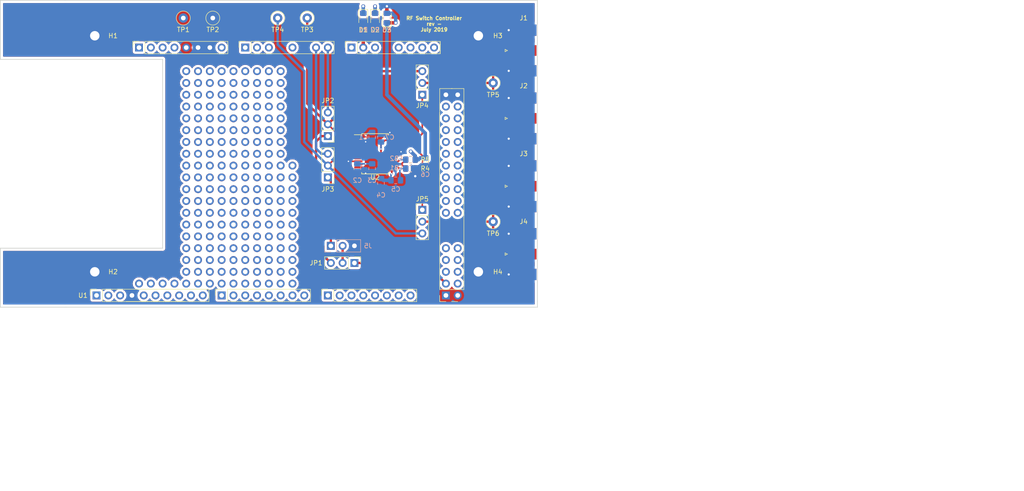
<source format=kicad_pcb>
(kicad_pcb (version 20171130) (host pcbnew "(5.0.1-3-g963ef8bb5)")

  (general
    (thickness 1.6)
    (drawings 18)
    (tracks 180)
    (zones 0)
    (modules 225)
    (nets 97)
  )

  (page A4)
  (layers
    (0 F.Cu signal)
    (31 B.Cu signal)
    (32 B.Adhes user)
    (33 F.Adhes user)
    (34 B.Paste user)
    (35 F.Paste user)
    (36 B.SilkS user)
    (37 F.SilkS user)
    (38 B.Mask user)
    (39 F.Mask user)
    (40 Dwgs.User user)
    (41 Cmts.User user)
    (42 Eco1.User user)
    (43 Eco2.User user)
    (44 Edge.Cuts user)
    (45 Margin user)
    (46 B.CrtYd user)
    (47 F.CrtYd user)
    (48 B.Fab user hide)
    (49 F.Fab user hide)
  )

  (setup
    (last_trace_width 0.5)
    (user_trace_width 0.2)
    (user_trace_width 0.35)
    (user_trace_width 0.5)
    (user_trace_width 0.75)
    (user_trace_width 1)
    (user_trace_width 1.5)
    (trace_clearance 0.2)
    (zone_clearance 0.508)
    (zone_45_only no)
    (trace_min 0.2)
    (segment_width 0.2)
    (edge_width 0.15)
    (via_size 0.8)
    (via_drill 0.4)
    (via_min_size 0.4)
    (via_min_drill 0.3)
    (user_via 0.4 0.3)
    (user_via 0.4 0.3)
    (user_via 0.5 0.3)
    (user_via 0.8 0.5)
    (user_via 1 0.7)
    (user_via 1.5 1)
    (uvia_size 0.3)
    (uvia_drill 0.1)
    (uvias_allowed no)
    (uvia_min_size 0.2)
    (uvia_min_drill 0.1)
    (pcb_text_width 0.3)
    (pcb_text_size 1.5 1.5)
    (mod_edge_width 0.15)
    (mod_text_size 1 1)
    (mod_text_width 0.15)
    (pad_size 5.08 5.08)
    (pad_drill 2.032)
    (pad_to_mask_clearance 0.051)
    (solder_mask_min_width 0.25)
    (aux_axis_origin 0 0)
    (visible_elements FFFFFF7F)
    (pcbplotparams
      (layerselection 0x010fc_ffffffff)
      (usegerberextensions false)
      (usegerberattributes false)
      (usegerberadvancedattributes false)
      (creategerberjobfile false)
      (excludeedgelayer true)
      (linewidth 0.100000)
      (plotframeref false)
      (viasonmask false)
      (mode 1)
      (useauxorigin false)
      (hpglpennumber 1)
      (hpglpenspeed 20)
      (hpglpendiameter 15.000000)
      (psnegative false)
      (psa4output false)
      (plotreference true)
      (plotvalue true)
      (plotinvisibletext false)
      (padsonsilk false)
      (subtractmaskfromsilk false)
      (outputformat 1)
      (mirror false)
      (drillshape 1)
      (scaleselection 1)
      (outputdirectory ""))
  )

  (net 0 "")
  (net 1 +5V)
  (net 2 +VISO)
  (net 3 "Net-(C4-Pad2)")
  (net 4 "Net-(C5-Pad1)")
  (net 5 GNDISO)
  (net 6 "Net-(D1-Pad1)")
  (net 7 "Net-(D1-Pad2)")
  (net 8 "Net-(D2-Pad1)")
  (net 9 "Net-(D3-Pad1)")
  (net 10 /CTRL_A_TTL_FPGA)
  (net 11 /CTRL_A)
  (net 12 /CTRL_B)
  (net 13 /CLK_IN)
  (net 14 /CTRL_B_TTL_FPGA)
  (net 15 /CTRL_A_TTL)
  (net 16 /CTRL_A_TTL_INO)
  (net 17 /CTRL_B_TTL_INO)
  (net 18 /CTRL_B_TTL)
  (net 19 /CTRL_A_NEG)
  (net 20 /CTRL_B_NEG)
  (net 21 /VSEL)
  (net 22 "Net-(U1-Pad1)")
  (net 23 "Net-(U1-Pad2)")
  (net 24 "Net-(U1-Pad3)")
  (net 25 "Net-(U1-Pad4)")
  (net 26 "Net-(U1-Pad8)")
  (net 27 "Net-(U1-Pad11)")
  (net 28 "Net-(U1-Pad13)")
  (net 29 "Net-(U1-Pad9)")
  (net 30 "Net-(U1-Pad10)")
  (net 31 "Net-(U1-Pad24)")
  (net 32 "Net-(U1-Pad22)")
  (net 33 "Net-(U1-Pad19)")
  (net 34 "Net-(U1-Pad21)")
  (net 35 "Net-(U1-Pad17)")
  (net 36 "Net-(U1-Pad23)")
  (net 37 "Net-(U1-Pad25)")
  (net 38 "Net-(U1-Pad29)")
  (net 39 "Net-(U1-Pad27)")
  (net 40 "Net-(U1-Pad30)")
  (net 41 "Net-(U1-Pad28)")
  (net 42 "Net-(U1-Pad32)")
  (net 43 "Net-(U1-Pad31)")
  (net 44 "Net-(U1-Pad26)")
  (net 45 "Net-(U1-Pad33)")
  (net 46 "Net-(U1-Pad37)")
  (net 47 "Net-(U1-Pad35)")
  (net 48 "Net-(U1-Pad38)")
  (net 49 "Net-(U1-Pad40)")
  (net 50 "Net-(U1-Pad39)")
  (net 51 "Net-(U1-Pad34)")
  (net 52 "Net-(U1-Pad43)")
  (net 53 "Net-(U1-Pad45)")
  (net 54 "Net-(U1-Pad48)")
  (net 55 "Net-(U1-Pad46)")
  (net 56 "Net-(U1-Pad50)")
  (net 57 "Net-(U1-Pad49)")
  (net 58 "Net-(U1-Pad41)")
  (net 59 "Net-(U1-Pad44)")
  (net 60 "Net-(U1-Pad42)")
  (net 61 "Net-(U1-Pad61)")
  (net 62 "Net-(U1-Pad65)")
  (net 63 "Net-(U1-Pad66)")
  (net 64 "Net-(U1-Pad64)")
  (net 65 "Net-(U1-Pad76)")
  (net 66 "Net-(U1-Pad72)")
  (net 67 "Net-(U1-Pad71)")
  (net 68 "Net-(U1-Pad73)")
  (net 69 "Net-(U1-Pad70)")
  (net 70 "Net-(U1-Pad53)")
  (net 71 "Net-(U1-Pad55)")
  (net 72 "Net-(U1-Pad58)")
  (net 73 "Net-(U1-Pad56)")
  (net 74 "Net-(U1-Pad59)")
  (net 75 "Net-(U1-Pad54)")
  (net 76 "Net-(U1-Pad84)")
  (net 77 "Net-(U1-Pad80)")
  (net 78 "Net-(U1-Pad82)")
  (net 79 "Net-(U1-Pad79)")
  (net 80 "Net-(U1-Pad81)")
  (net 81 "Net-(U1-Pad78)")
  (net 82 "Net-(U1-Pad83)")
  (net 83 "Net-(U1-Pad77)")
  (net 84 "Net-(U1-Pad60)")
  (net 85 "Net-(U1-Pad57)")
  (net 86 "Net-(U1-Pad52)")
  (net 87 "Net-(U1-Pad85)")
  (net 88 "Net-(U2-Pad5)")
  (net 89 "Net-(U2-Pad6)")
  (net 90 "Net-(U2-Pad7)")
  (net 91 "Net-(U2-Pad8)")
  (net 92 "Net-(U2-Pad17)")
  (net 93 "Net-(U2-Pad19)")
  (net 94 "Net-(U2-Pad20)")
  (net 95 "Net-(U1-Pad36)")
  (net 96 "Net-(J5-Pad2)")

  (net_class Default "This is the default net class."
    (clearance 0.2)
    (trace_width 0.25)
    (via_dia 0.8)
    (via_drill 0.4)
    (uvia_dia 0.3)
    (uvia_drill 0.1)
    (add_net +5V)
    (add_net +VISO)
    (add_net /CLK_IN)
    (add_net /CTRL_A)
    (add_net /CTRL_A_NEG)
    (add_net /CTRL_A_TTL)
    (add_net /CTRL_A_TTL_FPGA)
    (add_net /CTRL_A_TTL_INO)
    (add_net /CTRL_B)
    (add_net /CTRL_B_NEG)
    (add_net /CTRL_B_TTL)
    (add_net /CTRL_B_TTL_FPGA)
    (add_net /CTRL_B_TTL_INO)
    (add_net /VSEL)
    (add_net GNDISO)
    (add_net "Net-(C4-Pad2)")
    (add_net "Net-(C5-Pad1)")
    (add_net "Net-(D1-Pad1)")
    (add_net "Net-(D1-Pad2)")
    (add_net "Net-(D2-Pad1)")
    (add_net "Net-(D3-Pad1)")
    (add_net "Net-(J5-Pad2)")
    (add_net "Net-(U1-Pad1)")
    (add_net "Net-(U1-Pad10)")
    (add_net "Net-(U1-Pad11)")
    (add_net "Net-(U1-Pad13)")
    (add_net "Net-(U1-Pad17)")
    (add_net "Net-(U1-Pad19)")
    (add_net "Net-(U1-Pad2)")
    (add_net "Net-(U1-Pad21)")
    (add_net "Net-(U1-Pad22)")
    (add_net "Net-(U1-Pad23)")
    (add_net "Net-(U1-Pad24)")
    (add_net "Net-(U1-Pad25)")
    (add_net "Net-(U1-Pad26)")
    (add_net "Net-(U1-Pad27)")
    (add_net "Net-(U1-Pad28)")
    (add_net "Net-(U1-Pad29)")
    (add_net "Net-(U1-Pad3)")
    (add_net "Net-(U1-Pad30)")
    (add_net "Net-(U1-Pad31)")
    (add_net "Net-(U1-Pad32)")
    (add_net "Net-(U1-Pad33)")
    (add_net "Net-(U1-Pad34)")
    (add_net "Net-(U1-Pad35)")
    (add_net "Net-(U1-Pad36)")
    (add_net "Net-(U1-Pad37)")
    (add_net "Net-(U1-Pad38)")
    (add_net "Net-(U1-Pad39)")
    (add_net "Net-(U1-Pad4)")
    (add_net "Net-(U1-Pad40)")
    (add_net "Net-(U1-Pad41)")
    (add_net "Net-(U1-Pad42)")
    (add_net "Net-(U1-Pad43)")
    (add_net "Net-(U1-Pad44)")
    (add_net "Net-(U1-Pad45)")
    (add_net "Net-(U1-Pad46)")
    (add_net "Net-(U1-Pad48)")
    (add_net "Net-(U1-Pad49)")
    (add_net "Net-(U1-Pad50)")
    (add_net "Net-(U1-Pad52)")
    (add_net "Net-(U1-Pad53)")
    (add_net "Net-(U1-Pad54)")
    (add_net "Net-(U1-Pad55)")
    (add_net "Net-(U1-Pad56)")
    (add_net "Net-(U1-Pad57)")
    (add_net "Net-(U1-Pad58)")
    (add_net "Net-(U1-Pad59)")
    (add_net "Net-(U1-Pad60)")
    (add_net "Net-(U1-Pad61)")
    (add_net "Net-(U1-Pad64)")
    (add_net "Net-(U1-Pad65)")
    (add_net "Net-(U1-Pad66)")
    (add_net "Net-(U1-Pad70)")
    (add_net "Net-(U1-Pad71)")
    (add_net "Net-(U1-Pad72)")
    (add_net "Net-(U1-Pad73)")
    (add_net "Net-(U1-Pad76)")
    (add_net "Net-(U1-Pad77)")
    (add_net "Net-(U1-Pad78)")
    (add_net "Net-(U1-Pad79)")
    (add_net "Net-(U1-Pad8)")
    (add_net "Net-(U1-Pad80)")
    (add_net "Net-(U1-Pad81)")
    (add_net "Net-(U1-Pad82)")
    (add_net "Net-(U1-Pad83)")
    (add_net "Net-(U1-Pad84)")
    (add_net "Net-(U1-Pad85)")
    (add_net "Net-(U1-Pad9)")
    (add_net "Net-(U2-Pad17)")
    (add_net "Net-(U2-Pad19)")
    (add_net "Net-(U2-Pad20)")
    (add_net "Net-(U2-Pad5)")
    (add_net "Net-(U2-Pad6)")
    (add_net "Net-(U2-Pad7)")
    (add_net "Net-(U2-Pad8)")
  )

  (module RF_Switch_Controller:Hole (layer F.Cu) (tedit 5D2355F3) (tstamp 5D3B4EA4)
    (at 88.9 149.86)
    (fp_text reference "" (at 0.508 4.064) (layer F.SilkS)
      (effects (font (size 1 1) (thickness 0.15)))
    )
    (fp_text value Hole (at 0.254 2.286) (layer F.Fab)
      (effects (font (size 1 1) (thickness 0.15)))
    )
    (pad "" thru_hole oval (at 0 0 270) (size 1.7 1.7) (drill 1) (layers *.Cu *.Mask))
  )

  (module RF_Switch_Controller:Hole (layer F.Cu) (tedit 5D2355F3) (tstamp 5D3B4EA0)
    (at 83.82 149.86)
    (fp_text reference "" (at 0.508 4.064) (layer F.SilkS)
      (effects (font (size 1 1) (thickness 0.15)))
    )
    (fp_text value Hole (at 0.254 2.286) (layer F.Fab)
      (effects (font (size 1 1) (thickness 0.15)))
    )
    (pad "" thru_hole oval (at 0 0 270) (size 1.7 1.7) (drill 1) (layers *.Cu *.Mask))
  )

  (module RF_Switch_Controller:Hole (layer F.Cu) (tedit 5D2355F3) (tstamp 5D3B4E9C)
    (at 81.28 149.86)
    (fp_text reference "" (at 0.508 4.064) (layer F.SilkS)
      (effects (font (size 1 1) (thickness 0.15)))
    )
    (fp_text value Hole (at 0.254 2.286) (layer F.Fab)
      (effects (font (size 1 1) (thickness 0.15)))
    )
    (pad "" thru_hole oval (at 0 0 270) (size 1.7 1.7) (drill 1) (layers *.Cu *.Mask))
  )

  (module RF_Switch_Controller:Hole (layer F.Cu) (tedit 5D2355F3) (tstamp 5D3B4E98)
    (at 86.36 149.86)
    (fp_text reference "" (at 0.508 4.064) (layer F.SilkS)
      (effects (font (size 1 1) (thickness 0.15)))
    )
    (fp_text value Hole (at 0.254 2.286) (layer F.Fab)
      (effects (font (size 1 1) (thickness 0.15)))
    )
    (pad "" thru_hole oval (at 0 0 270) (size 1.7 1.7) (drill 1) (layers *.Cu *.Mask))
  )

  (module RF_Switch_Controller:Hole (layer F.Cu) (tedit 5D2355F3) (tstamp 5D3B4DAB)
    (at 93.98 142.24)
    (fp_text reference "" (at 0.508 4.064) (layer F.SilkS)
      (effects (font (size 1 1) (thickness 0.15)))
    )
    (fp_text value Hole (at 0.254 2.286) (layer F.Fab)
      (effects (font (size 1 1) (thickness 0.15)))
    )
    (pad "" thru_hole oval (at 0 0 270) (size 1.7 1.7) (drill 1) (layers *.Cu *.Mask))
  )

  (module RF_Switch_Controller:Hole (layer F.Cu) (tedit 5D2355F3) (tstamp 5D3B4DA7)
    (at 91.44 144.78)
    (fp_text reference "" (at 0.508 4.064) (layer F.SilkS)
      (effects (font (size 1 1) (thickness 0.15)))
    )
    (fp_text value Hole (at 0.254 2.286) (layer F.Fab)
      (effects (font (size 1 1) (thickness 0.15)))
    )
    (pad "" thru_hole oval (at 0 0 270) (size 1.7 1.7) (drill 1) (layers *.Cu *.Mask))
  )

  (module RF_Switch_Controller:Hole (layer F.Cu) (tedit 5D2355F3) (tstamp 5D3B4DA3)
    (at 96.52 144.78)
    (fp_text reference "" (at 0.508 4.064) (layer F.SilkS)
      (effects (font (size 1 1) (thickness 0.15)))
    )
    (fp_text value Hole (at 0.254 2.286) (layer F.Fab)
      (effects (font (size 1 1) (thickness 0.15)))
    )
    (pad "" thru_hole oval (at 0 0 270) (size 1.7 1.7) (drill 1) (layers *.Cu *.Mask))
  )

  (module RF_Switch_Controller:Hole (layer F.Cu) (tedit 5D2355F3) (tstamp 5D3B4D9F)
    (at 96.52 142.24)
    (fp_text reference "" (at 0.508 4.064) (layer F.SilkS)
      (effects (font (size 1 1) (thickness 0.15)))
    )
    (fp_text value Hole (at 0.254 2.286) (layer F.Fab)
      (effects (font (size 1 1) (thickness 0.15)))
    )
    (pad "" thru_hole oval (at 0 0 270) (size 1.7 1.7) (drill 1) (layers *.Cu *.Mask))
  )

  (module RF_Switch_Controller:Hole (layer F.Cu) (tedit 5D2355F3) (tstamp 5D3B4D9B)
    (at 93.98 144.78)
    (fp_text reference "" (at 0.508 4.064) (layer F.SilkS)
      (effects (font (size 1 1) (thickness 0.15)))
    )
    (fp_text value Hole (at 0.254 2.286) (layer F.Fab)
      (effects (font (size 1 1) (thickness 0.15)))
    )
    (pad "" thru_hole oval (at 0 0 270) (size 1.7 1.7) (drill 1) (layers *.Cu *.Mask))
  )

  (module RF_Switch_Controller:Hole (layer F.Cu) (tedit 5D2355F3) (tstamp 5D3B4D97)
    (at 91.44 142.24)
    (fp_text reference "" (at 0.508 4.064) (layer F.SilkS)
      (effects (font (size 1 1) (thickness 0.15)))
    )
    (fp_text value Hole (at 0.254 2.286) (layer F.Fab)
      (effects (font (size 1 1) (thickness 0.15)))
    )
    (pad "" thru_hole oval (at 0 0 270) (size 1.7 1.7) (drill 1) (layers *.Cu *.Mask))
  )

  (module RF_Switch_Controller:Hole (layer F.Cu) (tedit 5D2355F3) (tstamp 5D3B4D93)
    (at 93.98 104.14)
    (fp_text reference "" (at 0.508 4.064) (layer F.SilkS)
      (effects (font (size 1 1) (thickness 0.15)))
    )
    (fp_text value Hole (at 0.254 2.286) (layer F.Fab)
      (effects (font (size 1 1) (thickness 0.15)))
    )
    (pad "" thru_hole oval (at 0 0 270) (size 1.7 1.7) (drill 1) (layers *.Cu *.Mask))
  )

  (module RF_Switch_Controller:Hole (layer F.Cu) (tedit 5D2355F3) (tstamp 5D3B4D8F)
    (at 91.44 134.62)
    (fp_text reference "" (at 0.508 4.064) (layer F.SilkS)
      (effects (font (size 1 1) (thickness 0.15)))
    )
    (fp_text value Hole (at 0.254 2.286) (layer F.Fab)
      (effects (font (size 1 1) (thickness 0.15)))
    )
    (pad "" thru_hole oval (at 0 0 270) (size 1.7 1.7) (drill 1) (layers *.Cu *.Mask))
  )

  (module RF_Switch_Controller:Hole (layer F.Cu) (tedit 5D2355F3) (tstamp 5D3B4D8B)
    (at 93.98 132.08)
    (fp_text reference "" (at 0.508 4.064) (layer F.SilkS)
      (effects (font (size 1 1) (thickness 0.15)))
    )
    (fp_text value Hole (at 0.254 2.286) (layer F.Fab)
      (effects (font (size 1 1) (thickness 0.15)))
    )
    (pad "" thru_hole oval (at 0 0 270) (size 1.7 1.7) (drill 1) (layers *.Cu *.Mask))
  )

  (module RF_Switch_Controller:Hole (layer F.Cu) (tedit 5D2355F3) (tstamp 5D3B4D87)
    (at 96.52 134.62)
    (fp_text reference "" (at 0.508 4.064) (layer F.SilkS)
      (effects (font (size 1 1) (thickness 0.15)))
    )
    (fp_text value Hole (at 0.254 2.286) (layer F.Fab)
      (effects (font (size 1 1) (thickness 0.15)))
    )
    (pad "" thru_hole oval (at 0 0 270) (size 1.7 1.7) (drill 1) (layers *.Cu *.Mask))
  )

  (module RF_Switch_Controller:Hole (layer F.Cu) (tedit 5D2355F3) (tstamp 5D3B4D83)
    (at 96.52 132.08)
    (fp_text reference "" (at 0.508 4.064) (layer F.SilkS)
      (effects (font (size 1 1) (thickness 0.15)))
    )
    (fp_text value Hole (at 0.254 2.286) (layer F.Fab)
      (effects (font (size 1 1) (thickness 0.15)))
    )
    (pad "" thru_hole oval (at 0 0 270) (size 1.7 1.7) (drill 1) (layers *.Cu *.Mask))
  )

  (module RF_Switch_Controller:Hole (layer F.Cu) (tedit 5D2355F3) (tstamp 5D3B4D7F)
    (at 93.98 134.62)
    (fp_text reference "" (at 0.508 4.064) (layer F.SilkS)
      (effects (font (size 1 1) (thickness 0.15)))
    )
    (fp_text value Hole (at 0.254 2.286) (layer F.Fab)
      (effects (font (size 1 1) (thickness 0.15)))
    )
    (pad "" thru_hole oval (at 0 0 270) (size 1.7 1.7) (drill 1) (layers *.Cu *.Mask))
  )

  (module RF_Switch_Controller:Hole (layer F.Cu) (tedit 5D2355F3) (tstamp 5D3B4D7B)
    (at 91.44 106.68)
    (fp_text reference "" (at 0.508 4.064) (layer F.SilkS)
      (effects (font (size 1 1) (thickness 0.15)))
    )
    (fp_text value Hole (at 0.254 2.286) (layer F.Fab)
      (effects (font (size 1 1) (thickness 0.15)))
    )
    (pad "" thru_hole oval (at 0 0 270) (size 1.7 1.7) (drill 1) (layers *.Cu *.Mask))
  )

  (module RF_Switch_Controller:Hole (layer F.Cu) (tedit 5D2355F3) (tstamp 5D3B4D77)
    (at 93.98 121.92)
    (fp_text reference "" (at 0.508 4.064) (layer F.SilkS)
      (effects (font (size 1 1) (thickness 0.15)))
    )
    (fp_text value Hole (at 0.254 2.286) (layer F.Fab)
      (effects (font (size 1 1) (thickness 0.15)))
    )
    (pad "" thru_hole oval (at 0 0 270) (size 1.7 1.7) (drill 1) (layers *.Cu *.Mask))
  )

  (module RF_Switch_Controller:Hole (layer F.Cu) (tedit 5D2355F3) (tstamp 5D3B4D73)
    (at 91.44 124.46)
    (fp_text reference "" (at 0.508 4.064) (layer F.SilkS)
      (effects (font (size 1 1) (thickness 0.15)))
    )
    (fp_text value Hole (at 0.254 2.286) (layer F.Fab)
      (effects (font (size 1 1) (thickness 0.15)))
    )
    (pad "" thru_hole oval (at 0 0 270) (size 1.7 1.7) (drill 1) (layers *.Cu *.Mask))
  )

  (module RF_Switch_Controller:Hole (layer F.Cu) (tedit 5D2355F3) (tstamp 5D3B4D6F)
    (at 96.52 124.46)
    (fp_text reference "" (at 0.508 4.064) (layer F.SilkS)
      (effects (font (size 1 1) (thickness 0.15)))
    )
    (fp_text value Hole (at 0.254 2.286) (layer F.Fab)
      (effects (font (size 1 1) (thickness 0.15)))
    )
    (pad "" thru_hole oval (at 0 0 270) (size 1.7 1.7) (drill 1) (layers *.Cu *.Mask))
  )

  (module RF_Switch_Controller:Hole (layer F.Cu) (tedit 5D2355F3) (tstamp 5D3B4D6B)
    (at 96.52 121.92)
    (fp_text reference "" (at 0.508 4.064) (layer F.SilkS)
      (effects (font (size 1 1) (thickness 0.15)))
    )
    (fp_text value Hole (at 0.254 2.286) (layer F.Fab)
      (effects (font (size 1 1) (thickness 0.15)))
    )
    (pad "" thru_hole oval (at 0 0 270) (size 1.7 1.7) (drill 1) (layers *.Cu *.Mask))
  )

  (module RF_Switch_Controller:Hole (layer F.Cu) (tedit 5D2355F3) (tstamp 5D3B4D67)
    (at 93.98 124.46)
    (fp_text reference "" (at 0.508 4.064) (layer F.SilkS)
      (effects (font (size 1 1) (thickness 0.15)))
    )
    (fp_text value Hole (at 0.254 2.286) (layer F.Fab)
      (effects (font (size 1 1) (thickness 0.15)))
    )
    (pad "" thru_hole oval (at 0 0 270) (size 1.7 1.7) (drill 1) (layers *.Cu *.Mask))
  )

  (module RF_Switch_Controller:Hole (layer F.Cu) (tedit 5D2355F3) (tstamp 5D3B4D63)
    (at 91.44 121.92)
    (fp_text reference "" (at 0.508 4.064) (layer F.SilkS)
      (effects (font (size 1 1) (thickness 0.15)))
    )
    (fp_text value Hole (at 0.254 2.286) (layer F.Fab)
      (effects (font (size 1 1) (thickness 0.15)))
    )
    (pad "" thru_hole oval (at 0 0 270) (size 1.7 1.7) (drill 1) (layers *.Cu *.Mask))
  )

  (module RF_Switch_Controller:Hole (layer F.Cu) (tedit 5D2355F3) (tstamp 5D3B4D5F)
    (at 91.44 114.3)
    (fp_text reference "" (at 0.508 4.064) (layer F.SilkS)
      (effects (font (size 1 1) (thickness 0.15)))
    )
    (fp_text value Hole (at 0.254 2.286) (layer F.Fab)
      (effects (font (size 1 1) (thickness 0.15)))
    )
    (pad "" thru_hole oval (at 0 0 270) (size 1.7 1.7) (drill 1) (layers *.Cu *.Mask))
  )

  (module RF_Switch_Controller:Hole (layer F.Cu) (tedit 5D2355F3) (tstamp 5D3B4D5B)
    (at 93.98 111.76)
    (fp_text reference "" (at 0.508 4.064) (layer F.SilkS)
      (effects (font (size 1 1) (thickness 0.15)))
    )
    (fp_text value Hole (at 0.254 2.286) (layer F.Fab)
      (effects (font (size 1 1) (thickness 0.15)))
    )
    (pad "" thru_hole oval (at 0 0 270) (size 1.7 1.7) (drill 1) (layers *.Cu *.Mask))
  )

  (module RF_Switch_Controller:Hole (layer F.Cu) (tedit 5D2355F3) (tstamp 5D3B4D57)
    (at 96.52 114.3)
    (fp_text reference "" (at 0.508 4.064) (layer F.SilkS)
      (effects (font (size 1 1) (thickness 0.15)))
    )
    (fp_text value Hole (at 0.254 2.286) (layer F.Fab)
      (effects (font (size 1 1) (thickness 0.15)))
    )
    (pad "" thru_hole oval (at 0 0 270) (size 1.7 1.7) (drill 1) (layers *.Cu *.Mask))
  )

  (module RF_Switch_Controller:Hole (layer F.Cu) (tedit 5D2355F3) (tstamp 5D3B4D53)
    (at 96.52 111.76)
    (fp_text reference "" (at 0.508 4.064) (layer F.SilkS)
      (effects (font (size 1 1) (thickness 0.15)))
    )
    (fp_text value Hole (at 0.254 2.286) (layer F.Fab)
      (effects (font (size 1 1) (thickness 0.15)))
    )
    (pad "" thru_hole oval (at 0 0 270) (size 1.7 1.7) (drill 1) (layers *.Cu *.Mask))
  )

  (module RF_Switch_Controller:Hole (layer F.Cu) (tedit 5D2355F3) (tstamp 5D3B4D4F)
    (at 93.98 114.3)
    (fp_text reference "" (at 0.508 4.064) (layer F.SilkS)
      (effects (font (size 1 1) (thickness 0.15)))
    )
    (fp_text value Hole (at 0.254 2.286) (layer F.Fab)
      (effects (font (size 1 1) (thickness 0.15)))
    )
    (pad "" thru_hole oval (at 0 0 270) (size 1.7 1.7) (drill 1) (layers *.Cu *.Mask))
  )

  (module RF_Switch_Controller:Hole (layer F.Cu) (tedit 5D2355F3) (tstamp 5D3B4D4B)
    (at 93.98 127)
    (fp_text reference "" (at 0.508 4.064) (layer F.SilkS)
      (effects (font (size 1 1) (thickness 0.15)))
    )
    (fp_text value Hole (at 0.254 2.286) (layer F.Fab)
      (effects (font (size 1 1) (thickness 0.15)))
    )
    (pad "" thru_hole oval (at 0 0 270) (size 1.7 1.7) (drill 1) (layers *.Cu *.Mask))
  )

  (module RF_Switch_Controller:Hole (layer F.Cu) (tedit 5D2355F3) (tstamp 5D3B4D47)
    (at 91.44 129.54)
    (fp_text reference "" (at 0.508 4.064) (layer F.SilkS)
      (effects (font (size 1 1) (thickness 0.15)))
    )
    (fp_text value Hole (at 0.254 2.286) (layer F.Fab)
      (effects (font (size 1 1) (thickness 0.15)))
    )
    (pad "" thru_hole oval (at 0 0 270) (size 1.7 1.7) (drill 1) (layers *.Cu *.Mask))
  )

  (module RF_Switch_Controller:Hole (layer F.Cu) (tedit 5D2355F3) (tstamp 5D3B4D43)
    (at 96.52 129.54)
    (fp_text reference "" (at 0.508 4.064) (layer F.SilkS)
      (effects (font (size 1 1) (thickness 0.15)))
    )
    (fp_text value Hole (at 0.254 2.286) (layer F.Fab)
      (effects (font (size 1 1) (thickness 0.15)))
    )
    (pad "" thru_hole oval (at 0 0 270) (size 1.7 1.7) (drill 1) (layers *.Cu *.Mask))
  )

  (module RF_Switch_Controller:Hole (layer F.Cu) (tedit 5D2355F3) (tstamp 5D3B4D3F)
    (at 96.52 127)
    (fp_text reference "" (at 0.508 4.064) (layer F.SilkS)
      (effects (font (size 1 1) (thickness 0.15)))
    )
    (fp_text value Hole (at 0.254 2.286) (layer F.Fab)
      (effects (font (size 1 1) (thickness 0.15)))
    )
    (pad "" thru_hole oval (at 0 0 270) (size 1.7 1.7) (drill 1) (layers *.Cu *.Mask))
  )

  (module RF_Switch_Controller:Hole (layer F.Cu) (tedit 5D2355F3) (tstamp 5D3B4D3B)
    (at 91.44 127)
    (fp_text reference "" (at 0.508 4.064) (layer F.SilkS)
      (effects (font (size 1 1) (thickness 0.15)))
    )
    (fp_text value Hole (at 0.254 2.286) (layer F.Fab)
      (effects (font (size 1 1) (thickness 0.15)))
    )
    (pad "" thru_hole oval (at 0 0 270) (size 1.7 1.7) (drill 1) (layers *.Cu *.Mask))
  )

  (module RF_Switch_Controller:Hole (layer F.Cu) (tedit 5D2355F3) (tstamp 5D3B4D37)
    (at 93.98 129.54)
    (fp_text reference "" (at 0.508 4.064) (layer F.SilkS)
      (effects (font (size 1 1) (thickness 0.15)))
    )
    (fp_text value Hole (at 0.254 2.286) (layer F.Fab)
      (effects (font (size 1 1) (thickness 0.15)))
    )
    (pad "" thru_hole oval (at 0 0 270) (size 1.7 1.7) (drill 1) (layers *.Cu *.Mask))
  )

  (module RF_Switch_Controller:Hole (layer F.Cu) (tedit 5D2355F3) (tstamp 5D3B4D33)
    (at 93.98 116.84)
    (fp_text reference "" (at 0.508 4.064) (layer F.SilkS)
      (effects (font (size 1 1) (thickness 0.15)))
    )
    (fp_text value Hole (at 0.254 2.286) (layer F.Fab)
      (effects (font (size 1 1) (thickness 0.15)))
    )
    (pad "" thru_hole oval (at 0 0 270) (size 1.7 1.7) (drill 1) (layers *.Cu *.Mask))
  )

  (module RF_Switch_Controller:Hole (layer F.Cu) (tedit 5D2355F3) (tstamp 5D3B4D2F)
    (at 93.98 147.32)
    (fp_text reference "" (at 0.508 4.064) (layer F.SilkS)
      (effects (font (size 1 1) (thickness 0.15)))
    )
    (fp_text value Hole (at 0.254 2.286) (layer F.Fab)
      (effects (font (size 1 1) (thickness 0.15)))
    )
    (pad "" thru_hole oval (at 0 0 270) (size 1.7 1.7) (drill 1) (layers *.Cu *.Mask))
  )

  (module RF_Switch_Controller:Hole (layer F.Cu) (tedit 5D2355F3) (tstamp 5D3B4D2B)
    (at 91.44 111.76)
    (fp_text reference "" (at 0.508 4.064) (layer F.SilkS)
      (effects (font (size 1 1) (thickness 0.15)))
    )
    (fp_text value Hole (at 0.254 2.286) (layer F.Fab)
      (effects (font (size 1 1) (thickness 0.15)))
    )
    (pad "" thru_hole oval (at 0 0 270) (size 1.7 1.7) (drill 1) (layers *.Cu *.Mask))
  )

  (module RF_Switch_Controller:Hole (layer F.Cu) (tedit 5D2355F3) (tstamp 5D3B4D27)
    (at 91.44 149.86)
    (fp_text reference "" (at 0.508 4.064) (layer F.SilkS)
      (effects (font (size 1 1) (thickness 0.15)))
    )
    (fp_text value Hole (at 0.254 2.286) (layer F.Fab)
      (effects (font (size 1 1) (thickness 0.15)))
    )
    (pad "" thru_hole oval (at 0 0 270) (size 1.7 1.7) (drill 1) (layers *.Cu *.Mask))
  )

  (module RF_Switch_Controller:Hole (layer F.Cu) (tedit 5D2355F3) (tstamp 5D3B4D23)
    (at 96.52 149.86)
    (fp_text reference "" (at 0.508 4.064) (layer F.SilkS)
      (effects (font (size 1 1) (thickness 0.15)))
    )
    (fp_text value Hole (at 0.254 2.286) (layer F.Fab)
      (effects (font (size 1 1) (thickness 0.15)))
    )
    (pad "" thru_hole oval (at 0 0 270) (size 1.7 1.7) (drill 1) (layers *.Cu *.Mask))
  )

  (module RF_Switch_Controller:Hole (layer F.Cu) (tedit 5D2355F3) (tstamp 5D3B4D1F)
    (at 96.52 147.32)
    (fp_text reference "" (at 0.508 4.064) (layer F.SilkS)
      (effects (font (size 1 1) (thickness 0.15)))
    )
    (fp_text value Hole (at 0.254 2.286) (layer F.Fab)
      (effects (font (size 1 1) (thickness 0.15)))
    )
    (pad "" thru_hole oval (at 0 0 270) (size 1.7 1.7) (drill 1) (layers *.Cu *.Mask))
  )

  (module RF_Switch_Controller:Hole (layer F.Cu) (tedit 5D2355F3) (tstamp 5D3B4D1B)
    (at 91.44 147.32)
    (fp_text reference "" (at 0.508 4.064) (layer F.SilkS)
      (effects (font (size 1 1) (thickness 0.15)))
    )
    (fp_text value Hole (at 0.254 2.286) (layer F.Fab)
      (effects (font (size 1 1) (thickness 0.15)))
    )
    (pad "" thru_hole oval (at 0 0 270) (size 1.7 1.7) (drill 1) (layers *.Cu *.Mask))
  )

  (module RF_Switch_Controller:Hole (layer F.Cu) (tedit 5D2355F3) (tstamp 5D3B4D17)
    (at 93.98 149.86)
    (fp_text reference "" (at 0.508 4.064) (layer F.SilkS)
      (effects (font (size 1 1) (thickness 0.15)))
    )
    (fp_text value Hole (at 0.254 2.286) (layer F.Fab)
      (effects (font (size 1 1) (thickness 0.15)))
    )
    (pad "" thru_hole oval (at 0 0 270) (size 1.7 1.7) (drill 1) (layers *.Cu *.Mask))
  )

  (module RF_Switch_Controller:Hole (layer F.Cu) (tedit 5D2355F3) (tstamp 5D3B4D13)
    (at 91.44 119.38)
    (fp_text reference "" (at 0.508 4.064) (layer F.SilkS)
      (effects (font (size 1 1) (thickness 0.15)))
    )
    (fp_text value Hole (at 0.254 2.286) (layer F.Fab)
      (effects (font (size 1 1) (thickness 0.15)))
    )
    (pad "" thru_hole oval (at 0 0 270) (size 1.7 1.7) (drill 1) (layers *.Cu *.Mask))
  )

  (module RF_Switch_Controller:Hole (layer F.Cu) (tedit 5D2355F3) (tstamp 5D3B4D0F)
    (at 96.52 119.38)
    (fp_text reference "" (at 0.508 4.064) (layer F.SilkS)
      (effects (font (size 1 1) (thickness 0.15)))
    )
    (fp_text value Hole (at 0.254 2.286) (layer F.Fab)
      (effects (font (size 1 1) (thickness 0.15)))
    )
    (pad "" thru_hole oval (at 0 0 270) (size 1.7 1.7) (drill 1) (layers *.Cu *.Mask))
  )

  (module RF_Switch_Controller:Hole (layer F.Cu) (tedit 5D2355F3) (tstamp 5D3B4D0B)
    (at 96.52 116.84)
    (fp_text reference "" (at 0.508 4.064) (layer F.SilkS)
      (effects (font (size 1 1) (thickness 0.15)))
    )
    (fp_text value Hole (at 0.254 2.286) (layer F.Fab)
      (effects (font (size 1 1) (thickness 0.15)))
    )
    (pad "" thru_hole oval (at 0 0 270) (size 1.7 1.7) (drill 1) (layers *.Cu *.Mask))
  )

  (module RF_Switch_Controller:Hole (layer F.Cu) (tedit 5D2355F3) (tstamp 5D3B4D07)
    (at 91.44 116.84)
    (fp_text reference "" (at 0.508 4.064) (layer F.SilkS)
      (effects (font (size 1 1) (thickness 0.15)))
    )
    (fp_text value Hole (at 0.254 2.286) (layer F.Fab)
      (effects (font (size 1 1) (thickness 0.15)))
    )
    (pad "" thru_hole oval (at 0 0 270) (size 1.7 1.7) (drill 1) (layers *.Cu *.Mask))
  )

  (module RF_Switch_Controller:Hole (layer F.Cu) (tedit 5D2355F3) (tstamp 5D3B4D03)
    (at 93.98 119.38)
    (fp_text reference "" (at 0.508 4.064) (layer F.SilkS)
      (effects (font (size 1 1) (thickness 0.15)))
    )
    (fp_text value Hole (at 0.254 2.286) (layer F.Fab)
      (effects (font (size 1 1) (thickness 0.15)))
    )
    (pad "" thru_hole oval (at 0 0 270) (size 1.7 1.7) (drill 1) (layers *.Cu *.Mask))
  )

  (module RF_Switch_Controller:Hole (layer F.Cu) (tedit 5D2355F3) (tstamp 5D3B4CFF)
    (at 96.52 106.68)
    (fp_text reference "" (at 0.508 4.064) (layer F.SilkS)
      (effects (font (size 1 1) (thickness 0.15)))
    )
    (fp_text value Hole (at 0.254 2.286) (layer F.Fab)
      (effects (font (size 1 1) (thickness 0.15)))
    )
    (pad "" thru_hole oval (at 0 0 270) (size 1.7 1.7) (drill 1) (layers *.Cu *.Mask))
  )

  (module RF_Switch_Controller:Hole (layer F.Cu) (tedit 5D2355F3) (tstamp 5D3B4CFB)
    (at 96.52 104.14)
    (fp_text reference "" (at 0.508 4.064) (layer F.SilkS)
      (effects (font (size 1 1) (thickness 0.15)))
    )
    (fp_text value Hole (at 0.254 2.286) (layer F.Fab)
      (effects (font (size 1 1) (thickness 0.15)))
    )
    (pad "" thru_hole oval (at 0 0 270) (size 1.7 1.7) (drill 1) (layers *.Cu *.Mask))
  )

  (module RF_Switch_Controller:Hole (layer F.Cu) (tedit 5D2355F3) (tstamp 5D3B4CF7)
    (at 93.98 106.68)
    (fp_text reference "" (at 0.508 4.064) (layer F.SilkS)
      (effects (font (size 1 1) (thickness 0.15)))
    )
    (fp_text value Hole (at 0.254 2.286) (layer F.Fab)
      (effects (font (size 1 1) (thickness 0.15)))
    )
    (pad "" thru_hole oval (at 0 0 270) (size 1.7 1.7) (drill 1) (layers *.Cu *.Mask))
  )

  (module RF_Switch_Controller:Hole (layer F.Cu) (tedit 5D2355F3) (tstamp 5D3B4CF3)
    (at 93.98 109.22)
    (fp_text reference "" (at 0.508 4.064) (layer F.SilkS)
      (effects (font (size 1 1) (thickness 0.15)))
    )
    (fp_text value Hole (at 0.254 2.286) (layer F.Fab)
      (effects (font (size 1 1) (thickness 0.15)))
    )
    (pad "" thru_hole oval (at 0 0 270) (size 1.7 1.7) (drill 1) (layers *.Cu *.Mask))
  )

  (module RF_Switch_Controller:Hole (layer F.Cu) (tedit 5D2355F3) (tstamp 5D3B4CEF)
    (at 91.44 104.14)
    (fp_text reference "" (at 0.508 4.064) (layer F.SilkS)
      (effects (font (size 1 1) (thickness 0.15)))
    )
    (fp_text value Hole (at 0.254 2.286) (layer F.Fab)
      (effects (font (size 1 1) (thickness 0.15)))
    )
    (pad "" thru_hole oval (at 0 0 270) (size 1.7 1.7) (drill 1) (layers *.Cu *.Mask))
  )

  (module RF_Switch_Controller:Hole (layer F.Cu) (tedit 5D2355F3) (tstamp 5D3B4CEB)
    (at 96.52 109.22)
    (fp_text reference "" (at 0.508 4.064) (layer F.SilkS)
      (effects (font (size 1 1) (thickness 0.15)))
    )
    (fp_text value Hole (at 0.254 2.286) (layer F.Fab)
      (effects (font (size 1 1) (thickness 0.15)))
    )
    (pad "" thru_hole oval (at 0 0 270) (size 1.7 1.7) (drill 1) (layers *.Cu *.Mask))
  )

  (module RF_Switch_Controller:Hole (layer F.Cu) (tedit 5D2355F3) (tstamp 5D3B4CE7)
    (at 91.44 109.22)
    (fp_text reference "" (at 0.508 4.064) (layer F.SilkS)
      (effects (font (size 1 1) (thickness 0.15)))
    )
    (fp_text value Hole (at 0.254 2.286) (layer F.Fab)
      (effects (font (size 1 1) (thickness 0.15)))
    )
    (pad "" thru_hole oval (at 0 0 270) (size 1.7 1.7) (drill 1) (layers *.Cu *.Mask))
  )

  (module RF_Switch_Controller:Hole (layer F.Cu) (tedit 5D2355F3) (tstamp 5D3B4CE3)
    (at 91.44 132.08)
    (fp_text reference "" (at 0.508 4.064) (layer F.SilkS)
      (effects (font (size 1 1) (thickness 0.15)))
    )
    (fp_text value Hole (at 0.254 2.286) (layer F.Fab)
      (effects (font (size 1 1) (thickness 0.15)))
    )
    (pad "" thru_hole oval (at 0 0 270) (size 1.7 1.7) (drill 1) (layers *.Cu *.Mask))
  )

  (module RF_Switch_Controller:Hole (layer F.Cu) (tedit 5D2355F3) (tstamp 5D3B4CDF)
    (at 93.98 137.16)
    (fp_text reference "" (at 0.508 4.064) (layer F.SilkS)
      (effects (font (size 1 1) (thickness 0.15)))
    )
    (fp_text value Hole (at 0.254 2.286) (layer F.Fab)
      (effects (font (size 1 1) (thickness 0.15)))
    )
    (pad "" thru_hole oval (at 0 0 270) (size 1.7 1.7) (drill 1) (layers *.Cu *.Mask))
  )

  (module RF_Switch_Controller:Hole (layer F.Cu) (tedit 5D2355F3) (tstamp 5D3B4CDB)
    (at 91.44 139.7)
    (fp_text reference "" (at 0.508 4.064) (layer F.SilkS)
      (effects (font (size 1 1) (thickness 0.15)))
    )
    (fp_text value Hole (at 0.254 2.286) (layer F.Fab)
      (effects (font (size 1 1) (thickness 0.15)))
    )
    (pad "" thru_hole oval (at 0 0 270) (size 1.7 1.7) (drill 1) (layers *.Cu *.Mask))
  )

  (module RF_Switch_Controller:Hole (layer F.Cu) (tedit 5D2355F3) (tstamp 5D3B4CD7)
    (at 96.52 139.7)
    (fp_text reference "" (at 0.508 4.064) (layer F.SilkS)
      (effects (font (size 1 1) (thickness 0.15)))
    )
    (fp_text value Hole (at 0.254 2.286) (layer F.Fab)
      (effects (font (size 1 1) (thickness 0.15)))
    )
    (pad "" thru_hole oval (at 0 0 270) (size 1.7 1.7) (drill 1) (layers *.Cu *.Mask))
  )

  (module RF_Switch_Controller:Hole (layer F.Cu) (tedit 5D2355F3) (tstamp 5D3B4CD3)
    (at 96.52 137.16)
    (fp_text reference "" (at 0.508 4.064) (layer F.SilkS)
      (effects (font (size 1 1) (thickness 0.15)))
    )
    (fp_text value Hole (at 0.254 2.286) (layer F.Fab)
      (effects (font (size 1 1) (thickness 0.15)))
    )
    (pad "" thru_hole oval (at 0 0 270) (size 1.7 1.7) (drill 1) (layers *.Cu *.Mask))
  )

  (module RF_Switch_Controller:Hole (layer F.Cu) (tedit 5D2355F3) (tstamp 5D3B4CCF)
    (at 91.44 137.16)
    (fp_text reference "" (at 0.508 4.064) (layer F.SilkS)
      (effects (font (size 1 1) (thickness 0.15)))
    )
    (fp_text value Hole (at 0.254 2.286) (layer F.Fab)
      (effects (font (size 1 1) (thickness 0.15)))
    )
    (pad "" thru_hole oval (at 0 0 270) (size 1.7 1.7) (drill 1) (layers *.Cu *.Mask))
  )

  (module RF_Switch_Controller:Hole (layer F.Cu) (tedit 5D2355F3) (tstamp 5D3B4CCB)
    (at 93.98 139.7)
    (fp_text reference "" (at 0.508 4.064) (layer F.SilkS)
      (effects (font (size 1 1) (thickness 0.15)))
    )
    (fp_text value Hole (at 0.254 2.286) (layer F.Fab)
      (effects (font (size 1 1) (thickness 0.15)))
    )
    (pad "" thru_hole oval (at 0 0 270) (size 1.7 1.7) (drill 1) (layers *.Cu *.Mask))
  )

  (module RF_Switch_Controller:Hole (layer F.Cu) (tedit 5D2355F3) (tstamp 5D3B4BFB)
    (at 99.06 106.68)
    (fp_text reference "" (at 0.508 4.064) (layer F.SilkS)
      (effects (font (size 1 1) (thickness 0.15)))
    )
    (fp_text value Hole (at 0.254 2.286) (layer F.Fab)
      (effects (font (size 1 1) (thickness 0.15)))
    )
    (pad "" thru_hole oval (at 0 0 270) (size 1.7 1.7) (drill 1) (layers *.Cu *.Mask))
  )

  (module RF_Switch_Controller:Hole (layer F.Cu) (tedit 5D2355F3) (tstamp 5D3B4BF7)
    (at 101.6 104.14)
    (fp_text reference "" (at 0.508 4.064) (layer F.SilkS)
      (effects (font (size 1 1) (thickness 0.15)))
    )
    (fp_text value Hole (at 0.254 2.286) (layer F.Fab)
      (effects (font (size 1 1) (thickness 0.15)))
    )
    (pad "" thru_hole oval (at 0 0 270) (size 1.7 1.7) (drill 1) (layers *.Cu *.Mask))
  )

  (module RF_Switch_Controller:Hole (layer F.Cu) (tedit 5D2355F3) (tstamp 5D3B4BF3)
    (at 111.76 106.68)
    (fp_text reference "" (at 0.508 4.064) (layer F.SilkS)
      (effects (font (size 1 1) (thickness 0.15)))
    )
    (fp_text value Hole (at 0.254 2.286) (layer F.Fab)
      (effects (font (size 1 1) (thickness 0.15)))
    )
    (pad "" thru_hole oval (at 0 0 270) (size 1.7 1.7) (drill 1) (layers *.Cu *.Mask))
  )

  (module RF_Switch_Controller:Hole (layer F.Cu) (tedit 5D2355F3) (tstamp 5D3B4BEF)
    (at 104.14 106.68)
    (fp_text reference "" (at 0.508 4.064) (layer F.SilkS)
      (effects (font (size 1 1) (thickness 0.15)))
    )
    (fp_text value Hole (at 0.254 2.286) (layer F.Fab)
      (effects (font (size 1 1) (thickness 0.15)))
    )
    (pad "" thru_hole oval (at 0 0 270) (size 1.7 1.7) (drill 1) (layers *.Cu *.Mask))
  )

  (module RF_Switch_Controller:Hole (layer F.Cu) (tedit 5D2355F3) (tstamp 5D3B4BEB)
    (at 106.68 106.68)
    (fp_text reference "" (at 0.508 4.064) (layer F.SilkS)
      (effects (font (size 1 1) (thickness 0.15)))
    )
    (fp_text value Hole (at 0.254 2.286) (layer F.Fab)
      (effects (font (size 1 1) (thickness 0.15)))
    )
    (pad "" thru_hole oval (at 0 0 270) (size 1.7 1.7) (drill 1) (layers *.Cu *.Mask))
  )

  (module RF_Switch_Controller:Hole (layer F.Cu) (tedit 5D2355F3) (tstamp 5D3B4BE7)
    (at 104.14 104.14)
    (fp_text reference "" (at 0.508 4.064) (layer F.SilkS)
      (effects (font (size 1 1) (thickness 0.15)))
    )
    (fp_text value Hole (at 0.254 2.286) (layer F.Fab)
      (effects (font (size 1 1) (thickness 0.15)))
    )
    (pad "" thru_hole oval (at 0 0 270) (size 1.7 1.7) (drill 1) (layers *.Cu *.Mask))
  )

  (module RF_Switch_Controller:Hole (layer F.Cu) (tedit 5D2355F3) (tstamp 5D3B4BE3)
    (at 111.76 104.14)
    (fp_text reference "" (at 0.508 4.064) (layer F.SilkS)
      (effects (font (size 1 1) (thickness 0.15)))
    )
    (fp_text value Hole (at 0.254 2.286) (layer F.Fab)
      (effects (font (size 1 1) (thickness 0.15)))
    )
    (pad "" thru_hole oval (at 0 0 270) (size 1.7 1.7) (drill 1) (layers *.Cu *.Mask))
  )

  (module RF_Switch_Controller:Hole (layer F.Cu) (tedit 5D2355F3) (tstamp 5D3B4BDF)
    (at 109.22 106.68)
    (fp_text reference "" (at 0.508 4.064) (layer F.SilkS)
      (effects (font (size 1 1) (thickness 0.15)))
    )
    (fp_text value Hole (at 0.254 2.286) (layer F.Fab)
      (effects (font (size 1 1) (thickness 0.15)))
    )
    (pad "" thru_hole oval (at 0 0 270) (size 1.7 1.7) (drill 1) (layers *.Cu *.Mask))
  )

  (module RF_Switch_Controller:Hole (layer F.Cu) (tedit 5D2355F3) (tstamp 5D3B4BD7)
    (at 106.68 104.14)
    (fp_text reference "" (at 0.508 4.064) (layer F.SilkS)
      (effects (font (size 1 1) (thickness 0.15)))
    )
    (fp_text value Hole (at 0.254 2.286) (layer F.Fab)
      (effects (font (size 1 1) (thickness 0.15)))
    )
    (pad "" thru_hole oval (at 0 0 270) (size 1.7 1.7) (drill 1) (layers *.Cu *.Mask))
  )

  (module RF_Switch_Controller:Hole (layer F.Cu) (tedit 5D2355F3) (tstamp 5D3B4BD3)
    (at 101.6 106.68)
    (fp_text reference "" (at 0.508 4.064) (layer F.SilkS)
      (effects (font (size 1 1) (thickness 0.15)))
    )
    (fp_text value Hole (at 0.254 2.286) (layer F.Fab)
      (effects (font (size 1 1) (thickness 0.15)))
    )
    (pad "" thru_hole oval (at 0 0 270) (size 1.7 1.7) (drill 1) (layers *.Cu *.Mask))
  )

  (module RF_Switch_Controller:Hole (layer F.Cu) (tedit 5D2355F3) (tstamp 5D3B4BCB)
    (at 109.22 109.22)
    (fp_text reference "" (at 0.508 4.064) (layer F.SilkS)
      (effects (font (size 1 1) (thickness 0.15)))
    )
    (fp_text value Hole (at 0.254 2.286) (layer F.Fab)
      (effects (font (size 1 1) (thickness 0.15)))
    )
    (pad "" thru_hole oval (at 0 0 270) (size 1.7 1.7) (drill 1) (layers *.Cu *.Mask))
  )

  (module RF_Switch_Controller:Hole (layer F.Cu) (tedit 5D2355F3) (tstamp 5D3B4BC7)
    (at 101.6 109.22)
    (fp_text reference "" (at 0.508 4.064) (layer F.SilkS)
      (effects (font (size 1 1) (thickness 0.15)))
    )
    (fp_text value Hole (at 0.254 2.286) (layer F.Fab)
      (effects (font (size 1 1) (thickness 0.15)))
    )
    (pad "" thru_hole oval (at 0 0 270) (size 1.7 1.7) (drill 1) (layers *.Cu *.Mask))
  )

  (module RF_Switch_Controller:Hole (layer F.Cu) (tedit 5D2355F3) (tstamp 5D3B4BC3)
    (at 109.22 104.14)
    (fp_text reference "" (at 0.508 4.064) (layer F.SilkS)
      (effects (font (size 1 1) (thickness 0.15)))
    )
    (fp_text value Hole (at 0.254 2.286) (layer F.Fab)
      (effects (font (size 1 1) (thickness 0.15)))
    )
    (pad "" thru_hole oval (at 0 0 270) (size 1.7 1.7) (drill 1) (layers *.Cu *.Mask))
  )

  (module RF_Switch_Controller:Hole (layer F.Cu) (tedit 5D2355F3) (tstamp 5D3B4BBF)
    (at 99.06 104.14)
    (fp_text reference "" (at 0.508 4.064) (layer F.SilkS)
      (effects (font (size 1 1) (thickness 0.15)))
    )
    (fp_text value Hole (at 0.254 2.286) (layer F.Fab)
      (effects (font (size 1 1) (thickness 0.15)))
    )
    (pad "" thru_hole oval (at 0 0 270) (size 1.7 1.7) (drill 1) (layers *.Cu *.Mask))
  )

  (module RF_Switch_Controller:Hole (layer F.Cu) (tedit 5D2355F3) (tstamp 5D3B4BBB)
    (at 104.14 109.22)
    (fp_text reference "" (at 0.508 4.064) (layer F.SilkS)
      (effects (font (size 1 1) (thickness 0.15)))
    )
    (fp_text value Hole (at 0.254 2.286) (layer F.Fab)
      (effects (font (size 1 1) (thickness 0.15)))
    )
    (pad "" thru_hole oval (at 0 0 270) (size 1.7 1.7) (drill 1) (layers *.Cu *.Mask))
  )

  (module RF_Switch_Controller:Hole (layer F.Cu) (tedit 5D2355F3) (tstamp 5D3B4BB7)
    (at 99.06 109.22)
    (fp_text reference "" (at 0.508 4.064) (layer F.SilkS)
      (effects (font (size 1 1) (thickness 0.15)))
    )
    (fp_text value Hole (at 0.254 2.286) (layer F.Fab)
      (effects (font (size 1 1) (thickness 0.15)))
    )
    (pad "" thru_hole oval (at 0 0 270) (size 1.7 1.7) (drill 1) (layers *.Cu *.Mask))
  )

  (module RF_Switch_Controller:Hole (layer F.Cu) (tedit 5D2355F3) (tstamp 5D3B4BB3)
    (at 111.76 109.22)
    (fp_text reference "" (at 0.508 4.064) (layer F.SilkS)
      (effects (font (size 1 1) (thickness 0.15)))
    )
    (fp_text value Hole (at 0.254 2.286) (layer F.Fab)
      (effects (font (size 1 1) (thickness 0.15)))
    )
    (pad "" thru_hole oval (at 0 0 270) (size 1.7 1.7) (drill 1) (layers *.Cu *.Mask))
  )

  (module RF_Switch_Controller:Hole (layer F.Cu) (tedit 5D2355F3) (tstamp 5D3B4BAF)
    (at 106.68 109.22)
    (fp_text reference "" (at 0.508 4.064) (layer F.SilkS)
      (effects (font (size 1 1) (thickness 0.15)))
    )
    (fp_text value Hole (at 0.254 2.286) (layer F.Fab)
      (effects (font (size 1 1) (thickness 0.15)))
    )
    (pad "" thru_hole oval (at 0 0 270) (size 1.7 1.7) (drill 1) (layers *.Cu *.Mask))
  )

  (module RF_Switch_Controller:Hole (layer F.Cu) (tedit 5D2355F3) (tstamp 5D3B48D8)
    (at 109.22 121.92)
    (fp_text reference "" (at 0.508 4.064) (layer F.SilkS)
      (effects (font (size 1 1) (thickness 0.15)))
    )
    (fp_text value Hole (at 0.254 2.286) (layer F.Fab)
      (effects (font (size 1 1) (thickness 0.15)))
    )
    (pad "" thru_hole oval (at 0 0 270) (size 1.7 1.7) (drill 1) (layers *.Cu *.Mask))
  )

  (module RF_Switch_Controller:Hole (layer F.Cu) (tedit 5D2355F3) (tstamp 5D3B48D4)
    (at 101.6 121.92)
    (fp_text reference "" (at 0.508 4.064) (layer F.SilkS)
      (effects (font (size 1 1) (thickness 0.15)))
    )
    (fp_text value Hole (at 0.254 2.286) (layer F.Fab)
      (effects (font (size 1 1) (thickness 0.15)))
    )
    (pad "" thru_hole oval (at 0 0 270) (size 1.7 1.7) (drill 1) (layers *.Cu *.Mask))
  )

  (module RF_Switch_Controller:Hole (layer F.Cu) (tedit 5D2355F3) (tstamp 5D3B48D0)
    (at 99.06 124.46)
    (fp_text reference "" (at 0.508 4.064) (layer F.SilkS)
      (effects (font (size 1 1) (thickness 0.15)))
    )
    (fp_text value Hole (at 0.254 2.286) (layer F.Fab)
      (effects (font (size 1 1) (thickness 0.15)))
    )
    (pad "" thru_hole oval (at 0 0 270) (size 1.7 1.7) (drill 1) (layers *.Cu *.Mask))
  )

  (module RF_Switch_Controller:Hole (layer F.Cu) (tedit 5D2355F3) (tstamp 5D3B48CC)
    (at 104.14 124.46)
    (fp_text reference "" (at 0.508 4.064) (layer F.SilkS)
      (effects (font (size 1 1) (thickness 0.15)))
    )
    (fp_text value Hole (at 0.254 2.286) (layer F.Fab)
      (effects (font (size 1 1) (thickness 0.15)))
    )
    (pad "" thru_hole oval (at 0 0 270) (size 1.7 1.7) (drill 1) (layers *.Cu *.Mask))
  )

  (module RF_Switch_Controller:Hole (layer F.Cu) (tedit 5D2355F3) (tstamp 5D3B48C8)
    (at 106.68 124.46)
    (fp_text reference "" (at 0.508 4.064) (layer F.SilkS)
      (effects (font (size 1 1) (thickness 0.15)))
    )
    (fp_text value Hole (at 0.254 2.286) (layer F.Fab)
      (effects (font (size 1 1) (thickness 0.15)))
    )
    (pad "" thru_hole oval (at 0 0 270) (size 1.7 1.7) (drill 1) (layers *.Cu *.Mask))
  )

  (module RF_Switch_Controller:Hole (layer F.Cu) (tedit 5D2355F3) (tstamp 5D3B48C4)
    (at 104.14 121.92)
    (fp_text reference "" (at 0.508 4.064) (layer F.SilkS)
      (effects (font (size 1 1) (thickness 0.15)))
    )
    (fp_text value Hole (at 0.254 2.286) (layer F.Fab)
      (effects (font (size 1 1) (thickness 0.15)))
    )
    (pad "" thru_hole oval (at 0 0 270) (size 1.7 1.7) (drill 1) (layers *.Cu *.Mask))
  )

  (module RF_Switch_Controller:Hole (layer F.Cu) (tedit 5D2355F3) (tstamp 5D3B48C0)
    (at 111.76 121.92)
    (fp_text reference "" (at 0.508 4.064) (layer F.SilkS)
      (effects (font (size 1 1) (thickness 0.15)))
    )
    (fp_text value Hole (at 0.254 2.286) (layer F.Fab)
      (effects (font (size 1 1) (thickness 0.15)))
    )
    (pad "" thru_hole oval (at 0 0 270) (size 1.7 1.7) (drill 1) (layers *.Cu *.Mask))
  )

  (module RF_Switch_Controller:Hole (layer F.Cu) (tedit 5D2355F3) (tstamp 5D3B48BC)
    (at 109.22 124.46)
    (fp_text reference "" (at 0.508 4.064) (layer F.SilkS)
      (effects (font (size 1 1) (thickness 0.15)))
    )
    (fp_text value Hole (at 0.254 2.286) (layer F.Fab)
      (effects (font (size 1 1) (thickness 0.15)))
    )
    (pad "" thru_hole oval (at 0 0 270) (size 1.7 1.7) (drill 1) (layers *.Cu *.Mask))
  )

  (module RF_Switch_Controller:Hole (layer F.Cu) (tedit 5D2355F3) (tstamp 5D3B48B8)
    (at 114.3 124.46)
    (fp_text reference "" (at 0.508 4.064) (layer F.SilkS)
      (effects (font (size 1 1) (thickness 0.15)))
    )
    (fp_text value Hole (at 0.254 2.286) (layer F.Fab)
      (effects (font (size 1 1) (thickness 0.15)))
    )
    (pad "" thru_hole oval (at 0 0 270) (size 1.7 1.7) (drill 1) (layers *.Cu *.Mask))
  )

  (module RF_Switch_Controller:Hole (layer F.Cu) (tedit 5D2355F3) (tstamp 5D3B48B0)
    (at 111.76 124.46)
    (fp_text reference "" (at 0.508 4.064) (layer F.SilkS)
      (effects (font (size 1 1) (thickness 0.15)))
    )
    (fp_text value Hole (at 0.254 2.286) (layer F.Fab)
      (effects (font (size 1 1) (thickness 0.15)))
    )
    (pad "" thru_hole oval (at 0 0 270) (size 1.7 1.7) (drill 1) (layers *.Cu *.Mask))
  )

  (module RF_Switch_Controller:Hole (layer F.Cu) (tedit 5D2355F3) (tstamp 5D3B48AC)
    (at 106.68 121.92)
    (fp_text reference "" (at 0.508 4.064) (layer F.SilkS)
      (effects (font (size 1 1) (thickness 0.15)))
    )
    (fp_text value Hole (at 0.254 2.286) (layer F.Fab)
      (effects (font (size 1 1) (thickness 0.15)))
    )
    (pad "" thru_hole oval (at 0 0 270) (size 1.7 1.7) (drill 1) (layers *.Cu *.Mask))
  )

  (module RF_Switch_Controller:Hole (layer F.Cu) (tedit 5D2355F3) (tstamp 5D3B48A8)
    (at 101.6 124.46)
    (fp_text reference "" (at 0.508 4.064) (layer F.SilkS)
      (effects (font (size 1 1) (thickness 0.15)))
    )
    (fp_text value Hole (at 0.254 2.286) (layer F.Fab)
      (effects (font (size 1 1) (thickness 0.15)))
    )
    (pad "" thru_hole oval (at 0 0 270) (size 1.7 1.7) (drill 1) (layers *.Cu *.Mask))
  )

  (module RF_Switch_Controller:Hole (layer F.Cu) (tedit 5D2355F3) (tstamp 5D3B489C)
    (at 99.06 121.92)
    (fp_text reference "" (at 0.508 4.064) (layer F.SilkS)
      (effects (font (size 1 1) (thickness 0.15)))
    )
    (fp_text value Hole (at 0.254 2.286) (layer F.Fab)
      (effects (font (size 1 1) (thickness 0.15)))
    )
    (pad "" thru_hole oval (at 0 0 270) (size 1.7 1.7) (drill 1) (layers *.Cu *.Mask))
  )

  (module RF_Switch_Controller:Hole (layer F.Cu) (tedit 5D2355F3) (tstamp 5D3B4898)
    (at 99.06 114.3)
    (fp_text reference "" (at 0.508 4.064) (layer F.SilkS)
      (effects (font (size 1 1) (thickness 0.15)))
    )
    (fp_text value Hole (at 0.254 2.286) (layer F.Fab)
      (effects (font (size 1 1) (thickness 0.15)))
    )
    (pad "" thru_hole oval (at 0 0 270) (size 1.7 1.7) (drill 1) (layers *.Cu *.Mask))
  )

  (module RF_Switch_Controller:Hole (layer F.Cu) (tedit 5D2355F3) (tstamp 5D3B4894)
    (at 101.6 111.76)
    (fp_text reference "" (at 0.508 4.064) (layer F.SilkS)
      (effects (font (size 1 1) (thickness 0.15)))
    )
    (fp_text value Hole (at 0.254 2.286) (layer F.Fab)
      (effects (font (size 1 1) (thickness 0.15)))
    )
    (pad "" thru_hole oval (at 0 0 270) (size 1.7 1.7) (drill 1) (layers *.Cu *.Mask))
  )

  (module RF_Switch_Controller:Hole (layer F.Cu) (tedit 5D2355F3) (tstamp 5D3B488C)
    (at 111.76 114.3)
    (fp_text reference "" (at 0.508 4.064) (layer F.SilkS)
      (effects (font (size 1 1) (thickness 0.15)))
    )
    (fp_text value Hole (at 0.254 2.286) (layer F.Fab)
      (effects (font (size 1 1) (thickness 0.15)))
    )
    (pad "" thru_hole oval (at 0 0 270) (size 1.7 1.7) (drill 1) (layers *.Cu *.Mask))
  )

  (module RF_Switch_Controller:Hole (layer F.Cu) (tedit 5D2355F3) (tstamp 5D3B4888)
    (at 104.14 114.3)
    (fp_text reference "" (at 0.508 4.064) (layer F.SilkS)
      (effects (font (size 1 1) (thickness 0.15)))
    )
    (fp_text value Hole (at 0.254 2.286) (layer F.Fab)
      (effects (font (size 1 1) (thickness 0.15)))
    )
    (pad "" thru_hole oval (at 0 0 270) (size 1.7 1.7) (drill 1) (layers *.Cu *.Mask))
  )

  (module RF_Switch_Controller:Hole (layer F.Cu) (tedit 5D2355F3) (tstamp 5D3B4884)
    (at 106.68 114.3)
    (fp_text reference "" (at 0.508 4.064) (layer F.SilkS)
      (effects (font (size 1 1) (thickness 0.15)))
    )
    (fp_text value Hole (at 0.254 2.286) (layer F.Fab)
      (effects (font (size 1 1) (thickness 0.15)))
    )
    (pad "" thru_hole oval (at 0 0 270) (size 1.7 1.7) (drill 1) (layers *.Cu *.Mask))
  )

  (module RF_Switch_Controller:Hole (layer F.Cu) (tedit 5D2355F3) (tstamp 5D3B4880)
    (at 104.14 111.76)
    (fp_text reference "" (at 0.508 4.064) (layer F.SilkS)
      (effects (font (size 1 1) (thickness 0.15)))
    )
    (fp_text value Hole (at 0.254 2.286) (layer F.Fab)
      (effects (font (size 1 1) (thickness 0.15)))
    )
    (pad "" thru_hole oval (at 0 0 270) (size 1.7 1.7) (drill 1) (layers *.Cu *.Mask))
  )

  (module RF_Switch_Controller:Hole (layer F.Cu) (tedit 5D2355F3) (tstamp 5D3B487C)
    (at 111.76 111.76)
    (fp_text reference "" (at 0.508 4.064) (layer F.SilkS)
      (effects (font (size 1 1) (thickness 0.15)))
    )
    (fp_text value Hole (at 0.254 2.286) (layer F.Fab)
      (effects (font (size 1 1) (thickness 0.15)))
    )
    (pad "" thru_hole oval (at 0 0 270) (size 1.7 1.7) (drill 1) (layers *.Cu *.Mask))
  )

  (module RF_Switch_Controller:Hole (layer F.Cu) (tedit 5D2355F3) (tstamp 5D3B4878)
    (at 109.22 114.3)
    (fp_text reference "" (at 0.508 4.064) (layer F.SilkS)
      (effects (font (size 1 1) (thickness 0.15)))
    )
    (fp_text value Hole (at 0.254 2.286) (layer F.Fab)
      (effects (font (size 1 1) (thickness 0.15)))
    )
    (pad "" thru_hole oval (at 0 0 270) (size 1.7 1.7) (drill 1) (layers *.Cu *.Mask))
  )

  (module RF_Switch_Controller:Hole (layer F.Cu) (tedit 5D2355F3) (tstamp 5D3B486C)
    (at 109.22 129.54)
    (fp_text reference "" (at 0.508 4.064) (layer F.SilkS)
      (effects (font (size 1 1) (thickness 0.15)))
    )
    (fp_text value Hole (at 0.254 2.286) (layer F.Fab)
      (effects (font (size 1 1) (thickness 0.15)))
    )
    (pad "" thru_hole oval (at 0 0 270) (size 1.7 1.7) (drill 1) (layers *.Cu *.Mask))
  )

  (module RF_Switch_Controller:Hole (layer F.Cu) (tedit 5D2355F3) (tstamp 5D3B4868)
    (at 114.3 129.54)
    (fp_text reference "" (at 0.508 4.064) (layer F.SilkS)
      (effects (font (size 1 1) (thickness 0.15)))
    )
    (fp_text value Hole (at 0.254 2.286) (layer F.Fab)
      (effects (font (size 1 1) (thickness 0.15)))
    )
    (pad "" thru_hole oval (at 0 0 270) (size 1.7 1.7) (drill 1) (layers *.Cu *.Mask))
  )

  (module RF_Switch_Controller:Hole (layer F.Cu) (tedit 5D2355F3) (tstamp 5D3B4860)
    (at 111.76 129.54)
    (fp_text reference "" (at 0.508 4.064) (layer F.SilkS)
      (effects (font (size 1 1) (thickness 0.15)))
    )
    (fp_text value Hole (at 0.254 2.286) (layer F.Fab)
      (effects (font (size 1 1) (thickness 0.15)))
    )
    (pad "" thru_hole oval (at 0 0 270) (size 1.7 1.7) (drill 1) (layers *.Cu *.Mask))
  )

  (module RF_Switch_Controller:Hole (layer F.Cu) (tedit 5D2355F3) (tstamp 5D3B485C)
    (at 106.68 111.76)
    (fp_text reference "" (at 0.508 4.064) (layer F.SilkS)
      (effects (font (size 1 1) (thickness 0.15)))
    )
    (fp_text value Hole (at 0.254 2.286) (layer F.Fab)
      (effects (font (size 1 1) (thickness 0.15)))
    )
    (pad "" thru_hole oval (at 0 0 270) (size 1.7 1.7) (drill 1) (layers *.Cu *.Mask))
  )

  (module RF_Switch_Controller:Hole (layer F.Cu) (tedit 5D2355F3) (tstamp 5D3B4858)
    (at 101.6 114.3)
    (fp_text reference "" (at 0.508 4.064) (layer F.SilkS)
      (effects (font (size 1 1) (thickness 0.15)))
    )
    (fp_text value Hole (at 0.254 2.286) (layer F.Fab)
      (effects (font (size 1 1) (thickness 0.15)))
    )
    (pad "" thru_hole oval (at 0 0 270) (size 1.7 1.7) (drill 1) (layers *.Cu *.Mask))
  )

  (module RF_Switch_Controller:Hole (layer F.Cu) (tedit 5D2355F3) (tstamp 5D3B4850)
    (at 109.22 127)
    (fp_text reference "" (at 0.508 4.064) (layer F.SilkS)
      (effects (font (size 1 1) (thickness 0.15)))
    )
    (fp_text value Hole (at 0.254 2.286) (layer F.Fab)
      (effects (font (size 1 1) (thickness 0.15)))
    )
    (pad "" thru_hole oval (at 0 0 270) (size 1.7 1.7) (drill 1) (layers *.Cu *.Mask))
  )

  (module RF_Switch_Controller:Hole (layer F.Cu) (tedit 5D2355F3) (tstamp 5D3B484C)
    (at 101.6 127)
    (fp_text reference "" (at 0.508 4.064) (layer F.SilkS)
      (effects (font (size 1 1) (thickness 0.15)))
    )
    (fp_text value Hole (at 0.254 2.286) (layer F.Fab)
      (effects (font (size 1 1) (thickness 0.15)))
    )
    (pad "" thru_hole oval (at 0 0 270) (size 1.7 1.7) (drill 1) (layers *.Cu *.Mask))
  )

  (module RF_Switch_Controller:Hole (layer F.Cu) (tedit 5D2355F3) (tstamp 5D3B4848)
    (at 99.06 129.54)
    (fp_text reference "" (at 0.508 4.064) (layer F.SilkS)
      (effects (font (size 1 1) (thickness 0.15)))
    )
    (fp_text value Hole (at 0.254 2.286) (layer F.Fab)
      (effects (font (size 1 1) (thickness 0.15)))
    )
    (pad "" thru_hole oval (at 0 0 270) (size 1.7 1.7) (drill 1) (layers *.Cu *.Mask))
  )

  (module RF_Switch_Controller:Hole (layer F.Cu) (tedit 5D2355F3) (tstamp 5D3B4844)
    (at 104.14 129.54)
    (fp_text reference "" (at 0.508 4.064) (layer F.SilkS)
      (effects (font (size 1 1) (thickness 0.15)))
    )
    (fp_text value Hole (at 0.254 2.286) (layer F.Fab)
      (effects (font (size 1 1) (thickness 0.15)))
    )
    (pad "" thru_hole oval (at 0 0 270) (size 1.7 1.7) (drill 1) (layers *.Cu *.Mask))
  )

  (module RF_Switch_Controller:Hole (layer F.Cu) (tedit 5D2355F3) (tstamp 5D3B4840)
    (at 106.68 129.54)
    (fp_text reference "" (at 0.508 4.064) (layer F.SilkS)
      (effects (font (size 1 1) (thickness 0.15)))
    )
    (fp_text value Hole (at 0.254 2.286) (layer F.Fab)
      (effects (font (size 1 1) (thickness 0.15)))
    )
    (pad "" thru_hole oval (at 0 0 270) (size 1.7 1.7) (drill 1) (layers *.Cu *.Mask))
  )

  (module RF_Switch_Controller:Hole (layer F.Cu) (tedit 5D2355F3) (tstamp 5D3B483C)
    (at 104.14 127)
    (fp_text reference "" (at 0.508 4.064) (layer F.SilkS)
      (effects (font (size 1 1) (thickness 0.15)))
    )
    (fp_text value Hole (at 0.254 2.286) (layer F.Fab)
      (effects (font (size 1 1) (thickness 0.15)))
    )
    (pad "" thru_hole oval (at 0 0 270) (size 1.7 1.7) (drill 1) (layers *.Cu *.Mask))
  )

  (module RF_Switch_Controller:Hole (layer F.Cu) (tedit 5D2355F3) (tstamp 5D3B4838)
    (at 99.06 127)
    (fp_text reference "" (at 0.508 4.064) (layer F.SilkS)
      (effects (font (size 1 1) (thickness 0.15)))
    )
    (fp_text value Hole (at 0.254 2.286) (layer F.Fab)
      (effects (font (size 1 1) (thickness 0.15)))
    )
    (pad "" thru_hole oval (at 0 0 270) (size 1.7 1.7) (drill 1) (layers *.Cu *.Mask))
  )

  (module RF_Switch_Controller:Hole (layer F.Cu) (tedit 5D2355F3) (tstamp 5D3B4834)
    (at 111.76 127)
    (fp_text reference "" (at 0.508 4.064) (layer F.SilkS)
      (effects (font (size 1 1) (thickness 0.15)))
    )
    (fp_text value Hole (at 0.254 2.286) (layer F.Fab)
      (effects (font (size 1 1) (thickness 0.15)))
    )
    (pad "" thru_hole oval (at 0 0 270) (size 1.7 1.7) (drill 1) (layers *.Cu *.Mask))
  )

  (module RF_Switch_Controller:Hole (layer F.Cu) (tedit 5D2355F3) (tstamp 5D3B4830)
    (at 106.68 127)
    (fp_text reference "" (at 0.508 4.064) (layer F.SilkS)
      (effects (font (size 1 1) (thickness 0.15)))
    )
    (fp_text value Hole (at 0.254 2.286) (layer F.Fab)
      (effects (font (size 1 1) (thickness 0.15)))
    )
    (pad "" thru_hole oval (at 0 0 270) (size 1.7 1.7) (drill 1) (layers *.Cu *.Mask))
  )

  (module RF_Switch_Controller:Hole (layer F.Cu) (tedit 5D2355F3) (tstamp 5D3B482C)
    (at 101.6 129.54)
    (fp_text reference "" (at 0.508 4.064) (layer F.SilkS)
      (effects (font (size 1 1) (thickness 0.15)))
    )
    (fp_text value Hole (at 0.254 2.286) (layer F.Fab)
      (effects (font (size 1 1) (thickness 0.15)))
    )
    (pad "" thru_hole oval (at 0 0 270) (size 1.7 1.7) (drill 1) (layers *.Cu *.Mask))
  )

  (module RF_Switch_Controller:Hole (layer F.Cu) (tedit 5D2355F3) (tstamp 5D3B4828)
    (at 114.3 127)
    (fp_text reference "" (at 0.508 4.064) (layer F.SilkS)
      (effects (font (size 1 1) (thickness 0.15)))
    )
    (fp_text value Hole (at 0.254 2.286) (layer F.Fab)
      (effects (font (size 1 1) (thickness 0.15)))
    )
    (pad "" thru_hole oval (at 0 0 270) (size 1.7 1.7) (drill 1) (layers *.Cu *.Mask))
  )

  (module RF_Switch_Controller:Hole (layer F.Cu) (tedit 5D2355F3) (tstamp 5D3B4820)
    (at 109.22 111.76)
    (fp_text reference "" (at 0.508 4.064) (layer F.SilkS)
      (effects (font (size 1 1) (thickness 0.15)))
    )
    (fp_text value Hole (at 0.254 2.286) (layer F.Fab)
      (effects (font (size 1 1) (thickness 0.15)))
    )
    (pad "" thru_hole oval (at 0 0 270) (size 1.7 1.7) (drill 1) (layers *.Cu *.Mask))
  )

  (module RF_Switch_Controller:Hole (layer F.Cu) (tedit 5D2355F3) (tstamp 5D3B481C)
    (at 99.06 111.76)
    (fp_text reference "" (at 0.508 4.064) (layer F.SilkS)
      (effects (font (size 1 1) (thickness 0.15)))
    )
    (fp_text value Hole (at 0.254 2.286) (layer F.Fab)
      (effects (font (size 1 1) (thickness 0.15)))
    )
    (pad "" thru_hole oval (at 0 0 270) (size 1.7 1.7) (drill 1) (layers *.Cu *.Mask))
  )

  (module RF_Switch_Controller:Hole (layer F.Cu) (tedit 5D2355F3) (tstamp 5D3B4818)
    (at 109.22 119.38)
    (fp_text reference "" (at 0.508 4.064) (layer F.SilkS)
      (effects (font (size 1 1) (thickness 0.15)))
    )
    (fp_text value Hole (at 0.254 2.286) (layer F.Fab)
      (effects (font (size 1 1) (thickness 0.15)))
    )
    (pad "" thru_hole oval (at 0 0 270) (size 1.7 1.7) (drill 1) (layers *.Cu *.Mask))
  )

  (module RF_Switch_Controller:Hole (layer F.Cu) (tedit 5D2355F3) (tstamp 5D3B480C)
    (at 111.76 119.38)
    (fp_text reference "" (at 0.508 4.064) (layer F.SilkS)
      (effects (font (size 1 1) (thickness 0.15)))
    )
    (fp_text value Hole (at 0.254 2.286) (layer F.Fab)
      (effects (font (size 1 1) (thickness 0.15)))
    )
    (pad "" thru_hole oval (at 0 0 270) (size 1.7 1.7) (drill 1) (layers *.Cu *.Mask))
  )

  (module RF_Switch_Controller:Hole (layer F.Cu) (tedit 5D2355F3) (tstamp 5D3B4808)
    (at 109.22 116.84)
    (fp_text reference "" (at 0.508 4.064) (layer F.SilkS)
      (effects (font (size 1 1) (thickness 0.15)))
    )
    (fp_text value Hole (at 0.254 2.286) (layer F.Fab)
      (effects (font (size 1 1) (thickness 0.15)))
    )
    (pad "" thru_hole oval (at 0 0 270) (size 1.7 1.7) (drill 1) (layers *.Cu *.Mask))
  )

  (module RF_Switch_Controller:Hole (layer F.Cu) (tedit 5D2355F3) (tstamp 5D3B4804)
    (at 101.6 116.84)
    (fp_text reference "" (at 0.508 4.064) (layer F.SilkS)
      (effects (font (size 1 1) (thickness 0.15)))
    )
    (fp_text value Hole (at 0.254 2.286) (layer F.Fab)
      (effects (font (size 1 1) (thickness 0.15)))
    )
    (pad "" thru_hole oval (at 0 0 270) (size 1.7 1.7) (drill 1) (layers *.Cu *.Mask))
  )

  (module RF_Switch_Controller:Hole (layer F.Cu) (tedit 5D2355F3) (tstamp 5D3B4800)
    (at 99.06 119.38)
    (fp_text reference "" (at 0.508 4.064) (layer F.SilkS)
      (effects (font (size 1 1) (thickness 0.15)))
    )
    (fp_text value Hole (at 0.254 2.286) (layer F.Fab)
      (effects (font (size 1 1) (thickness 0.15)))
    )
    (pad "" thru_hole oval (at 0 0 270) (size 1.7 1.7) (drill 1) (layers *.Cu *.Mask))
  )

  (module RF_Switch_Controller:Hole (layer F.Cu) (tedit 5D2355F3) (tstamp 5D3B47FC)
    (at 104.14 119.38)
    (fp_text reference "" (at 0.508 4.064) (layer F.SilkS)
      (effects (font (size 1 1) (thickness 0.15)))
    )
    (fp_text value Hole (at 0.254 2.286) (layer F.Fab)
      (effects (font (size 1 1) (thickness 0.15)))
    )
    (pad "" thru_hole oval (at 0 0 270) (size 1.7 1.7) (drill 1) (layers *.Cu *.Mask))
  )

  (module RF_Switch_Controller:Hole (layer F.Cu) (tedit 5D2355F3) (tstamp 5D3B47F8)
    (at 106.68 119.38)
    (fp_text reference "" (at 0.508 4.064) (layer F.SilkS)
      (effects (font (size 1 1) (thickness 0.15)))
    )
    (fp_text value Hole (at 0.254 2.286) (layer F.Fab)
      (effects (font (size 1 1) (thickness 0.15)))
    )
    (pad "" thru_hole oval (at 0 0 270) (size 1.7 1.7) (drill 1) (layers *.Cu *.Mask))
  )

  (module RF_Switch_Controller:Hole (layer F.Cu) (tedit 5D2355F3) (tstamp 5D3B47F4)
    (at 104.14 116.84)
    (fp_text reference "" (at 0.508 4.064) (layer F.SilkS)
      (effects (font (size 1 1) (thickness 0.15)))
    )
    (fp_text value Hole (at 0.254 2.286) (layer F.Fab)
      (effects (font (size 1 1) (thickness 0.15)))
    )
    (pad "" thru_hole oval (at 0 0 270) (size 1.7 1.7) (drill 1) (layers *.Cu *.Mask))
  )

  (module RF_Switch_Controller:Hole (layer F.Cu) (tedit 5D2355F3) (tstamp 5D3B47F0)
    (at 99.06 116.84)
    (fp_text reference "" (at 0.508 4.064) (layer F.SilkS)
      (effects (font (size 1 1) (thickness 0.15)))
    )
    (fp_text value Hole (at 0.254 2.286) (layer F.Fab)
      (effects (font (size 1 1) (thickness 0.15)))
    )
    (pad "" thru_hole oval (at 0 0 270) (size 1.7 1.7) (drill 1) (layers *.Cu *.Mask))
  )

  (module RF_Switch_Controller:Hole (layer F.Cu) (tedit 5D2355F3) (tstamp 5D3B47EC)
    (at 111.76 116.84)
    (fp_text reference "" (at 0.508 4.064) (layer F.SilkS)
      (effects (font (size 1 1) (thickness 0.15)))
    )
    (fp_text value Hole (at 0.254 2.286) (layer F.Fab)
      (effects (font (size 1 1) (thickness 0.15)))
    )
    (pad "" thru_hole oval (at 0 0 270) (size 1.7 1.7) (drill 1) (layers *.Cu *.Mask))
  )

  (module RF_Switch_Controller:Hole (layer F.Cu) (tedit 5D2355F3) (tstamp 5D3B47E8)
    (at 106.68 116.84)
    (fp_text reference "" (at 0.508 4.064) (layer F.SilkS)
      (effects (font (size 1 1) (thickness 0.15)))
    )
    (fp_text value Hole (at 0.254 2.286) (layer F.Fab)
      (effects (font (size 1 1) (thickness 0.15)))
    )
    (pad "" thru_hole oval (at 0 0 270) (size 1.7 1.7) (drill 1) (layers *.Cu *.Mask))
  )

  (module RF_Switch_Controller:Hole (layer F.Cu) (tedit 5D2355F3) (tstamp 5D3B47E4)
    (at 101.6 119.38)
    (fp_text reference "" (at 0.508 4.064) (layer F.SilkS)
      (effects (font (size 1 1) (thickness 0.15)))
    )
    (fp_text value Hole (at 0.254 2.286) (layer F.Fab)
      (effects (font (size 1 1) (thickness 0.15)))
    )
    (pad "" thru_hole oval (at 0 0 270) (size 1.7 1.7) (drill 1) (layers *.Cu *.Mask))
  )

  (module RF_Switch_Controller:Hole (layer F.Cu) (tedit 5D2355F3) (tstamp 5D3B4757)
    (at 109.22 132.08)
    (fp_text reference "" (at 0.508 4.064) (layer F.SilkS)
      (effects (font (size 1 1) (thickness 0.15)))
    )
    (fp_text value Hole (at 0.254 2.286) (layer F.Fab)
      (effects (font (size 1 1) (thickness 0.15)))
    )
    (pad "" thru_hole oval (at 0 0 270) (size 1.7 1.7) (drill 1) (layers *.Cu *.Mask))
  )

  (module RF_Switch_Controller:Hole (layer F.Cu) (tedit 5D2355F3) (tstamp 5D3B4753)
    (at 101.6 132.08)
    (fp_text reference "" (at 0.508 4.064) (layer F.SilkS)
      (effects (font (size 1 1) (thickness 0.15)))
    )
    (fp_text value Hole (at 0.254 2.286) (layer F.Fab)
      (effects (font (size 1 1) (thickness 0.15)))
    )
    (pad "" thru_hole oval (at 0 0 270) (size 1.7 1.7) (drill 1) (layers *.Cu *.Mask))
  )

  (module RF_Switch_Controller:Hole (layer F.Cu) (tedit 5D2355F3) (tstamp 5D3B474F)
    (at 99.06 134.62)
    (fp_text reference "" (at 0.508 4.064) (layer F.SilkS)
      (effects (font (size 1 1) (thickness 0.15)))
    )
    (fp_text value Hole (at 0.254 2.286) (layer F.Fab)
      (effects (font (size 1 1) (thickness 0.15)))
    )
    (pad "" thru_hole oval (at 0 0 270) (size 1.7 1.7) (drill 1) (layers *.Cu *.Mask))
  )

  (module RF_Switch_Controller:Hole (layer F.Cu) (tedit 5D2355F3) (tstamp 5D3B474B)
    (at 104.14 134.62)
    (fp_text reference "" (at 0.508 4.064) (layer F.SilkS)
      (effects (font (size 1 1) (thickness 0.15)))
    )
    (fp_text value Hole (at 0.254 2.286) (layer F.Fab)
      (effects (font (size 1 1) (thickness 0.15)))
    )
    (pad "" thru_hole oval (at 0 0 270) (size 1.7 1.7) (drill 1) (layers *.Cu *.Mask))
  )

  (module RF_Switch_Controller:Hole (layer F.Cu) (tedit 5D2355F3) (tstamp 5D3B4747)
    (at 106.68 134.62)
    (fp_text reference "" (at 0.508 4.064) (layer F.SilkS)
      (effects (font (size 1 1) (thickness 0.15)))
    )
    (fp_text value Hole (at 0.254 2.286) (layer F.Fab)
      (effects (font (size 1 1) (thickness 0.15)))
    )
    (pad "" thru_hole oval (at 0 0 270) (size 1.7 1.7) (drill 1) (layers *.Cu *.Mask))
  )

  (module RF_Switch_Controller:Hole (layer F.Cu) (tedit 5D2355F3) (tstamp 5D3B4743)
    (at 104.14 132.08)
    (fp_text reference "" (at 0.508 4.064) (layer F.SilkS)
      (effects (font (size 1 1) (thickness 0.15)))
    )
    (fp_text value Hole (at 0.254 2.286) (layer F.Fab)
      (effects (font (size 1 1) (thickness 0.15)))
    )
    (pad "" thru_hole oval (at 0 0 270) (size 1.7 1.7) (drill 1) (layers *.Cu *.Mask))
  )

  (module RF_Switch_Controller:Hole (layer F.Cu) (tedit 5D2355F3) (tstamp 5D3B473F)
    (at 111.76 132.08)
    (fp_text reference "" (at 0.508 4.064) (layer F.SilkS)
      (effects (font (size 1 1) (thickness 0.15)))
    )
    (fp_text value Hole (at 0.254 2.286) (layer F.Fab)
      (effects (font (size 1 1) (thickness 0.15)))
    )
    (pad "" thru_hole oval (at 0 0 270) (size 1.7 1.7) (drill 1) (layers *.Cu *.Mask))
  )

  (module RF_Switch_Controller:Hole (layer F.Cu) (tedit 5D2355F3) (tstamp 5D3B473B)
    (at 109.22 134.62)
    (fp_text reference "" (at 0.508 4.064) (layer F.SilkS)
      (effects (font (size 1 1) (thickness 0.15)))
    )
    (fp_text value Hole (at 0.254 2.286) (layer F.Fab)
      (effects (font (size 1 1) (thickness 0.15)))
    )
    (pad "" thru_hole oval (at 0 0 270) (size 1.7 1.7) (drill 1) (layers *.Cu *.Mask))
  )

  (module RF_Switch_Controller:Hole (layer F.Cu) (tedit 5D2355F3) (tstamp 5D3B4737)
    (at 114.3 134.62)
    (fp_text reference "" (at 0.508 4.064) (layer F.SilkS)
      (effects (font (size 1 1) (thickness 0.15)))
    )
    (fp_text value Hole (at 0.254 2.286) (layer F.Fab)
      (effects (font (size 1 1) (thickness 0.15)))
    )
    (pad "" thru_hole oval (at 0 0 270) (size 1.7 1.7) (drill 1) (layers *.Cu *.Mask))
  )

  (module RF_Switch_Controller:Hole (layer F.Cu) (tedit 5D2355F3) (tstamp 5D3B472F)
    (at 111.76 134.62)
    (fp_text reference "" (at 0.508 4.064) (layer F.SilkS)
      (effects (font (size 1 1) (thickness 0.15)))
    )
    (fp_text value Hole (at 0.254 2.286) (layer F.Fab)
      (effects (font (size 1 1) (thickness 0.15)))
    )
    (pad "" thru_hole oval (at 0 0 270) (size 1.7 1.7) (drill 1) (layers *.Cu *.Mask))
  )

  (module RF_Switch_Controller:Hole (layer F.Cu) (tedit 5D2355F3) (tstamp 5D3B472B)
    (at 106.68 132.08)
    (fp_text reference "" (at 0.508 4.064) (layer F.SilkS)
      (effects (font (size 1 1) (thickness 0.15)))
    )
    (fp_text value Hole (at 0.254 2.286) (layer F.Fab)
      (effects (font (size 1 1) (thickness 0.15)))
    )
    (pad "" thru_hole oval (at 0 0 270) (size 1.7 1.7) (drill 1) (layers *.Cu *.Mask))
  )

  (module RF_Switch_Controller:Hole (layer F.Cu) (tedit 5D2355F3) (tstamp 5D3B4727)
    (at 101.6 134.62)
    (fp_text reference "" (at 0.508 4.064) (layer F.SilkS)
      (effects (font (size 1 1) (thickness 0.15)))
    )
    (fp_text value Hole (at 0.254 2.286) (layer F.Fab)
      (effects (font (size 1 1) (thickness 0.15)))
    )
    (pad "" thru_hole oval (at 0 0 270) (size 1.7 1.7) (drill 1) (layers *.Cu *.Mask))
  )

  (module RF_Switch_Controller:Hole (layer F.Cu) (tedit 5D2355F3) (tstamp 5D3B4723)
    (at 114.3 132.08)
    (fp_text reference "" (at 0.508 4.064) (layer F.SilkS)
      (effects (font (size 1 1) (thickness 0.15)))
    )
    (fp_text value Hole (at 0.254 2.286) (layer F.Fab)
      (effects (font (size 1 1) (thickness 0.15)))
    )
    (pad "" thru_hole oval (at 0 0 270) (size 1.7 1.7) (drill 1) (layers *.Cu *.Mask))
  )

  (module RF_Switch_Controller:Hole (layer F.Cu) (tedit 5D2355F3) (tstamp 5D3B471B)
    (at 99.06 132.08)
    (fp_text reference "" (at 0.508 4.064) (layer F.SilkS)
      (effects (font (size 1 1) (thickness 0.15)))
    )
    (fp_text value Hole (at 0.254 2.286) (layer F.Fab)
      (effects (font (size 1 1) (thickness 0.15)))
    )
    (pad "" thru_hole oval (at 0 0 270) (size 1.7 1.7) (drill 1) (layers *.Cu *.Mask))
  )

  (module RF_Switch_Controller:Hole (layer F.Cu) (tedit 5D2355F3) (tstamp 5D3B4717)
    (at 109.22 139.7)
    (fp_text reference "" (at 0.508 4.064) (layer F.SilkS)
      (effects (font (size 1 1) (thickness 0.15)))
    )
    (fp_text value Hole (at 0.254 2.286) (layer F.Fab)
      (effects (font (size 1 1) (thickness 0.15)))
    )
    (pad "" thru_hole oval (at 0 0 270) (size 1.7 1.7) (drill 1) (layers *.Cu *.Mask))
  )

  (module RF_Switch_Controller:Hole (layer F.Cu) (tedit 5D2355F3) (tstamp 5D3B4713)
    (at 114.3 139.7)
    (fp_text reference "" (at 0.508 4.064) (layer F.SilkS)
      (effects (font (size 1 1) (thickness 0.15)))
    )
    (fp_text value Hole (at 0.254 2.286) (layer F.Fab)
      (effects (font (size 1 1) (thickness 0.15)))
    )
    (pad "" thru_hole oval (at 0 0 270) (size 1.7 1.7) (drill 1) (layers *.Cu *.Mask))
  )

  (module RF_Switch_Controller:Hole (layer F.Cu) (tedit 5D2355F3) (tstamp 5D3B470B)
    (at 111.76 139.7)
    (fp_text reference "" (at 0.508 4.064) (layer F.SilkS)
      (effects (font (size 1 1) (thickness 0.15)))
    )
    (fp_text value Hole (at 0.254 2.286) (layer F.Fab)
      (effects (font (size 1 1) (thickness 0.15)))
    )
    (pad "" thru_hole oval (at 0 0 270) (size 1.7 1.7) (drill 1) (layers *.Cu *.Mask))
  )

  (module RF_Switch_Controller:Hole (layer F.Cu) (tedit 5D2355F3) (tstamp 5D3B4707)
    (at 109.22 137.16)
    (fp_text reference "" (at 0.508 4.064) (layer F.SilkS)
      (effects (font (size 1 1) (thickness 0.15)))
    )
    (fp_text value Hole (at 0.254 2.286) (layer F.Fab)
      (effects (font (size 1 1) (thickness 0.15)))
    )
    (pad "" thru_hole oval (at 0 0 270) (size 1.7 1.7) (drill 1) (layers *.Cu *.Mask))
  )

  (module RF_Switch_Controller:Hole (layer F.Cu) (tedit 5D2355F3) (tstamp 5D3B4703)
    (at 101.6 137.16)
    (fp_text reference "" (at 0.508 4.064) (layer F.SilkS)
      (effects (font (size 1 1) (thickness 0.15)))
    )
    (fp_text value Hole (at 0.254 2.286) (layer F.Fab)
      (effects (font (size 1 1) (thickness 0.15)))
    )
    (pad "" thru_hole oval (at 0 0 270) (size 1.7 1.7) (drill 1) (layers *.Cu *.Mask))
  )

  (module RF_Switch_Controller:Hole (layer F.Cu) (tedit 5D2355F3) (tstamp 5D3B46FF)
    (at 99.06 139.7)
    (fp_text reference "" (at 0.508 4.064) (layer F.SilkS)
      (effects (font (size 1 1) (thickness 0.15)))
    )
    (fp_text value Hole (at 0.254 2.286) (layer F.Fab)
      (effects (font (size 1 1) (thickness 0.15)))
    )
    (pad "" thru_hole oval (at 0 0 270) (size 1.7 1.7) (drill 1) (layers *.Cu *.Mask))
  )

  (module RF_Switch_Controller:Hole (layer F.Cu) (tedit 5D2355F3) (tstamp 5D3B46FB)
    (at 104.14 139.7)
    (fp_text reference "" (at 0.508 4.064) (layer F.SilkS)
      (effects (font (size 1 1) (thickness 0.15)))
    )
    (fp_text value Hole (at 0.254 2.286) (layer F.Fab)
      (effects (font (size 1 1) (thickness 0.15)))
    )
    (pad "" thru_hole oval (at 0 0 270) (size 1.7 1.7) (drill 1) (layers *.Cu *.Mask))
  )

  (module RF_Switch_Controller:Hole (layer F.Cu) (tedit 5D2355F3) (tstamp 5D3B46F7)
    (at 106.68 139.7)
    (fp_text reference "" (at 0.508 4.064) (layer F.SilkS)
      (effects (font (size 1 1) (thickness 0.15)))
    )
    (fp_text value Hole (at 0.254 2.286) (layer F.Fab)
      (effects (font (size 1 1) (thickness 0.15)))
    )
    (pad "" thru_hole oval (at 0 0 270) (size 1.7 1.7) (drill 1) (layers *.Cu *.Mask))
  )

  (module RF_Switch_Controller:Hole (layer F.Cu) (tedit 5D2355F3) (tstamp 5D3B46F3)
    (at 104.14 137.16)
    (fp_text reference "" (at 0.508 4.064) (layer F.SilkS)
      (effects (font (size 1 1) (thickness 0.15)))
    )
    (fp_text value Hole (at 0.254 2.286) (layer F.Fab)
      (effects (font (size 1 1) (thickness 0.15)))
    )
    (pad "" thru_hole oval (at 0 0 270) (size 1.7 1.7) (drill 1) (layers *.Cu *.Mask))
  )

  (module RF_Switch_Controller:Hole (layer F.Cu) (tedit 5D2355F3) (tstamp 5D3B46EF)
    (at 99.06 137.16)
    (fp_text reference "" (at 0.508 4.064) (layer F.SilkS)
      (effects (font (size 1 1) (thickness 0.15)))
    )
    (fp_text value Hole (at 0.254 2.286) (layer F.Fab)
      (effects (font (size 1 1) (thickness 0.15)))
    )
    (pad "" thru_hole oval (at 0 0 270) (size 1.7 1.7) (drill 1) (layers *.Cu *.Mask))
  )

  (module RF_Switch_Controller:Hole (layer F.Cu) (tedit 5D2355F3) (tstamp 5D3B46EB)
    (at 111.76 137.16)
    (fp_text reference "" (at 0.508 4.064) (layer F.SilkS)
      (effects (font (size 1 1) (thickness 0.15)))
    )
    (fp_text value Hole (at 0.254 2.286) (layer F.Fab)
      (effects (font (size 1 1) (thickness 0.15)))
    )
    (pad "" thru_hole oval (at 0 0 270) (size 1.7 1.7) (drill 1) (layers *.Cu *.Mask))
  )

  (module RF_Switch_Controller:Hole (layer F.Cu) (tedit 5D2355F3) (tstamp 5D3B46E7)
    (at 106.68 137.16)
    (fp_text reference "" (at 0.508 4.064) (layer F.SilkS)
      (effects (font (size 1 1) (thickness 0.15)))
    )
    (fp_text value Hole (at 0.254 2.286) (layer F.Fab)
      (effects (font (size 1 1) (thickness 0.15)))
    )
    (pad "" thru_hole oval (at 0 0 270) (size 1.7 1.7) (drill 1) (layers *.Cu *.Mask))
  )

  (module RF_Switch_Controller:Hole (layer F.Cu) (tedit 5D2355F3) (tstamp 5D3B46E3)
    (at 101.6 139.7)
    (fp_text reference "" (at 0.508 4.064) (layer F.SilkS)
      (effects (font (size 1 1) (thickness 0.15)))
    )
    (fp_text value Hole (at 0.254 2.286) (layer F.Fab)
      (effects (font (size 1 1) (thickness 0.15)))
    )
    (pad "" thru_hole oval (at 0 0 270) (size 1.7 1.7) (drill 1) (layers *.Cu *.Mask))
  )

  (module RF_Switch_Controller:Hole (layer F.Cu) (tedit 5D2355F3) (tstamp 5D3B46DF)
    (at 114.3 137.16)
    (fp_text reference "" (at 0.508 4.064) (layer F.SilkS)
      (effects (font (size 1 1) (thickness 0.15)))
    )
    (fp_text value Hole (at 0.254 2.286) (layer F.Fab)
      (effects (font (size 1 1) (thickness 0.15)))
    )
    (pad "" thru_hole oval (at 0 0 270) (size 1.7 1.7) (drill 1) (layers *.Cu *.Mask))
  )

  (module RF_Switch_Controller:Hole (layer F.Cu) (tedit 5D2355F3) (tstamp 5D3B4697)
    (at 109.22 144.78)
    (fp_text reference "" (at 0.508 4.064) (layer F.SilkS)
      (effects (font (size 1 1) (thickness 0.15)))
    )
    (fp_text value Hole (at 0.254 2.286) (layer F.Fab)
      (effects (font (size 1 1) (thickness 0.15)))
    )
    (pad "" thru_hole oval (at 0 0 270) (size 1.7 1.7) (drill 1) (layers *.Cu *.Mask))
  )

  (module RF_Switch_Controller:Hole (layer F.Cu) (tedit 5D2355F3) (tstamp 5D3B4693)
    (at 114.3 144.78)
    (fp_text reference "" (at 0.508 4.064) (layer F.SilkS)
      (effects (font (size 1 1) (thickness 0.15)))
    )
    (fp_text value Hole (at 0.254 2.286) (layer F.Fab)
      (effects (font (size 1 1) (thickness 0.15)))
    )
    (pad "" thru_hole oval (at 0 0 270) (size 1.7 1.7) (drill 1) (layers *.Cu *.Mask))
  )

  (module RF_Switch_Controller:Hole (layer F.Cu) (tedit 5D2355F3) (tstamp 5D3B468B)
    (at 111.76 144.78)
    (fp_text reference "" (at 0.508 4.064) (layer F.SilkS)
      (effects (font (size 1 1) (thickness 0.15)))
    )
    (fp_text value Hole (at 0.254 2.286) (layer F.Fab)
      (effects (font (size 1 1) (thickness 0.15)))
    )
    (pad "" thru_hole oval (at 0 0 270) (size 1.7 1.7) (drill 1) (layers *.Cu *.Mask))
  )

  (module RF_Switch_Controller:Hole (layer F.Cu) (tedit 5D2355F3) (tstamp 5D3B4687)
    (at 109.22 142.24)
    (fp_text reference "" (at 0.508 4.064) (layer F.SilkS)
      (effects (font (size 1 1) (thickness 0.15)))
    )
    (fp_text value Hole (at 0.254 2.286) (layer F.Fab)
      (effects (font (size 1 1) (thickness 0.15)))
    )
    (pad "" thru_hole oval (at 0 0 270) (size 1.7 1.7) (drill 1) (layers *.Cu *.Mask))
  )

  (module RF_Switch_Controller:Hole (layer F.Cu) (tedit 5D2355F3) (tstamp 5D3B4683)
    (at 101.6 142.24)
    (fp_text reference "" (at 0.508 4.064) (layer F.SilkS)
      (effects (font (size 1 1) (thickness 0.15)))
    )
    (fp_text value Hole (at 0.254 2.286) (layer F.Fab)
      (effects (font (size 1 1) (thickness 0.15)))
    )
    (pad "" thru_hole oval (at 0 0 270) (size 1.7 1.7) (drill 1) (layers *.Cu *.Mask))
  )

  (module RF_Switch_Controller:Hole (layer F.Cu) (tedit 5D2355F3) (tstamp 5D3B467F)
    (at 99.06 144.78)
    (fp_text reference "" (at 0.508 4.064) (layer F.SilkS)
      (effects (font (size 1 1) (thickness 0.15)))
    )
    (fp_text value Hole (at 0.254 2.286) (layer F.Fab)
      (effects (font (size 1 1) (thickness 0.15)))
    )
    (pad "" thru_hole oval (at 0 0 270) (size 1.7 1.7) (drill 1) (layers *.Cu *.Mask))
  )

  (module RF_Switch_Controller:Hole (layer F.Cu) (tedit 5D2355F3) (tstamp 5D3B467B)
    (at 104.14 144.78)
    (fp_text reference "" (at 0.508 4.064) (layer F.SilkS)
      (effects (font (size 1 1) (thickness 0.15)))
    )
    (fp_text value Hole (at 0.254 2.286) (layer F.Fab)
      (effects (font (size 1 1) (thickness 0.15)))
    )
    (pad "" thru_hole oval (at 0 0 270) (size 1.7 1.7) (drill 1) (layers *.Cu *.Mask))
  )

  (module RF_Switch_Controller:Hole (layer F.Cu) (tedit 5D2355F3) (tstamp 5D3B4677)
    (at 106.68 144.78)
    (fp_text reference "" (at 0.508 4.064) (layer F.SilkS)
      (effects (font (size 1 1) (thickness 0.15)))
    )
    (fp_text value Hole (at 0.254 2.286) (layer F.Fab)
      (effects (font (size 1 1) (thickness 0.15)))
    )
    (pad "" thru_hole oval (at 0 0 270) (size 1.7 1.7) (drill 1) (layers *.Cu *.Mask))
  )

  (module RF_Switch_Controller:Hole (layer F.Cu) (tedit 5D2355F3) (tstamp 5D3B4673)
    (at 104.14 142.24)
    (fp_text reference "" (at 0.508 4.064) (layer F.SilkS)
      (effects (font (size 1 1) (thickness 0.15)))
    )
    (fp_text value Hole (at 0.254 2.286) (layer F.Fab)
      (effects (font (size 1 1) (thickness 0.15)))
    )
    (pad "" thru_hole oval (at 0 0 270) (size 1.7 1.7) (drill 1) (layers *.Cu *.Mask))
  )

  (module RF_Switch_Controller:Hole (layer F.Cu) (tedit 5D2355F3) (tstamp 5D3B466F)
    (at 99.06 142.24)
    (fp_text reference "" (at 0.508 4.064) (layer F.SilkS)
      (effects (font (size 1 1) (thickness 0.15)))
    )
    (fp_text value Hole (at 0.254 2.286) (layer F.Fab)
      (effects (font (size 1 1) (thickness 0.15)))
    )
    (pad "" thru_hole oval (at 0 0 270) (size 1.7 1.7) (drill 1) (layers *.Cu *.Mask))
  )

  (module RF_Switch_Controller:Hole (layer F.Cu) (tedit 5D2355F3) (tstamp 5D3B466B)
    (at 111.76 142.24)
    (fp_text reference "" (at 0.508 4.064) (layer F.SilkS)
      (effects (font (size 1 1) (thickness 0.15)))
    )
    (fp_text value Hole (at 0.254 2.286) (layer F.Fab)
      (effects (font (size 1 1) (thickness 0.15)))
    )
    (pad "" thru_hole oval (at 0 0 270) (size 1.7 1.7) (drill 1) (layers *.Cu *.Mask))
  )

  (module RF_Switch_Controller:Hole (layer F.Cu) (tedit 5D2355F3) (tstamp 5D3B4667)
    (at 106.68 142.24)
    (fp_text reference "" (at 0.508 4.064) (layer F.SilkS)
      (effects (font (size 1 1) (thickness 0.15)))
    )
    (fp_text value Hole (at 0.254 2.286) (layer F.Fab)
      (effects (font (size 1 1) (thickness 0.15)))
    )
    (pad "" thru_hole oval (at 0 0 270) (size 1.7 1.7) (drill 1) (layers *.Cu *.Mask))
  )

  (module RF_Switch_Controller:Hole (layer F.Cu) (tedit 5D2355F3) (tstamp 5D3B4663)
    (at 101.6 144.78)
    (fp_text reference "" (at 0.508 4.064) (layer F.SilkS)
      (effects (font (size 1 1) (thickness 0.15)))
    )
    (fp_text value Hole (at 0.254 2.286) (layer F.Fab)
      (effects (font (size 1 1) (thickness 0.15)))
    )
    (pad "" thru_hole oval (at 0 0 270) (size 1.7 1.7) (drill 1) (layers *.Cu *.Mask))
  )

  (module RF_Switch_Controller:Hole (layer F.Cu) (tedit 5D2355F3) (tstamp 5D3B465F)
    (at 114.3 142.24)
    (fp_text reference "" (at 0.508 4.064) (layer F.SilkS)
      (effects (font (size 1 1) (thickness 0.15)))
    )
    (fp_text value Hole (at 0.254 2.286) (layer F.Fab)
      (effects (font (size 1 1) (thickness 0.15)))
    )
    (pad "" thru_hole oval (at 0 0 270) (size 1.7 1.7) (drill 1) (layers *.Cu *.Mask))
  )

  (module RF_Switch_Controller:Hole (layer F.Cu) (tedit 5D2355F3) (tstamp 5D3B455B)
    (at 109.22 147.32)
    (fp_text reference "" (at 0.508 4.064) (layer F.SilkS)
      (effects (font (size 1 1) (thickness 0.15)))
    )
    (fp_text value Hole (at 0.254 2.286) (layer F.Fab)
      (effects (font (size 1 1) (thickness 0.15)))
    )
    (pad "" thru_hole oval (at 0 0 270) (size 1.7 1.7) (drill 1) (layers *.Cu *.Mask))
  )

  (module RF_Switch_Controller:Hole (layer F.Cu) (tedit 5D2355F3) (tstamp 5D3B4557)
    (at 114.3 147.32)
    (fp_text reference "" (at 0.508 4.064) (layer F.SilkS)
      (effects (font (size 1 1) (thickness 0.15)))
    )
    (fp_text value Hole (at 0.254 2.286) (layer F.Fab)
      (effects (font (size 1 1) (thickness 0.15)))
    )
    (pad "" thru_hole oval (at 0 0 270) (size 1.7 1.7) (drill 1) (layers *.Cu *.Mask))
  )

  (module RF_Switch_Controller:Hole (layer F.Cu) (tedit 5D2355F3) (tstamp 5D3B454F)
    (at 111.76 147.32)
    (fp_text reference "" (at 0.508 4.064) (layer F.SilkS)
      (effects (font (size 1 1) (thickness 0.15)))
    )
    (fp_text value Hole (at 0.254 2.286) (layer F.Fab)
      (effects (font (size 1 1) (thickness 0.15)))
    )
    (pad "" thru_hole oval (at 0 0 270) (size 1.7 1.7) (drill 1) (layers *.Cu *.Mask))
  )

  (module RF_Switch_Controller:Hole (layer F.Cu) (tedit 5D2355F3) (tstamp 5D3B454B)
    (at 99.06 147.32)
    (fp_text reference "" (at 0.508 4.064) (layer F.SilkS)
      (effects (font (size 1 1) (thickness 0.15)))
    )
    (fp_text value Hole (at 0.254 2.286) (layer F.Fab)
      (effects (font (size 1 1) (thickness 0.15)))
    )
    (pad "" thru_hole oval (at 0 0 270) (size 1.7 1.7) (drill 1) (layers *.Cu *.Mask))
  )

  (module RF_Switch_Controller:Hole (layer F.Cu) (tedit 5D2355F3) (tstamp 5D3B4547)
    (at 104.14 147.32)
    (fp_text reference "" (at 0.508 4.064) (layer F.SilkS)
      (effects (font (size 1 1) (thickness 0.15)))
    )
    (fp_text value Hole (at 0.254 2.286) (layer F.Fab)
      (effects (font (size 1 1) (thickness 0.15)))
    )
    (pad "" thru_hole oval (at 0 0 270) (size 1.7 1.7) (drill 1) (layers *.Cu *.Mask))
  )

  (module RF_Switch_Controller:Hole (layer F.Cu) (tedit 5D2355F3) (tstamp 5D3B4543)
    (at 106.68 147.32)
    (fp_text reference "" (at 0.508 4.064) (layer F.SilkS)
      (effects (font (size 1 1) (thickness 0.15)))
    )
    (fp_text value Hole (at 0.254 2.286) (layer F.Fab)
      (effects (font (size 1 1) (thickness 0.15)))
    )
    (pad "" thru_hole oval (at 0 0 270) (size 1.7 1.7) (drill 1) (layers *.Cu *.Mask))
  )

  (module RF_Switch_Controller:Hole (layer F.Cu) (tedit 5D2355F3) (tstamp 5D3B453F)
    (at 101.6 147.32)
    (fp_text reference "" (at 0.508 4.064) (layer F.SilkS)
      (effects (font (size 1 1) (thickness 0.15)))
    )
    (fp_text value Hole (at 0.254 2.286) (layer F.Fab)
      (effects (font (size 1 1) (thickness 0.15)))
    )
    (pad "" thru_hole oval (at 0 0 270) (size 1.7 1.7) (drill 1) (layers *.Cu *.Mask))
  )

  (module RF_Switch_Controller:Hole (layer F.Cu) (tedit 5D2355F3) (tstamp 5D3B452A)
    (at 109.22 149.86)
    (fp_text reference "" (at 0.508 4.064) (layer F.SilkS)
      (effects (font (size 1 1) (thickness 0.15)))
    )
    (fp_text value Hole (at 0.254 2.286) (layer F.Fab)
      (effects (font (size 1 1) (thickness 0.15)))
    )
    (pad "" thru_hole oval (at 0 0 270) (size 1.7 1.7) (drill 1) (layers *.Cu *.Mask))
  )

  (module RF_Switch_Controller:Hole (layer F.Cu) (tedit 5D2355F3) (tstamp 5D3B4526)
    (at 114.3 149.86)
    (fp_text reference "" (at 0.508 4.064) (layer F.SilkS)
      (effects (font (size 1 1) (thickness 0.15)))
    )
    (fp_text value Hole (at 0.254 2.286) (layer F.Fab)
      (effects (font (size 1 1) (thickness 0.15)))
    )
    (pad "" thru_hole oval (at 0 0 270) (size 1.7 1.7) (drill 1) (layers *.Cu *.Mask))
  )

  (module RF_Switch_Controller:Hole (layer F.Cu) (tedit 5D2355F3) (tstamp 5D3B451E)
    (at 111.76 149.86)
    (fp_text reference "" (at 0.508 4.064) (layer F.SilkS)
      (effects (font (size 1 1) (thickness 0.15)))
    )
    (fp_text value Hole (at 0.254 2.286) (layer F.Fab)
      (effects (font (size 1 1) (thickness 0.15)))
    )
    (pad "" thru_hole oval (at 0 0 270) (size 1.7 1.7) (drill 1) (layers *.Cu *.Mask))
  )

  (module RF_Switch_Controller:Hole (layer F.Cu) (tedit 5D2355F3) (tstamp 5D3B4512)
    (at 104.14 149.86)
    (fp_text reference "" (at 0.508 4.064) (layer F.SilkS)
      (effects (font (size 1 1) (thickness 0.15)))
    )
    (fp_text value Hole (at 0.254 2.286) (layer F.Fab)
      (effects (font (size 1 1) (thickness 0.15)))
    )
    (pad "" thru_hole oval (at 0 0 270) (size 1.7 1.7) (drill 1) (layers *.Cu *.Mask))
  )

  (module RF_Switch_Controller:Hole (layer F.Cu) (tedit 5D2355F3) (tstamp 5D3B450E)
    (at 106.68 149.86)
    (fp_text reference "" (at 0.508 4.064) (layer F.SilkS)
      (effects (font (size 1 1) (thickness 0.15)))
    )
    (fp_text value Hole (at 0.254 2.286) (layer F.Fab)
      (effects (font (size 1 1) (thickness 0.15)))
    )
    (pad "" thru_hole oval (at 0 0 270) (size 1.7 1.7) (drill 1) (layers *.Cu *.Mask))
  )

  (module RF_Switch_Controller:Hole (layer F.Cu) (tedit 5D2355F3) (tstamp 5D3B4504)
    (at 101.6 149.86)
    (fp_text reference "" (at 0.508 4.064) (layer F.SilkS)
      (effects (font (size 1 1) (thickness 0.15)))
    )
    (fp_text value Hole (at 0.254 2.286) (layer F.Fab)
      (effects (font (size 1 1) (thickness 0.15)))
    )
    (pad "" thru_hole oval (at 0 0 270) (size 1.7 1.7) (drill 1) (layers *.Cu *.Mask))
  )

  (module RF_Switch_Controller:SSOP-24_5.3x8.2mm_P0.65mm (layer F.Cu) (tedit 5D1E2818) (tstamp 5D3B7C3F)
    (at 132.08 121.92)
    (path /5D1CC110)
    (attr smd)
    (fp_text reference U2 (at 0 5.08) (layer F.SilkS)
      (effects (font (size 1 1) (thickness 0.15)))
    )
    (fp_text value ADuM6410 (at 0 5.25) (layer F.Fab)
      (effects (font (size 1 1) (thickness 0.15)))
    )
    (fp_line (start -1.65 -4.1) (end 2.65 -4.1) (layer F.Fab) (width 0.15))
    (fp_line (start 2.65 -4.1) (end 2.65 4.1) (layer F.Fab) (width 0.15))
    (fp_line (start 2.65 4.1) (end -2.65 4.1) (layer F.Fab) (width 0.15))
    (fp_line (start -2.65 4.1) (end -2.65 -3.1) (layer F.Fab) (width 0.15))
    (fp_line (start -2.65 -3.1) (end -1.65 -4.1) (layer F.Fab) (width 0.15))
    (fp_line (start -4.75 -4.5) (end -4.75 4.5) (layer F.CrtYd) (width 0.05))
    (fp_line (start 4.75 -4.5) (end 4.75 4.5) (layer F.CrtYd) (width 0.05))
    (fp_line (start -4.75 -4.5) (end 4.75 -4.5) (layer F.CrtYd) (width 0.05))
    (fp_line (start -4.75 4.5) (end 4.75 4.5) (layer F.CrtYd) (width 0.05))
    (fp_line (start -2.875 -4.325) (end -2.875 -4.1) (layer F.SilkS) (width 0.15))
    (fp_line (start 2.875 -4.325) (end 2.875 -4.025) (layer F.SilkS) (width 0.15))
    (fp_line (start 2.875 4.325) (end 2.875 4.025) (layer F.SilkS) (width 0.15))
    (fp_line (start -2.875 4.325) (end -2.875 4.025) (layer F.SilkS) (width 0.15))
    (fp_line (start -2.875 -4.325) (end 2.875 -4.325) (layer F.SilkS) (width 0.15))
    (fp_line (start -2.875 4.325) (end 2.875 4.325) (layer F.SilkS) (width 0.15))
    (fp_line (start -2.875 -4.1) (end -4.475 -4.1) (layer F.SilkS) (width 0.15))
    (fp_text user %R (at 0 0) (layer F.Fab)
      (effects (font (size 0.8 0.8) (thickness 0.15)))
    )
    (pad 1 smd rect (at -3.6 -3.575) (size 1.75 0.45) (layers F.Cu F.Paste F.Mask)
      (net 1 +5V))
    (pad 2 smd rect (at -3.6 -2.925) (size 1.75 0.45) (layers F.Cu F.Paste F.Mask)
      (net 2 +VISO))
    (pad 3 smd rect (at -3.6 -2.275) (size 1.75 0.45) (layers F.Cu F.Paste F.Mask)
      (net 15 /CTRL_A_TTL))
    (pad 4 smd rect (at -3.6 -1.625) (size 1.75 0.45) (layers F.Cu F.Paste F.Mask)
      (net 18 /CTRL_B_TTL))
    (pad 5 smd rect (at -3.6 -0.975) (size 1.75 0.45) (layers F.Cu F.Paste F.Mask)
      (net 88 "Net-(U2-Pad5)"))
    (pad 6 smd rect (at -3.6 -0.325) (size 1.75 0.45) (layers F.Cu F.Paste F.Mask)
      (net 89 "Net-(U2-Pad6)"))
    (pad 7 smd rect (at -3.6 0.325) (size 1.75 0.45) (layers F.Cu F.Paste F.Mask)
      (net 90 "Net-(U2-Pad7)"))
    (pad 8 smd rect (at -3.6 0.975) (size 1.75 0.45) (layers F.Cu F.Paste F.Mask)
      (net 91 "Net-(U2-Pad8)"))
    (pad 9 smd rect (at -3.6 1.625) (size 1.75 0.45) (layers F.Cu F.Paste F.Mask)
      (net 2 +VISO))
    (pad 10 smd rect (at -3.6 2.275) (size 1.75 0.45) (layers F.Cu F.Paste F.Mask)
      (net 2 +VISO))
    (pad 11 smd rect (at -3.6 2.925) (size 1.75 0.45) (layers F.Cu F.Paste F.Mask)
      (net 1 +5V))
    (pad 12 smd rect (at -3.6 3.575) (size 1.75 0.45) (layers F.Cu F.Paste F.Mask)
      (net 2 +VISO))
    (pad 13 smd rect (at 3.6 3.575) (size 1.75 0.45) (layers F.Cu F.Paste F.Mask)
      (net 3 "Net-(C4-Pad2)"))
    (pad 14 smd rect (at 3.6 2.925) (size 1.75 0.45) (layers F.Cu F.Paste F.Mask)
      (net 4 "Net-(C5-Pad1)"))
    (pad 15 smd rect (at 3.6 2.275) (size 1.75 0.45) (layers F.Cu F.Paste F.Mask)
      (net 21 /VSEL))
    (pad 16 smd rect (at 3.6 1.625) (size 1.75 0.45) (layers F.Cu F.Paste F.Mask)
      (net 3 "Net-(C4-Pad2)"))
    (pad 17 smd rect (at 3.6 0.975) (size 1.75 0.45) (layers F.Cu F.Paste F.Mask)
      (net 92 "Net-(U2-Pad17)"))
    (pad 18 smd rect (at 3.6 0.325) (size 1.75 0.45) (layers F.Cu F.Paste F.Mask)
      (net 2 +VISO))
    (pad 19 smd rect (at 3.6 -0.325) (size 1.75 0.45) (layers F.Cu F.Paste F.Mask)
      (net 93 "Net-(U2-Pad19)"))
    (pad 20 smd rect (at 3.6 -0.975) (size 1.75 0.45) (layers F.Cu F.Paste F.Mask)
      (net 94 "Net-(U2-Pad20)"))
    (pad 21 smd rect (at 3.6 -1.625) (size 1.75 0.45) (layers F.Cu F.Paste F.Mask)
      (net 20 /CTRL_B_NEG))
    (pad 22 smd rect (at 3.6 -2.275) (size 1.75 0.45) (layers F.Cu F.Paste F.Mask)
      (net 19 /CTRL_A_NEG))
    (pad 23 smd rect (at 3.6 -2.925) (size 1.75 0.45) (layers F.Cu F.Paste F.Mask)
      (net 3 "Net-(C4-Pad2)"))
    (pad 24 smd rect (at 3.6 -3.575) (size 1.75 0.45) (layers F.Cu F.Paste F.Mask)
      (net 2 +VISO))
    (model ${KISYS3DMOD}/Package_SO.3dshapes/SSOP-24_5.3x8.2mm_P0.65mm.wrl
      (at (xyz 0 0 0))
      (scale (xyz 1 1 1))
      (rotate (xyz 0 0 0))
    )
  )

  (module RF_Switch_Controller:C_0805_HandSolder (layer B.Cu) (tedit 5D1E325B) (tstamp 5D3B367D)
    (at 131.445 118.355 270)
    (path /5D1E7FD2)
    (attr smd)
    (fp_text reference C1 (at 0 1.905) (layer B.SilkS)
      (effects (font (size 1 1) (thickness 0.15)) (justify mirror))
    )
    (fp_text value 0.1uF (at 0 -1.65 270) (layer B.Fab)
      (effects (font (size 1 1) (thickness 0.15)) (justify mirror))
    )
    (fp_line (start -1 -0.6) (end -1 0.6) (layer B.Fab) (width 0.1))
    (fp_line (start -1 0.6) (end 1 0.6) (layer B.Fab) (width 0.1))
    (fp_line (start 1 0.6) (end 1 -0.6) (layer B.Fab) (width 0.1))
    (fp_line (start 1 -0.6) (end -1 -0.6) (layer B.Fab) (width 0.1))
    (fp_line (start -0.261252 0.71) (end 0.261252 0.71) (layer B.SilkS) (width 0.12))
    (fp_line (start -0.261252 -0.71) (end 0.261252 -0.71) (layer B.SilkS) (width 0.12))
    (fp_line (start -1.85 -0.95) (end -1.85 0.95) (layer B.CrtYd) (width 0.05))
    (fp_line (start -1.85 0.95) (end 1.85 0.95) (layer B.CrtYd) (width 0.05))
    (fp_line (start 1.85 0.95) (end 1.85 -0.95) (layer B.CrtYd) (width 0.05))
    (fp_line (start 1.85 -0.95) (end -1.85 -0.95) (layer B.CrtYd) (width 0.05))
    (fp_text user %R (at 0 0 270) (layer B.Fab)
      (effects (font (size 0.5 0.5) (thickness 0.08)) (justify mirror))
    )
    (pad 1 smd roundrect (at -1.025 0 270) (size 1.15 1.4) (layers B.Cu B.Paste B.Mask) (roundrect_rratio 0.217391)
      (net 1 +5V))
    (pad 2 smd roundrect (at 1.025 0 270) (size 1.15 1.4) (layers B.Cu B.Paste B.Mask) (roundrect_rratio 0.217391)
      (net 2 +VISO))
    (model ${KISYS3DMOD}/Capacitor_SMD.3dshapes/C_0805_2012Metric.wrl
      (at (xyz 0 0 0))
      (scale (xyz 1 1 1))
      (rotate (xyz 0 0 0))
    )
  )

  (module RF_Switch_Controller:C_0805_HandSolder (layer B.Cu) (tedit 5D1E325B) (tstamp 5D3B3293)
    (at 128.27 125.095 270)
    (path /5D1ED613)
    (attr smd)
    (fp_text reference C2 (at 2.54 0) (layer B.SilkS)
      (effects (font (size 1 1) (thickness 0.15)) (justify mirror))
    )
    (fp_text value 10uF (at 0 -1.65 270) (layer B.Fab)
      (effects (font (size 1 1) (thickness 0.15)) (justify mirror))
    )
    (fp_line (start -1 -0.6) (end -1 0.6) (layer B.Fab) (width 0.1))
    (fp_line (start -1 0.6) (end 1 0.6) (layer B.Fab) (width 0.1))
    (fp_line (start 1 0.6) (end 1 -0.6) (layer B.Fab) (width 0.1))
    (fp_line (start 1 -0.6) (end -1 -0.6) (layer B.Fab) (width 0.1))
    (fp_line (start -0.261252 0.71) (end 0.261252 0.71) (layer B.SilkS) (width 0.12))
    (fp_line (start -0.261252 -0.71) (end 0.261252 -0.71) (layer B.SilkS) (width 0.12))
    (fp_line (start -1.85 -0.95) (end -1.85 0.95) (layer B.CrtYd) (width 0.05))
    (fp_line (start -1.85 0.95) (end 1.85 0.95) (layer B.CrtYd) (width 0.05))
    (fp_line (start 1.85 0.95) (end 1.85 -0.95) (layer B.CrtYd) (width 0.05))
    (fp_line (start 1.85 -0.95) (end -1.85 -0.95) (layer B.CrtYd) (width 0.05))
    (fp_text user %R (at 0 0 270) (layer B.Fab)
      (effects (font (size 0.5 0.5) (thickness 0.08)) (justify mirror))
    )
    (pad 1 smd roundrect (at -1.025 0 270) (size 1.15 1.4) (layers B.Cu B.Paste B.Mask) (roundrect_rratio 0.217391)
      (net 1 +5V))
    (pad 2 smd roundrect (at 1.025 0 270) (size 1.15 1.4) (layers B.Cu B.Paste B.Mask) (roundrect_rratio 0.217391)
      (net 2 +VISO))
    (model ${KISYS3DMOD}/Capacitor_SMD.3dshapes/C_0805_2012Metric.wrl
      (at (xyz 0 0 0))
      (scale (xyz 1 1 1))
      (rotate (xyz 0 0 0))
    )
  )

  (module RF_Switch_Controller:C_0805_HandSolder (layer B.Cu) (tedit 5D1E325B) (tstamp 5D3B32C3)
    (at 131.445 125.095 270)
    (path /5D1EB67A)
    (attr smd)
    (fp_text reference C3 (at 2.54 0) (layer B.SilkS)
      (effects (font (size 1 1) (thickness 0.15)) (justify mirror))
    )
    (fp_text value 0.1uF (at 0 -1.65 270) (layer B.Fab)
      (effects (font (size 1 1) (thickness 0.15)) (justify mirror))
    )
    (fp_text user %R (at 0 0 270) (layer B.Fab)
      (effects (font (size 0.5 0.5) (thickness 0.08)) (justify mirror))
    )
    (fp_line (start 1.85 -0.95) (end -1.85 -0.95) (layer B.CrtYd) (width 0.05))
    (fp_line (start 1.85 0.95) (end 1.85 -0.95) (layer B.CrtYd) (width 0.05))
    (fp_line (start -1.85 0.95) (end 1.85 0.95) (layer B.CrtYd) (width 0.05))
    (fp_line (start -1.85 -0.95) (end -1.85 0.95) (layer B.CrtYd) (width 0.05))
    (fp_line (start -0.261252 -0.71) (end 0.261252 -0.71) (layer B.SilkS) (width 0.12))
    (fp_line (start -0.261252 0.71) (end 0.261252 0.71) (layer B.SilkS) (width 0.12))
    (fp_line (start 1 -0.6) (end -1 -0.6) (layer B.Fab) (width 0.1))
    (fp_line (start 1 0.6) (end 1 -0.6) (layer B.Fab) (width 0.1))
    (fp_line (start -1 0.6) (end 1 0.6) (layer B.Fab) (width 0.1))
    (fp_line (start -1 -0.6) (end -1 0.6) (layer B.Fab) (width 0.1))
    (pad 2 smd roundrect (at 1.025 0 270) (size 1.15 1.4) (layers B.Cu B.Paste B.Mask) (roundrect_rratio 0.217391)
      (net 2 +VISO))
    (pad 1 smd roundrect (at -1.025 0 270) (size 1.15 1.4) (layers B.Cu B.Paste B.Mask) (roundrect_rratio 0.217391)
      (net 1 +5V))
    (model ${KISYS3DMOD}/Capacitor_SMD.3dshapes/C_0805_2012Metric.wrl
      (at (xyz 0 0 0))
      (scale (xyz 1 1 1))
      (rotate (xyz 0 0 0))
    )
  )

  (module RF_Switch_Controller:C_0805_HandSolder (layer B.Cu) (tedit 5D1E325B) (tstamp 5D3B32F3)
    (at 133.35 128.27 90)
    (path /5D1F690E)
    (attr smd)
    (fp_text reference C4 (at -2.54 0 180) (layer B.SilkS)
      (effects (font (size 1 1) (thickness 0.15)) (justify mirror))
    )
    (fp_text value 100pF (at 0 -1.65 90) (layer B.Fab)
      (effects (font (size 1 1) (thickness 0.15)) (justify mirror))
    )
    (fp_text user %R (at 0 0 90) (layer B.Fab)
      (effects (font (size 0.5 0.5) (thickness 0.08)) (justify mirror))
    )
    (fp_line (start 1.85 -0.95) (end -1.85 -0.95) (layer B.CrtYd) (width 0.05))
    (fp_line (start 1.85 0.95) (end 1.85 -0.95) (layer B.CrtYd) (width 0.05))
    (fp_line (start -1.85 0.95) (end 1.85 0.95) (layer B.CrtYd) (width 0.05))
    (fp_line (start -1.85 -0.95) (end -1.85 0.95) (layer B.CrtYd) (width 0.05))
    (fp_line (start -0.261252 -0.71) (end 0.261252 -0.71) (layer B.SilkS) (width 0.12))
    (fp_line (start -0.261252 0.71) (end 0.261252 0.71) (layer B.SilkS) (width 0.12))
    (fp_line (start 1 -0.6) (end -1 -0.6) (layer B.Fab) (width 0.1))
    (fp_line (start 1 0.6) (end 1 -0.6) (layer B.Fab) (width 0.1))
    (fp_line (start -1 0.6) (end 1 0.6) (layer B.Fab) (width 0.1))
    (fp_line (start -1 -0.6) (end -1 0.6) (layer B.Fab) (width 0.1))
    (pad 2 smd roundrect (at 1.025 0 90) (size 1.15 1.4) (layers B.Cu B.Paste B.Mask) (roundrect_rratio 0.217391)
      (net 3 "Net-(C4-Pad2)"))
    (pad 1 smd roundrect (at -1.025 0 90) (size 1.15 1.4) (layers B.Cu B.Paste B.Mask) (roundrect_rratio 0.217391)
      (net 2 +VISO))
    (model ${KISYS3DMOD}/Capacitor_SMD.3dshapes/C_0805_2012Metric.wrl
      (at (xyz 0 0 0))
      (scale (xyz 1 1 1))
      (rotate (xyz 0 0 0))
    )
  )

  (module RF_Switch_Controller:C_0805_HandSolder (layer B.Cu) (tedit 5D1E325B) (tstamp 5D3B7B94)
    (at 136.525 127.635 180)
    (path /5D229A98)
    (attr smd)
    (fp_text reference C5 (at 0 -1.905 180) (layer B.SilkS)
      (effects (font (size 1 1) (thickness 0.15)) (justify mirror))
    )
    (fp_text value 0.1uF (at 0 -1.65 180) (layer B.Fab)
      (effects (font (size 1 1) (thickness 0.15)) (justify mirror))
    )
    (fp_line (start -1 -0.6) (end -1 0.6) (layer B.Fab) (width 0.1))
    (fp_line (start -1 0.6) (end 1 0.6) (layer B.Fab) (width 0.1))
    (fp_line (start 1 0.6) (end 1 -0.6) (layer B.Fab) (width 0.1))
    (fp_line (start 1 -0.6) (end -1 -0.6) (layer B.Fab) (width 0.1))
    (fp_line (start -0.261252 0.71) (end 0.261252 0.71) (layer B.SilkS) (width 0.12))
    (fp_line (start -0.261252 -0.71) (end 0.261252 -0.71) (layer B.SilkS) (width 0.12))
    (fp_line (start -1.85 -0.95) (end -1.85 0.95) (layer B.CrtYd) (width 0.05))
    (fp_line (start -1.85 0.95) (end 1.85 0.95) (layer B.CrtYd) (width 0.05))
    (fp_line (start 1.85 0.95) (end 1.85 -0.95) (layer B.CrtYd) (width 0.05))
    (fp_line (start 1.85 -0.95) (end -1.85 -0.95) (layer B.CrtYd) (width 0.05))
    (fp_text user %R (at 0 0 180) (layer B.Fab)
      (effects (font (size 0.5 0.5) (thickness 0.08)) (justify mirror))
    )
    (pad 1 smd roundrect (at -1.025 0 180) (size 1.15 1.4) (layers B.Cu B.Paste B.Mask) (roundrect_rratio 0.217391)
      (net 4 "Net-(C5-Pad1)"))
    (pad 2 smd roundrect (at 1.025 0 180) (size 1.15 1.4) (layers B.Cu B.Paste B.Mask) (roundrect_rratio 0.217391)
      (net 3 "Net-(C4-Pad2)"))
    (model ${KISYS3DMOD}/Capacitor_SMD.3dshapes/C_0805_2012Metric.wrl
      (at (xyz 0 0 0))
      (scale (xyz 1 1 1))
      (rotate (xyz 0 0 0))
    )
  )

  (module RF_Switch_Controller:C_0805_HandSolder (layer B.Cu) (tedit 5D1E325B) (tstamp 5D3B2C27)
    (at 142.875 123.825 90)
    (path /5D236C19)
    (attr smd)
    (fp_text reference C6 (at -2.54 0 180) (layer B.SilkS)
      (effects (font (size 1 1) (thickness 0.15)) (justify mirror))
    )
    (fp_text value 10uF (at 0 -1.65 90) (layer B.Fab)
      (effects (font (size 1 1) (thickness 0.15)) (justify mirror))
    )
    (fp_text user %R (at 0 0 90) (layer B.Fab)
      (effects (font (size 0.5 0.5) (thickness 0.08)) (justify mirror))
    )
    (fp_line (start 1.85 -0.95) (end -1.85 -0.95) (layer B.CrtYd) (width 0.05))
    (fp_line (start 1.85 0.95) (end 1.85 -0.95) (layer B.CrtYd) (width 0.05))
    (fp_line (start -1.85 0.95) (end 1.85 0.95) (layer B.CrtYd) (width 0.05))
    (fp_line (start -1.85 -0.95) (end -1.85 0.95) (layer B.CrtYd) (width 0.05))
    (fp_line (start -0.261252 -0.71) (end 0.261252 -0.71) (layer B.SilkS) (width 0.12))
    (fp_line (start -0.261252 0.71) (end 0.261252 0.71) (layer B.SilkS) (width 0.12))
    (fp_line (start 1 -0.6) (end -1 -0.6) (layer B.Fab) (width 0.1))
    (fp_line (start 1 0.6) (end 1 -0.6) (layer B.Fab) (width 0.1))
    (fp_line (start -1 0.6) (end 1 0.6) (layer B.Fab) (width 0.1))
    (fp_line (start -1 -0.6) (end -1 0.6) (layer B.Fab) (width 0.1))
    (pad 2 smd roundrect (at 1.025 0 90) (size 1.15 1.4) (layers B.Cu B.Paste B.Mask) (roundrect_rratio 0.217391)
      (net 5 GNDISO))
    (pad 1 smd roundrect (at -1.025 0 90) (size 1.15 1.4) (layers B.Cu B.Paste B.Mask) (roundrect_rratio 0.217391)
      (net 2 +VISO))
    (model ${KISYS3DMOD}/Capacitor_SMD.3dshapes/C_0805_2012Metric.wrl
      (at (xyz 0 0 0))
      (scale (xyz 1 1 1))
      (rotate (xyz 0 0 0))
    )
  )

  (module RF_Switch_Controller:LED_0805_HandSolder (layer F.Cu) (tedit 5D1E2D60) (tstamp 5D3B2BF3)
    (at 129.54 92.71 270)
    (path /5D282D74)
    (attr smd)
    (fp_text reference D1 (at 2.54 0) (layer F.SilkS)
      (effects (font (size 1 1) (thickness 0.15)))
    )
    (fp_text value Amber (at 0 1.65 270) (layer F.Fab)
      (effects (font (size 1 1) (thickness 0.15)))
    )
    (fp_line (start 1 -0.6) (end -0.7 -0.6) (layer F.Fab) (width 0.1))
    (fp_line (start -0.7 -0.6) (end -1 -0.3) (layer F.Fab) (width 0.1))
    (fp_line (start -1 -0.3) (end -1 0.6) (layer F.Fab) (width 0.1))
    (fp_line (start -1 0.6) (end 1 0.6) (layer F.Fab) (width 0.1))
    (fp_line (start 1 0.6) (end 1 -0.6) (layer F.Fab) (width 0.1))
    (fp_line (start 1 -0.96) (end -1.86 -0.96) (layer F.SilkS) (width 0.12))
    (fp_line (start -1.86 -0.96) (end -1.86 0.96) (layer F.SilkS) (width 0.12))
    (fp_line (start -1.86 0.96) (end 1 0.96) (layer F.SilkS) (width 0.12))
    (fp_line (start -1.85 0.95) (end -1.85 -0.95) (layer F.CrtYd) (width 0.05))
    (fp_line (start -1.85 -0.95) (end 1.85 -0.95) (layer F.CrtYd) (width 0.05))
    (fp_line (start 1.85 -0.95) (end 1.85 0.95) (layer F.CrtYd) (width 0.05))
    (fp_line (start 1.85 0.95) (end -1.85 0.95) (layer F.CrtYd) (width 0.05))
    (fp_text user %R (at 0 0 270) (layer F.Fab)
      (effects (font (size 0.5 0.5) (thickness 0.08)))
    )
    (pad 1 smd roundrect (at -1.025 0 270) (size 1.15 1.4) (layers F.Cu F.Paste F.Mask) (roundrect_rratio 0.217391)
      (net 6 "Net-(D1-Pad1)"))
    (pad 2 smd roundrect (at 1.025 0 270) (size 1.15 1.4) (layers F.Cu F.Paste F.Mask) (roundrect_rratio 0.217391)
      (net 7 "Net-(D1-Pad2)"))
    (model ${KISYS3DMOD}/LED_SMD.3dshapes/LED_0805_2012Metric.wrl
      (at (xyz 0 0 0))
      (scale (xyz 1 1 1))
      (rotate (xyz 0 0 0))
    )
  )

  (module RF_Switch_Controller:LED_0805_HandSolder (layer F.Cu) (tedit 5D1E2D60) (tstamp 5D3B2BBD)
    (at 132.08 92.71 270)
    (path /5D266AD8)
    (attr smd)
    (fp_text reference D2 (at 2.54 0) (layer F.SilkS)
      (effects (font (size 1 1) (thickness 0.15)))
    )
    (fp_text value Amber (at 0 1.65 270) (layer F.Fab)
      (effects (font (size 1 1) (thickness 0.15)))
    )
    (fp_line (start 1 -0.6) (end -0.7 -0.6) (layer F.Fab) (width 0.1))
    (fp_line (start -0.7 -0.6) (end -1 -0.3) (layer F.Fab) (width 0.1))
    (fp_line (start -1 -0.3) (end -1 0.6) (layer F.Fab) (width 0.1))
    (fp_line (start -1 0.6) (end 1 0.6) (layer F.Fab) (width 0.1))
    (fp_line (start 1 0.6) (end 1 -0.6) (layer F.Fab) (width 0.1))
    (fp_line (start 1 -0.96) (end -1.86 -0.96) (layer F.SilkS) (width 0.12))
    (fp_line (start -1.86 -0.96) (end -1.86 0.96) (layer F.SilkS) (width 0.12))
    (fp_line (start -1.86 0.96) (end 1 0.96) (layer F.SilkS) (width 0.12))
    (fp_line (start -1.85 0.95) (end -1.85 -0.95) (layer F.CrtYd) (width 0.05))
    (fp_line (start -1.85 -0.95) (end 1.85 -0.95) (layer F.CrtYd) (width 0.05))
    (fp_line (start 1.85 -0.95) (end 1.85 0.95) (layer F.CrtYd) (width 0.05))
    (fp_line (start 1.85 0.95) (end -1.85 0.95) (layer F.CrtYd) (width 0.05))
    (fp_text user %R (at 0 0 270) (layer F.Fab)
      (effects (font (size 0.5 0.5) (thickness 0.08)))
    )
    (pad 1 smd roundrect (at -1.025 0 270) (size 1.15 1.4) (layers F.Cu F.Paste F.Mask) (roundrect_rratio 0.217391)
      (net 8 "Net-(D2-Pad1)"))
    (pad 2 smd roundrect (at 1.025 0 270) (size 1.15 1.4) (layers F.Cu F.Paste F.Mask) (roundrect_rratio 0.217391)
      (net 1 +5V))
    (model ${KISYS3DMOD}/LED_SMD.3dshapes/LED_0805_2012Metric.wrl
      (at (xyz 0 0 0))
      (scale (xyz 1 1 1))
      (rotate (xyz 0 0 0))
    )
  )

  (module RF_Switch_Controller:LED_0805_HandSolder (layer F.Cu) (tedit 5D1E2D60) (tstamp 5D3B2B87)
    (at 134.62 92.71 90)
    (path /5D273366)
    (attr smd)
    (fp_text reference D3 (at -2.54 0 180) (layer F.SilkS)
      (effects (font (size 1 1) (thickness 0.15)))
    )
    (fp_text value Amber (at 0 1.65 90) (layer F.Fab)
      (effects (font (size 1 1) (thickness 0.15)))
    )
    (fp_text user %R (at 0 0 90) (layer F.Fab)
      (effects (font (size 0.5 0.5) (thickness 0.08)))
    )
    (fp_line (start 1.85 0.95) (end -1.85 0.95) (layer F.CrtYd) (width 0.05))
    (fp_line (start 1.85 -0.95) (end 1.85 0.95) (layer F.CrtYd) (width 0.05))
    (fp_line (start -1.85 -0.95) (end 1.85 -0.95) (layer F.CrtYd) (width 0.05))
    (fp_line (start -1.85 0.95) (end -1.85 -0.95) (layer F.CrtYd) (width 0.05))
    (fp_line (start -1.86 0.96) (end 1 0.96) (layer F.SilkS) (width 0.12))
    (fp_line (start -1.86 -0.96) (end -1.86 0.96) (layer F.SilkS) (width 0.12))
    (fp_line (start 1 -0.96) (end -1.86 -0.96) (layer F.SilkS) (width 0.12))
    (fp_line (start 1 0.6) (end 1 -0.6) (layer F.Fab) (width 0.1))
    (fp_line (start -1 0.6) (end 1 0.6) (layer F.Fab) (width 0.1))
    (fp_line (start -1 -0.3) (end -1 0.6) (layer F.Fab) (width 0.1))
    (fp_line (start -0.7 -0.6) (end -1 -0.3) (layer F.Fab) (width 0.1))
    (fp_line (start 1 -0.6) (end -0.7 -0.6) (layer F.Fab) (width 0.1))
    (pad 2 smd roundrect (at 1.025 0 90) (size 1.15 1.4) (layers F.Cu F.Paste F.Mask) (roundrect_rratio 0.217391)
      (net 2 +VISO))
    (pad 1 smd roundrect (at -1.025 0 90) (size 1.15 1.4) (layers F.Cu F.Paste F.Mask) (roundrect_rratio 0.217391)
      (net 9 "Net-(D3-Pad1)"))
    (model ${KISYS3DMOD}/LED_SMD.3dshapes/LED_0805_2012Metric.wrl
      (at (xyz 0 0 0))
      (scale (xyz 1 1 1))
      (rotate (xyz 0 0 0))
    )
  )

  (module RF_Switch_Controller:FB_0805_HandSolder (layer B.Cu) (tedit 5D1E32A1) (tstamp 5D3B3263)
    (at 139.7 125.095 180)
    (path /5D23575B)
    (attr smd)
    (fp_text reference FB1 (at 3.048 0.127 180) (layer B.SilkS)
      (effects (font (size 1 1) (thickness 0.15)) (justify mirror))
    )
    (fp_text value 1.8k (at 0 -1.65 180) (layer B.Fab)
      (effects (font (size 1 1) (thickness 0.15)) (justify mirror))
    )
    (fp_text user %R (at 0 0 180) (layer B.Fab)
      (effects (font (size 0.5 0.5) (thickness 0.08)) (justify mirror))
    )
    (fp_line (start 1.85 -0.95) (end -1.85 -0.95) (layer B.CrtYd) (width 0.05))
    (fp_line (start 1.85 0.95) (end 1.85 -0.95) (layer B.CrtYd) (width 0.05))
    (fp_line (start -1.85 0.95) (end 1.85 0.95) (layer B.CrtYd) (width 0.05))
    (fp_line (start -1.85 -0.95) (end -1.85 0.95) (layer B.CrtYd) (width 0.05))
    (fp_line (start -0.261252 -0.71) (end 0.261252 -0.71) (layer B.SilkS) (width 0.12))
    (fp_line (start -0.261252 0.71) (end 0.261252 0.71) (layer B.SilkS) (width 0.12))
    (fp_line (start 1 -0.6) (end -1 -0.6) (layer B.Fab) (width 0.1))
    (fp_line (start 1 0.6) (end 1 -0.6) (layer B.Fab) (width 0.1))
    (fp_line (start -1 0.6) (end 1 0.6) (layer B.Fab) (width 0.1))
    (fp_line (start -1 -0.6) (end -1 0.6) (layer B.Fab) (width 0.1))
    (pad 2 smd roundrect (at 1.025 0 180) (size 1.15 1.4) (layers B.Cu B.Paste B.Mask) (roundrect_rratio 0.217391)
      (net 4 "Net-(C5-Pad1)"))
    (pad 1 smd roundrect (at -1.025 0 180) (size 1.15 1.4) (layers B.Cu B.Paste B.Mask) (roundrect_rratio 0.217391)
      (net 2 +VISO))
    (model ${KISYS3DMOD}/Inductor_SMD.3dshapes/L_0805_2012Metric.wrl
      (at (xyz 0 0 0))
      (scale (xyz 1 1 1))
      (rotate (xyz 0 0 0))
    )
  )

  (module RF_Switch_Controller:FB_0805_HandSolder (layer B.Cu) (tedit 5D1E32A1) (tstamp 5D3B333B)
    (at 139.7 123.19 180)
    (path /5D228177)
    (attr smd)
    (fp_text reference FB2 (at 3.048 0.254 180) (layer B.SilkS)
      (effects (font (size 1 1) (thickness 0.15)) (justify mirror))
    )
    (fp_text value 1.8k (at 0 -1.65 180) (layer B.Fab)
      (effects (font (size 1 1) (thickness 0.15)) (justify mirror))
    )
    (fp_line (start -1 -0.6) (end -1 0.6) (layer B.Fab) (width 0.1))
    (fp_line (start -1 0.6) (end 1 0.6) (layer B.Fab) (width 0.1))
    (fp_line (start 1 0.6) (end 1 -0.6) (layer B.Fab) (width 0.1))
    (fp_line (start 1 -0.6) (end -1 -0.6) (layer B.Fab) (width 0.1))
    (fp_line (start -0.261252 0.71) (end 0.261252 0.71) (layer B.SilkS) (width 0.12))
    (fp_line (start -0.261252 -0.71) (end 0.261252 -0.71) (layer B.SilkS) (width 0.12))
    (fp_line (start -1.85 -0.95) (end -1.85 0.95) (layer B.CrtYd) (width 0.05))
    (fp_line (start -1.85 0.95) (end 1.85 0.95) (layer B.CrtYd) (width 0.05))
    (fp_line (start 1.85 0.95) (end 1.85 -0.95) (layer B.CrtYd) (width 0.05))
    (fp_line (start 1.85 -0.95) (end -1.85 -0.95) (layer B.CrtYd) (width 0.05))
    (fp_text user %R (at 0 0 180) (layer B.Fab)
      (effects (font (size 0.5 0.5) (thickness 0.08)) (justify mirror))
    )
    (pad 1 smd roundrect (at -1.025 0 180) (size 1.15 1.4) (layers B.Cu B.Paste B.Mask) (roundrect_rratio 0.217391)
      (net 5 GNDISO))
    (pad 2 smd roundrect (at 1.025 0 180) (size 1.15 1.4) (layers B.Cu B.Paste B.Mask) (roundrect_rratio 0.217391)
      (net 3 "Net-(C4-Pad2)"))
    (model ${KISYS3DMOD}/Inductor_SMD.3dshapes/L_0805_2012Metric.wrl
      (at (xyz 0 0 0))
      (scale (xyz 1 1 1))
      (rotate (xyz 0 0 0))
    )
  )

  (module RF_Switch_Controller:MountingHole_80mil (layer F.Cu) (tedit 5D1E2AC0) (tstamp 5D3B9C8A)
    (at 71.755 96.52)
    (path /5D290974)
    (attr virtual)
    (fp_text reference H1 (at 3.937 0) (layer F.SilkS)
      (effects (font (size 1 1) (thickness 0.15)))
    )
    (fp_text value Mounting_Hole (at 0 3.5) (layer F.Fab)
      (effects (font (size 1 1) (thickness 0.15)))
    )
    (fp_circle (center 0 0) (end 2.75 0) (layer F.CrtYd) (width 0.05))
    (fp_circle (center 0 0) (end 2.5 0) (layer Cmts.User) (width 0.15))
    (fp_text user %R (at 0.3 0) (layer F.Fab)
      (effects (font (size 1 1) (thickness 0.15)))
    )
    (pad 1 thru_hole circle (at 0 0) (size 5.08 5.08) (drill 2.032) (layers *.Cu *.Mask)
      (net 2 +VISO))
  )

  (module RF_Switch_Controller:MountingHole_80mil (layer F.Cu) (tedit 5D1E2AC0) (tstamp 5D3B3362)
    (at 71.755 147.32)
    (path /5D2911F1)
    (attr virtual)
    (fp_text reference H2 (at 3.937 0) (layer F.SilkS)
      (effects (font (size 1 1) (thickness 0.15)))
    )
    (fp_text value Mounting_Hole (at 0 3.5) (layer F.Fab)
      (effects (font (size 1 1) (thickness 0.15)))
    )
    (fp_circle (center 0 0) (end 2.75 0) (layer F.CrtYd) (width 0.05))
    (fp_circle (center 0 0) (end 2.5 0) (layer Cmts.User) (width 0.15))
    (fp_text user %R (at 0.3 0) (layer F.Fab)
      (effects (font (size 1 1) (thickness 0.15)))
    )
    (pad 1 thru_hole circle (at 0 0) (size 5.08 5.08) (drill 2.032) (layers *.Cu *.Mask)
      (net 2 +VISO))
  )

  (module RF_Switch_Controller:MountingHole_80mil (layer F.Cu) (tedit 5D1E2AC0) (tstamp 5D3BA23E)
    (at 154.305 96.52)
    (path /5D2912AF)
    (attr virtual)
    (fp_text reference H3 (at 4.191 0) (layer F.SilkS)
      (effects (font (size 1 1) (thickness 0.15)))
    )
    (fp_text value Mounting_Hole (at 0 3.5) (layer F.Fab)
      (effects (font (size 1 1) (thickness 0.15)))
    )
    (fp_circle (center 0 0) (end 2.75 0) (layer F.CrtYd) (width 0.05))
    (fp_circle (center 0 0) (end 2.5 0) (layer Cmts.User) (width 0.15))
    (fp_text user %R (at 0.3 0) (layer F.Fab)
      (effects (font (size 1 1) (thickness 0.15)))
    )
    (pad 1 thru_hole circle (at 0 0) (size 5.08 5.08) (drill 2.032) (layers *.Cu *.Mask)
      (net 2 +VISO))
  )

  (module RF_Switch_Controller:MountingHole_80mil (layer F.Cu) (tedit 5D1F8AF0) (tstamp 5D3B3377)
    (at 154.305 147.32)
    (path /5D2913B1)
    (attr virtual)
    (fp_text reference H4 (at 4.191 0) (layer F.SilkS)
      (effects (font (size 1 1) (thickness 0.15)))
    )
    (fp_text value Mounting_Hole (at 0 3.5) (layer F.Fab)
      (effects (font (size 1 1) (thickness 0.15)))
    )
    (fp_text user %R (at 0.3 0) (layer F.Fab)
      (effects (font (size 1 1) (thickness 0.15)))
    )
    (fp_circle (center 0 0) (end 2.5 0) (layer Cmts.User) (width 0.15))
    (fp_circle (center 0 0) (end 2.75 0) (layer F.CrtYd) (width 0.05))
    (pad 1 thru_hole circle (at 0 0) (size 5.08 5.08) (drill 2.032) (layers *.Cu *.Mask)
      (net 2 +VISO))
  )

  (module RF_Switch_Controller:PinHeader_1x03_P2.54mm (layer F.Cu) (tedit 5D1E3328) (tstamp 5D3B3023)
    (at 127.635 145.415 270)
    (path /5D24C575)
    (fp_text reference JP1 (at 0 8.255) (layer F.SilkS)
      (effects (font (size 1 1) (thickness 0.15)))
    )
    (fp_text value Jumper_Dual (at 0 7.41 270) (layer F.Fab)
      (effects (font (size 1 1) (thickness 0.15)))
    )
    (fp_line (start -0.635 -1.27) (end 1.27 -1.27) (layer F.Fab) (width 0.1))
    (fp_line (start 1.27 -1.27) (end 1.27 6.35) (layer F.Fab) (width 0.1))
    (fp_line (start 1.27 6.35) (end -1.27 6.35) (layer F.Fab) (width 0.1))
    (fp_line (start -1.27 6.35) (end -1.27 -0.635) (layer F.Fab) (width 0.1))
    (fp_line (start -1.27 -0.635) (end -0.635 -1.27) (layer F.Fab) (width 0.1))
    (fp_line (start -1.33 6.41) (end 1.33 6.41) (layer F.SilkS) (width 0.12))
    (fp_line (start -1.33 1.27) (end -1.33 6.41) (layer F.SilkS) (width 0.12))
    (fp_line (start 1.33 1.27) (end 1.33 6.41) (layer F.SilkS) (width 0.12))
    (fp_line (start -1.33 1.27) (end 1.33 1.27) (layer F.SilkS) (width 0.12))
    (fp_line (start -1.33 0) (end -1.33 -1.33) (layer F.SilkS) (width 0.12))
    (fp_line (start -1.33 -1.33) (end 0 -1.33) (layer F.SilkS) (width 0.12))
    (fp_line (start -1.8 -1.8) (end -1.8 6.85) (layer F.CrtYd) (width 0.05))
    (fp_line (start -1.8 6.85) (end 1.8 6.85) (layer F.CrtYd) (width 0.05))
    (fp_line (start 1.8 6.85) (end 1.8 -1.8) (layer F.CrtYd) (width 0.05))
    (fp_line (start 1.8 -1.8) (end -1.8 -1.8) (layer F.CrtYd) (width 0.05))
    (fp_text user %R (at 0 2.54) (layer F.Fab)
      (effects (font (size 1 1) (thickness 0.15)))
    )
    (pad 1 thru_hole rect (at 0 0 270) (size 1.7 1.7) (drill 1) (layers *.Cu *.Mask)
      (net 13 /CLK_IN))
    (pad 2 thru_hole oval (at 0 2.54 270) (size 1.7 1.7) (drill 1) (layers *.Cu *.Mask)
      (net 96 "Net-(J5-Pad2)"))
    (pad 3 thru_hole oval (at 0 5.08 270) (size 1.7 1.7) (drill 1) (layers *.Cu *.Mask)
      (net 10 /CTRL_A_TTL_FPGA))
    (model ${KISYS3DMOD}/Connector_PinHeader_2.54mm.3dshapes/PinHeader_1x03_P2.54mm_Vertical.wrl
      (at (xyz 0 0 0))
      (scale (xyz 1 1 1))
      (rotate (xyz 0 0 0))
    )
  )

  (module RF_Switch_Controller:PinHeader_1x03_P2.54mm (layer F.Cu) (tedit 5D1E3328) (tstamp 5D3B2FE1)
    (at 121.92 118.11 180)
    (path /5D1D9C26)
    (fp_text reference JP2 (at 0 7.62 180) (layer F.SilkS)
      (effects (font (size 1 1) (thickness 0.15)))
    )
    (fp_text value Jumper_Dual (at 0 7.41 180) (layer F.Fab)
      (effects (font (size 1 1) (thickness 0.15)))
    )
    (fp_line (start -0.635 -1.27) (end 1.27 -1.27) (layer F.Fab) (width 0.1))
    (fp_line (start 1.27 -1.27) (end 1.27 6.35) (layer F.Fab) (width 0.1))
    (fp_line (start 1.27 6.35) (end -1.27 6.35) (layer F.Fab) (width 0.1))
    (fp_line (start -1.27 6.35) (end -1.27 -0.635) (layer F.Fab) (width 0.1))
    (fp_line (start -1.27 -0.635) (end -0.635 -1.27) (layer F.Fab) (width 0.1))
    (fp_line (start -1.33 6.41) (end 1.33 6.41) (layer F.SilkS) (width 0.12))
    (fp_line (start -1.33 1.27) (end -1.33 6.41) (layer F.SilkS) (width 0.12))
    (fp_line (start 1.33 1.27) (end 1.33 6.41) (layer F.SilkS) (width 0.12))
    (fp_line (start -1.33 1.27) (end 1.33 1.27) (layer F.SilkS) (width 0.12))
    (fp_line (start -1.33 0) (end -1.33 -1.33) (layer F.SilkS) (width 0.12))
    (fp_line (start -1.33 -1.33) (end 0 -1.33) (layer F.SilkS) (width 0.12))
    (fp_line (start -1.8 -1.8) (end -1.8 6.85) (layer F.CrtYd) (width 0.05))
    (fp_line (start -1.8 6.85) (end 1.8 6.85) (layer F.CrtYd) (width 0.05))
    (fp_line (start 1.8 6.85) (end 1.8 -1.8) (layer F.CrtYd) (width 0.05))
    (fp_line (start 1.8 -1.8) (end -1.8 -1.8) (layer F.CrtYd) (width 0.05))
    (fp_text user %R (at 0 2.54 270) (layer F.Fab)
      (effects (font (size 1 1) (thickness 0.15)))
    )
    (pad 1 thru_hole rect (at 0 0 180) (size 1.7 1.7) (drill 1) (layers *.Cu *.Mask)
      (net 10 /CTRL_A_TTL_FPGA))
    (pad 2 thru_hole oval (at 0 2.54 180) (size 1.7 1.7) (drill 1) (layers *.Cu *.Mask)
      (net 15 /CTRL_A_TTL))
    (pad 3 thru_hole oval (at 0 5.08 180) (size 1.7 1.7) (drill 1) (layers *.Cu *.Mask)
      (net 16 /CTRL_A_TTL_INO))
    (model ${KISYS3DMOD}/Connector_PinHeader_2.54mm.3dshapes/PinHeader_1x03_P2.54mm_Vertical.wrl
      (at (xyz 0 0 0))
      (scale (xyz 1 1 1))
      (rotate (xyz 0 0 0))
    )
  )

  (module RF_Switch_Controller:PinHeader_1x03_P2.54mm (layer F.Cu) (tedit 5D1E3328) (tstamp 5D3B2F9F)
    (at 121.92 127 180)
    (path /5D1FA0FF)
    (fp_text reference JP3 (at 0 -2.54 180) (layer F.SilkS)
      (effects (font (size 1 1) (thickness 0.15)))
    )
    (fp_text value Jumper_Dual (at 0 7.41 180) (layer F.Fab)
      (effects (font (size 1 1) (thickness 0.15)))
    )
    (fp_text user %R (at 0 2.54 270) (layer F.Fab)
      (effects (font (size 1 1) (thickness 0.15)))
    )
    (fp_line (start 1.8 -1.8) (end -1.8 -1.8) (layer F.CrtYd) (width 0.05))
    (fp_line (start 1.8 6.85) (end 1.8 -1.8) (layer F.CrtYd) (width 0.05))
    (fp_line (start -1.8 6.85) (end 1.8 6.85) (layer F.CrtYd) (width 0.05))
    (fp_line (start -1.8 -1.8) (end -1.8 6.85) (layer F.CrtYd) (width 0.05))
    (fp_line (start -1.33 -1.33) (end 0 -1.33) (layer F.SilkS) (width 0.12))
    (fp_line (start -1.33 0) (end -1.33 -1.33) (layer F.SilkS) (width 0.12))
    (fp_line (start -1.33 1.27) (end 1.33 1.27) (layer F.SilkS) (width 0.12))
    (fp_line (start 1.33 1.27) (end 1.33 6.41) (layer F.SilkS) (width 0.12))
    (fp_line (start -1.33 1.27) (end -1.33 6.41) (layer F.SilkS) (width 0.12))
    (fp_line (start -1.33 6.41) (end 1.33 6.41) (layer F.SilkS) (width 0.12))
    (fp_line (start -1.27 -0.635) (end -0.635 -1.27) (layer F.Fab) (width 0.1))
    (fp_line (start -1.27 6.35) (end -1.27 -0.635) (layer F.Fab) (width 0.1))
    (fp_line (start 1.27 6.35) (end -1.27 6.35) (layer F.Fab) (width 0.1))
    (fp_line (start 1.27 -1.27) (end 1.27 6.35) (layer F.Fab) (width 0.1))
    (fp_line (start -0.635 -1.27) (end 1.27 -1.27) (layer F.Fab) (width 0.1))
    (pad 3 thru_hole oval (at 0 5.08 180) (size 1.7 1.7) (drill 1) (layers *.Cu *.Mask)
      (net 17 /CTRL_B_TTL_INO))
    (pad 2 thru_hole oval (at 0 2.54 180) (size 1.7 1.7) (drill 1) (layers *.Cu *.Mask)
      (net 18 /CTRL_B_TTL))
    (pad 1 thru_hole rect (at 0 0 180) (size 1.7 1.7) (drill 1) (layers *.Cu *.Mask)
      (net 14 /CTRL_B_TTL_FPGA))
    (model ${KISYS3DMOD}/Connector_PinHeader_2.54mm.3dshapes/PinHeader_1x03_P2.54mm_Vertical.wrl
      (at (xyz 0 0 0))
      (scale (xyz 1 1 1))
      (rotate (xyz 0 0 0))
    )
  )

  (module RF_Switch_Controller:PinHeader_1x03_P2.54mm (layer F.Cu) (tedit 5D1E3328) (tstamp 5D3B2F5D)
    (at 142.24 109.22 180)
    (path /5D4017B9)
    (fp_text reference JP4 (at 0 -2.33 180) (layer F.SilkS)
      (effects (font (size 1 1) (thickness 0.15)))
    )
    (fp_text value Jumper_Dual (at 0 7.41 180) (layer F.Fab)
      (effects (font (size 1 1) (thickness 0.15)))
    )
    (fp_text user %R (at 0 2.54 270) (layer F.Fab)
      (effects (font (size 1 1) (thickness 0.15)))
    )
    (fp_line (start 1.8 -1.8) (end -1.8 -1.8) (layer F.CrtYd) (width 0.05))
    (fp_line (start 1.8 6.85) (end 1.8 -1.8) (layer F.CrtYd) (width 0.05))
    (fp_line (start -1.8 6.85) (end 1.8 6.85) (layer F.CrtYd) (width 0.05))
    (fp_line (start -1.8 -1.8) (end -1.8 6.85) (layer F.CrtYd) (width 0.05))
    (fp_line (start -1.33 -1.33) (end 0 -1.33) (layer F.SilkS) (width 0.12))
    (fp_line (start -1.33 0) (end -1.33 -1.33) (layer F.SilkS) (width 0.12))
    (fp_line (start -1.33 1.27) (end 1.33 1.27) (layer F.SilkS) (width 0.12))
    (fp_line (start 1.33 1.27) (end 1.33 6.41) (layer F.SilkS) (width 0.12))
    (fp_line (start -1.33 1.27) (end -1.33 6.41) (layer F.SilkS) (width 0.12))
    (fp_line (start -1.33 6.41) (end 1.33 6.41) (layer F.SilkS) (width 0.12))
    (fp_line (start -1.27 -0.635) (end -0.635 -1.27) (layer F.Fab) (width 0.1))
    (fp_line (start -1.27 6.35) (end -1.27 -0.635) (layer F.Fab) (width 0.1))
    (fp_line (start 1.27 6.35) (end -1.27 6.35) (layer F.Fab) (width 0.1))
    (fp_line (start 1.27 -1.27) (end 1.27 6.35) (layer F.Fab) (width 0.1))
    (fp_line (start -0.635 -1.27) (end 1.27 -1.27) (layer F.Fab) (width 0.1))
    (pad 3 thru_hole oval (at 0 5.08 180) (size 1.7 1.7) (drill 1) (layers *.Cu *.Mask)
      (net 15 /CTRL_A_TTL))
    (pad 2 thru_hole oval (at 0 2.54 180) (size 1.7 1.7) (drill 1) (layers *.Cu *.Mask)
      (net 11 /CTRL_A))
    (pad 1 thru_hole rect (at 0 0 180) (size 1.7 1.7) (drill 1) (layers *.Cu *.Mask)
      (net 19 /CTRL_A_NEG))
    (model ${KISYS3DMOD}/Connector_PinHeader_2.54mm.3dshapes/PinHeader_1x03_P2.54mm_Vertical.wrl
      (at (xyz 0 0 0))
      (scale (xyz 1 1 1))
      (rotate (xyz 0 0 0))
    )
  )

  (module RF_Switch_Controller:PinHeader_1x03_P2.54mm (layer F.Cu) (tedit 5D1E3328) (tstamp 5D3B2F1B)
    (at 142.24 133.985)
    (path /5D4017C6)
    (fp_text reference JP5 (at 0 -2.33) (layer F.SilkS)
      (effects (font (size 1 1) (thickness 0.15)))
    )
    (fp_text value Jumper_Dual (at 0 7.41) (layer F.Fab)
      (effects (font (size 1 1) (thickness 0.15)))
    )
    (fp_line (start -0.635 -1.27) (end 1.27 -1.27) (layer F.Fab) (width 0.1))
    (fp_line (start 1.27 -1.27) (end 1.27 6.35) (layer F.Fab) (width 0.1))
    (fp_line (start 1.27 6.35) (end -1.27 6.35) (layer F.Fab) (width 0.1))
    (fp_line (start -1.27 6.35) (end -1.27 -0.635) (layer F.Fab) (width 0.1))
    (fp_line (start -1.27 -0.635) (end -0.635 -1.27) (layer F.Fab) (width 0.1))
    (fp_line (start -1.33 6.41) (end 1.33 6.41) (layer F.SilkS) (width 0.12))
    (fp_line (start -1.33 1.27) (end -1.33 6.41) (layer F.SilkS) (width 0.12))
    (fp_line (start 1.33 1.27) (end 1.33 6.41) (layer F.SilkS) (width 0.12))
    (fp_line (start -1.33 1.27) (end 1.33 1.27) (layer F.SilkS) (width 0.12))
    (fp_line (start -1.33 0) (end -1.33 -1.33) (layer F.SilkS) (width 0.12))
    (fp_line (start -1.33 -1.33) (end 0 -1.33) (layer F.SilkS) (width 0.12))
    (fp_line (start -1.8 -1.8) (end -1.8 6.85) (layer F.CrtYd) (width 0.05))
    (fp_line (start -1.8 6.85) (end 1.8 6.85) (layer F.CrtYd) (width 0.05))
    (fp_line (start 1.8 6.85) (end 1.8 -1.8) (layer F.CrtYd) (width 0.05))
    (fp_line (start 1.8 -1.8) (end -1.8 -1.8) (layer F.CrtYd) (width 0.05))
    (fp_text user %R (at 0 2.54 90) (layer F.Fab)
      (effects (font (size 1 1) (thickness 0.15)))
    )
    (pad 1 thru_hole rect (at 0 0) (size 1.7 1.7) (drill 1) (layers *.Cu *.Mask)
      (net 20 /CTRL_B_NEG))
    (pad 2 thru_hole oval (at 0 2.54) (size 1.7 1.7) (drill 1) (layers *.Cu *.Mask)
      (net 12 /CTRL_B))
    (pad 3 thru_hole oval (at 0 5.08) (size 1.7 1.7) (drill 1) (layers *.Cu *.Mask)
      (net 18 /CTRL_B_TTL))
    (model ${KISYS3DMOD}/Connector_PinHeader_2.54mm.3dshapes/PinHeader_1x03_P2.54mm_Vertical.wrl
      (at (xyz 0 0 0))
      (scale (xyz 1 1 1))
      (rotate (xyz 0 0 0))
    )
  )

  (module RF_Switch_Controller:R_0805_HandSolder (layer B.Cu) (tedit 5D1E2DCA) (tstamp 5D3B2EE5)
    (at 129.54 92.71 270)
    (path /5D28360D)
    (attr smd)
    (fp_text reference R1 (at 2.54 0) (layer B.SilkS)
      (effects (font (size 1 1) (thickness 0.15)) (justify mirror))
    )
    (fp_text value 1k (at 0 -1.65 270) (layer B.Fab)
      (effects (font (size 1 1) (thickness 0.15)) (justify mirror))
    )
    (fp_line (start -1 -0.6) (end -1 0.6) (layer B.Fab) (width 0.1))
    (fp_line (start -1 0.6) (end 1 0.6) (layer B.Fab) (width 0.1))
    (fp_line (start 1 0.6) (end 1 -0.6) (layer B.Fab) (width 0.1))
    (fp_line (start 1 -0.6) (end -1 -0.6) (layer B.Fab) (width 0.1))
    (fp_line (start -0.261252 0.71) (end 0.261252 0.71) (layer B.SilkS) (width 0.12))
    (fp_line (start -0.261252 -0.71) (end 0.261252 -0.71) (layer B.SilkS) (width 0.12))
    (fp_line (start -1.85 -0.95) (end -1.85 0.95) (layer B.CrtYd) (width 0.05))
    (fp_line (start -1.85 0.95) (end 1.85 0.95) (layer B.CrtYd) (width 0.05))
    (fp_line (start 1.85 0.95) (end 1.85 -0.95) (layer B.CrtYd) (width 0.05))
    (fp_line (start 1.85 -0.95) (end -1.85 -0.95) (layer B.CrtYd) (width 0.05))
    (fp_text user %R (at 0 0 270) (layer B.Fab)
      (effects (font (size 0.5 0.5) (thickness 0.08)) (justify mirror))
    )
    (pad 1 smd roundrect (at -1.025 0 270) (size 1.15 1.4) (layers B.Cu B.Paste B.Mask) (roundrect_rratio 0.217391)
      (net 6 "Net-(D1-Pad1)"))
    (pad 2 smd roundrect (at 1.025 0 270) (size 1.15 1.4) (layers B.Cu B.Paste B.Mask) (roundrect_rratio 0.217391)
      (net 2 +VISO))
    (model ${KISYS3DMOD}/Resistor_SMD.3dshapes/R_0805_2012Metric.wrl
      (at (xyz 0 0 0))
      (scale (xyz 1 1 1))
      (rotate (xyz 0 0 0))
    )
  )

  (module RF_Switch_Controller:R_0805_HandSolder (layer B.Cu) (tedit 5D1E2DCA) (tstamp 5D3B51E3)
    (at 132.08 92.71 270)
    (path /5D26D0C6)
    (attr smd)
    (fp_text reference R2 (at 2.54 0) (layer B.SilkS)
      (effects (font (size 1 1) (thickness 0.15)) (justify mirror))
    )
    (fp_text value 1k (at 0 -1.65 270) (layer B.Fab)
      (effects (font (size 1 1) (thickness 0.15)) (justify mirror))
    )
    (fp_line (start -1 -0.6) (end -1 0.6) (layer B.Fab) (width 0.1))
    (fp_line (start -1 0.6) (end 1 0.6) (layer B.Fab) (width 0.1))
    (fp_line (start 1 0.6) (end 1 -0.6) (layer B.Fab) (width 0.1))
    (fp_line (start 1 -0.6) (end -1 -0.6) (layer B.Fab) (width 0.1))
    (fp_line (start -0.261252 0.71) (end 0.261252 0.71) (layer B.SilkS) (width 0.12))
    (fp_line (start -0.261252 -0.71) (end 0.261252 -0.71) (layer B.SilkS) (width 0.12))
    (fp_line (start -1.85 -0.95) (end -1.85 0.95) (layer B.CrtYd) (width 0.05))
    (fp_line (start -1.85 0.95) (end 1.85 0.95) (layer B.CrtYd) (width 0.05))
    (fp_line (start 1.85 0.95) (end 1.85 -0.95) (layer B.CrtYd) (width 0.05))
    (fp_line (start 1.85 -0.95) (end -1.85 -0.95) (layer B.CrtYd) (width 0.05))
    (fp_text user %R (at 0 0 270) (layer B.Fab)
      (effects (font (size 0.5 0.5) (thickness 0.08)) (justify mirror))
    )
    (pad 1 smd roundrect (at -1.025 0 270) (size 1.15 1.4) (layers B.Cu B.Paste B.Mask) (roundrect_rratio 0.217391)
      (net 8 "Net-(D2-Pad1)"))
    (pad 2 smd roundrect (at 1.025 0 270) (size 1.15 1.4) (layers B.Cu B.Paste B.Mask) (roundrect_rratio 0.217391)
      (net 2 +VISO))
    (model ${KISYS3DMOD}/Resistor_SMD.3dshapes/R_0805_2012Metric.wrl
      (at (xyz 0 0 0))
      (scale (xyz 1 1 1))
      (rotate (xyz 0 0 0))
    )
  )

  (module RF_Switch_Controller:R_0805_HandSolder (layer B.Cu) (tedit 5D1E2DCA) (tstamp 5D3B2E85)
    (at 134.62 92.71 270)
    (path /5D273373)
    (attr smd)
    (fp_text reference R3 (at 2.54 0) (layer B.SilkS)
      (effects (font (size 1 1) (thickness 0.15)) (justify mirror))
    )
    (fp_text value 1k (at 0 -1.65 270) (layer B.Fab)
      (effects (font (size 1 1) (thickness 0.15)) (justify mirror))
    )
    (fp_text user %R (at 0 0 270) (layer B.Fab)
      (effects (font (size 0.5 0.5) (thickness 0.08)) (justify mirror))
    )
    (fp_line (start 1.85 -0.95) (end -1.85 -0.95) (layer B.CrtYd) (width 0.05))
    (fp_line (start 1.85 0.95) (end 1.85 -0.95) (layer B.CrtYd) (width 0.05))
    (fp_line (start -1.85 0.95) (end 1.85 0.95) (layer B.CrtYd) (width 0.05))
    (fp_line (start -1.85 -0.95) (end -1.85 0.95) (layer B.CrtYd) (width 0.05))
    (fp_line (start -0.261252 -0.71) (end 0.261252 -0.71) (layer B.SilkS) (width 0.12))
    (fp_line (start -0.261252 0.71) (end 0.261252 0.71) (layer B.SilkS) (width 0.12))
    (fp_line (start 1 -0.6) (end -1 -0.6) (layer B.Fab) (width 0.1))
    (fp_line (start 1 0.6) (end 1 -0.6) (layer B.Fab) (width 0.1))
    (fp_line (start -1 0.6) (end 1 0.6) (layer B.Fab) (width 0.1))
    (fp_line (start -1 -0.6) (end -1 0.6) (layer B.Fab) (width 0.1))
    (pad 2 smd roundrect (at 1.025 0 270) (size 1.15 1.4) (layers B.Cu B.Paste B.Mask) (roundrect_rratio 0.217391)
      (net 5 GNDISO))
    (pad 1 smd roundrect (at -1.025 0 270) (size 1.15 1.4) (layers B.Cu B.Paste B.Mask) (roundrect_rratio 0.217391)
      (net 9 "Net-(D3-Pad1)"))
    (model ${KISYS3DMOD}/Resistor_SMD.3dshapes/R_0805_2012Metric.wrl
      (at (xyz 0 0 0))
      (scale (xyz 1 1 1))
      (rotate (xyz 0 0 0))
    )
  )

  (module RF_Switch_Controller:R_0805_HandSolder (layer F.Cu) (tedit 5D1E2DCA) (tstamp 5D3B2E55)
    (at 139.7 125.095 180)
    (path /5D20BA0A)
    (attr smd)
    (fp_text reference R4 (at -3.175 0 180) (layer F.SilkS)
      (effects (font (size 1 1) (thickness 0.15)))
    )
    (fp_text value 30.9k (at 0 1.65 180) (layer F.Fab)
      (effects (font (size 1 1) (thickness 0.15)))
    )
    (fp_line (start -1 0.6) (end -1 -0.6) (layer F.Fab) (width 0.1))
    (fp_line (start -1 -0.6) (end 1 -0.6) (layer F.Fab) (width 0.1))
    (fp_line (start 1 -0.6) (end 1 0.6) (layer F.Fab) (width 0.1))
    (fp_line (start 1 0.6) (end -1 0.6) (layer F.Fab) (width 0.1))
    (fp_line (start -0.261252 -0.71) (end 0.261252 -0.71) (layer F.SilkS) (width 0.12))
    (fp_line (start -0.261252 0.71) (end 0.261252 0.71) (layer F.SilkS) (width 0.12))
    (fp_line (start -1.85 0.95) (end -1.85 -0.95) (layer F.CrtYd) (width 0.05))
    (fp_line (start -1.85 -0.95) (end 1.85 -0.95) (layer F.CrtYd) (width 0.05))
    (fp_line (start 1.85 -0.95) (end 1.85 0.95) (layer F.CrtYd) (width 0.05))
    (fp_line (start 1.85 0.95) (end -1.85 0.95) (layer F.CrtYd) (width 0.05))
    (fp_text user %R (at 0 0 180) (layer F.Fab)
      (effects (font (size 0.5 0.5) (thickness 0.08)))
    )
    (pad 1 smd roundrect (at -1.025 0 180) (size 1.15 1.4) (layers F.Cu F.Paste F.Mask) (roundrect_rratio 0.217391)
      (net 2 +VISO))
    (pad 2 smd roundrect (at 1.025 0 180) (size 1.15 1.4) (layers F.Cu F.Paste F.Mask) (roundrect_rratio 0.217391)
      (net 21 /VSEL))
    (model ${KISYS3DMOD}/Resistor_SMD.3dshapes/R_0805_2012Metric.wrl
      (at (xyz 0 0 0))
      (scale (xyz 1 1 1))
      (rotate (xyz 0 0 0))
    )
  )

  (module RF_Switch_Controller:R_0805_HandSolder (layer F.Cu) (tedit 5D1E2DCA) (tstamp 5D3B2E25)
    (at 139.7 123.19)
    (path /5D20C142)
    (attr smd)
    (fp_text reference R5 (at 3.175 0) (layer F.SilkS)
      (effects (font (size 1 1) (thickness 0.15)))
    )
    (fp_text value 10k (at 0 1.65) (layer F.Fab)
      (effects (font (size 1 1) (thickness 0.15)))
    )
    (fp_text user %R (at 0 0) (layer F.Fab)
      (effects (font (size 0.5 0.5) (thickness 0.08)))
    )
    (fp_line (start 1.85 0.95) (end -1.85 0.95) (layer F.CrtYd) (width 0.05))
    (fp_line (start 1.85 -0.95) (end 1.85 0.95) (layer F.CrtYd) (width 0.05))
    (fp_line (start -1.85 -0.95) (end 1.85 -0.95) (layer F.CrtYd) (width 0.05))
    (fp_line (start -1.85 0.95) (end -1.85 -0.95) (layer F.CrtYd) (width 0.05))
    (fp_line (start -0.261252 0.71) (end 0.261252 0.71) (layer F.SilkS) (width 0.12))
    (fp_line (start -0.261252 -0.71) (end 0.261252 -0.71) (layer F.SilkS) (width 0.12))
    (fp_line (start 1 0.6) (end -1 0.6) (layer F.Fab) (width 0.1))
    (fp_line (start 1 -0.6) (end 1 0.6) (layer F.Fab) (width 0.1))
    (fp_line (start -1 -0.6) (end 1 -0.6) (layer F.Fab) (width 0.1))
    (fp_line (start -1 0.6) (end -1 -0.6) (layer F.Fab) (width 0.1))
    (pad 2 smd roundrect (at 1.025 0) (size 1.15 1.4) (layers F.Cu F.Paste F.Mask) (roundrect_rratio 0.217391)
      (net 5 GNDISO))
    (pad 1 smd roundrect (at -1.025 0) (size 1.15 1.4) (layers F.Cu F.Paste F.Mask) (roundrect_rratio 0.217391)
      (net 21 /VSEL))
    (model ${KISYS3DMOD}/Resistor_SMD.3dshapes/R_0805_2012Metric.wrl
      (at (xyz 0 0 0))
      (scale (xyz 1 1 1))
      (rotate (xyz 0 0 0))
    )
  )

  (module RF_Switch_Controller:TestPoint_1mm (layer F.Cu) (tedit 5D1E31FB) (tstamp 5D3B2DFF)
    (at 90.805 92.71)
    (path /5D2097C3)
    (fp_text reference TP1 (at 0 2.5) (layer F.SilkS)
      (effects (font (size 1 1) (thickness 0.15)))
    )
    (fp_text value +5V (at 0 -2.8) (layer F.Fab)
      (effects (font (size 1 1) (thickness 0.15)))
    )
    (fp_text user %R (at 0.7 2.5) (layer F.Fab)
      (effects (font (size 1 1) (thickness 0.15)))
    )
    (fp_circle (center 0 0) (end 1.5 0) (layer F.SilkS) (width 0.12))
    (fp_circle (center 0 0) (end 1.8 0) (layer F.CrtYd) (width 0.05))
    (fp_line (start 1.3 -0.2) (end -1.3 -0.2) (layer F.Fab) (width 0.12))
    (fp_line (start 1.3 0.2) (end 1.3 -0.2) (layer F.Fab) (width 0.12))
    (fp_line (start -1.3 0.2) (end 1.3 0.2) (layer F.Fab) (width 0.12))
    (fp_line (start -1.3 -0.2) (end -1.3 0.2) (layer F.Fab) (width 0.12))
    (pad 1 thru_hole circle (at 0 0) (size 2 2) (drill 1) (layers *.Cu *.Mask)
      (net 1 +5V))
  )

  (module RF_Switch_Controller:TestPoint_1mm (layer F.Cu) (tedit 5D1E31FB) (tstamp 5D3B2DDE)
    (at 97.155 92.71)
    (path /5D209C17)
    (fp_text reference TP2 (at 0 2.5) (layer F.SilkS)
      (effects (font (size 1 1) (thickness 0.15)))
    )
    (fp_text value GND (at 0 -2.8) (layer F.Fab)
      (effects (font (size 1 1) (thickness 0.15)))
    )
    (fp_line (start -1.3 -0.2) (end -1.3 0.2) (layer F.Fab) (width 0.12))
    (fp_line (start -1.3 0.2) (end 1.3 0.2) (layer F.Fab) (width 0.12))
    (fp_line (start 1.3 0.2) (end 1.3 -0.2) (layer F.Fab) (width 0.12))
    (fp_line (start 1.3 -0.2) (end -1.3 -0.2) (layer F.Fab) (width 0.12))
    (fp_circle (center 0 0) (end 1.8 0) (layer F.CrtYd) (width 0.05))
    (fp_circle (center 0 0) (end 1.5 0) (layer F.SilkS) (width 0.12))
    (fp_text user %R (at 0.7 2.5) (layer F.Fab)
      (effects (font (size 1 1) (thickness 0.15)))
    )
    (pad 1 thru_hole circle (at 0 0) (size 2 2) (drill 1) (layers *.Cu *.Mask)
      (net 2 +VISO))
  )

  (module RF_Switch_Controller:TestPoint_1mm (layer F.Cu) (tedit 5D1E31FB) (tstamp 5D3B2DBD)
    (at 117.475 92.71)
    (path /5D204BC1)
    (fp_text reference TP3 (at 0 2.5) (layer F.SilkS)
      (effects (font (size 1 1) (thickness 0.15)))
    )
    (fp_text value Test_Point (at 0 -2.8) (layer F.Fab)
      (effects (font (size 1 1) (thickness 0.15)))
    )
    (fp_text user %R (at 0.7 2.5) (layer F.Fab)
      (effects (font (size 1 1) (thickness 0.15)))
    )
    (fp_circle (center 0 0) (end 1.5 0) (layer F.SilkS) (width 0.12))
    (fp_circle (center 0 0) (end 1.8 0) (layer F.CrtYd) (width 0.05))
    (fp_line (start 1.3 -0.2) (end -1.3 -0.2) (layer F.Fab) (width 0.12))
    (fp_line (start 1.3 0.2) (end 1.3 -0.2) (layer F.Fab) (width 0.12))
    (fp_line (start -1.3 0.2) (end 1.3 0.2) (layer F.Fab) (width 0.12))
    (fp_line (start -1.3 -0.2) (end -1.3 0.2) (layer F.Fab) (width 0.12))
    (pad 1 thru_hole circle (at 0 0) (size 2 2) (drill 1) (layers *.Cu *.Mask)
      (net 15 /CTRL_A_TTL))
  )

  (module RF_Switch_Controller:TestPoint_1mm (layer F.Cu) (tedit 5D1E31FB) (tstamp 5D3B2D9C)
    (at 111.125 92.71)
    (path /5D204E5D)
    (fp_text reference TP4 (at 0 2.5) (layer F.SilkS)
      (effects (font (size 1 1) (thickness 0.15)))
    )
    (fp_text value Test_Point (at 0 -2.8) (layer F.Fab)
      (effects (font (size 1 1) (thickness 0.15)))
    )
    (fp_line (start -1.3 -0.2) (end -1.3 0.2) (layer F.Fab) (width 0.12))
    (fp_line (start -1.3 0.2) (end 1.3 0.2) (layer F.Fab) (width 0.12))
    (fp_line (start 1.3 0.2) (end 1.3 -0.2) (layer F.Fab) (width 0.12))
    (fp_line (start 1.3 -0.2) (end -1.3 -0.2) (layer F.Fab) (width 0.12))
    (fp_circle (center 0 0) (end 1.8 0) (layer F.CrtYd) (width 0.05))
    (fp_circle (center 0 0) (end 1.5 0) (layer F.SilkS) (width 0.12))
    (fp_text user %R (at 0.7 2.5) (layer F.Fab)
      (effects (font (size 1 1) (thickness 0.15)))
    )
    (pad 1 thru_hole circle (at 0 0) (size 2 2) (drill 1) (layers *.Cu *.Mask)
      (net 18 /CTRL_B_TTL))
  )

  (module RF_Switch_Controller:TestPoint_1mm (layer F.Cu) (tedit 5D1E31FB) (tstamp 5D3B2D7B)
    (at 157.48 106.68)
    (path /5D4017CD)
    (fp_text reference TP5 (at 0 2.54) (layer F.SilkS)
      (effects (font (size 1 1) (thickness 0.15)))
    )
    (fp_text value Test_Point (at 0 -2.8) (layer F.Fab)
      (effects (font (size 1 1) (thickness 0.15)))
    )
    (fp_text user %R (at 0.7 2.5) (layer F.Fab)
      (effects (font (size 1 1) (thickness 0.15)))
    )
    (fp_circle (center 0 0) (end 1.5 0) (layer F.SilkS) (width 0.12))
    (fp_circle (center 0 0) (end 1.8 0) (layer F.CrtYd) (width 0.05))
    (fp_line (start 1.3 -0.2) (end -1.3 -0.2) (layer F.Fab) (width 0.12))
    (fp_line (start 1.3 0.2) (end 1.3 -0.2) (layer F.Fab) (width 0.12))
    (fp_line (start -1.3 0.2) (end 1.3 0.2) (layer F.Fab) (width 0.12))
    (fp_line (start -1.3 -0.2) (end -1.3 0.2) (layer F.Fab) (width 0.12))
    (pad 1 thru_hole circle (at 0 0) (size 2 2) (drill 1) (layers *.Cu *.Mask)
      (net 11 /CTRL_A))
  )

  (module RF_Switch_Controller:TestPoint_1mm (layer F.Cu) (tedit 5D1E31FB) (tstamp 5D3B2D5A)
    (at 157.48 136.525)
    (path /5D4017D3)
    (fp_text reference TP6 (at 0 2.54) (layer F.SilkS)
      (effects (font (size 1 1) (thickness 0.15)))
    )
    (fp_text value Test_Point (at 0 -2.8) (layer F.Fab)
      (effects (font (size 1 1) (thickness 0.15)))
    )
    (fp_line (start -1.3 -0.2) (end -1.3 0.2) (layer F.Fab) (width 0.12))
    (fp_line (start -1.3 0.2) (end 1.3 0.2) (layer F.Fab) (width 0.12))
    (fp_line (start 1.3 0.2) (end 1.3 -0.2) (layer F.Fab) (width 0.12))
    (fp_line (start 1.3 -0.2) (end -1.3 -0.2) (layer F.Fab) (width 0.12))
    (fp_circle (center 0 0) (end 1.8 0) (layer F.CrtYd) (width 0.05))
    (fp_circle (center 0 0) (end 1.5 0) (layer F.SilkS) (width 0.12))
    (fp_text user %R (at 0.7 2.5) (layer F.Fab)
      (effects (font (size 1 1) (thickness 0.15)))
    )
    (pad 1 thru_hole circle (at 0 0) (size 2 2) (drill 1) (layers *.Cu *.Mask)
      (net 12 /CTRL_B))
  )

  (module RF_Switch_Controller:C_0805_HandSolder (layer B.Cu) (tedit 5D1E325B) (tstamp 5D3B2CAB)
    (at 133.35 118.364 90)
    (path /5D257C85)
    (attr smd)
    (fp_text reference C7 (at 0 1.905 180) (layer B.SilkS)
      (effects (font (size 1 1) (thickness 0.15)) (justify mirror))
    )
    (fp_text value 0.1uF (at 0 -1.65 90) (layer B.Fab)
      (effects (font (size 1 1) (thickness 0.15)) (justify mirror))
    )
    (fp_line (start -1 -0.6) (end -1 0.6) (layer B.Fab) (width 0.1))
    (fp_line (start -1 0.6) (end 1 0.6) (layer B.Fab) (width 0.1))
    (fp_line (start 1 0.6) (end 1 -0.6) (layer B.Fab) (width 0.1))
    (fp_line (start 1 -0.6) (end -1 -0.6) (layer B.Fab) (width 0.1))
    (fp_line (start -0.261252 0.71) (end 0.261252 0.71) (layer B.SilkS) (width 0.12))
    (fp_line (start -0.261252 -0.71) (end 0.261252 -0.71) (layer B.SilkS) (width 0.12))
    (fp_line (start -1.85 -0.95) (end -1.85 0.95) (layer B.CrtYd) (width 0.05))
    (fp_line (start -1.85 0.95) (end 1.85 0.95) (layer B.CrtYd) (width 0.05))
    (fp_line (start 1.85 0.95) (end 1.85 -0.95) (layer B.CrtYd) (width 0.05))
    (fp_line (start 1.85 -0.95) (end -1.85 -0.95) (layer B.CrtYd) (width 0.05))
    (fp_text user %R (at 0 0 90) (layer B.Fab)
      (effects (font (size 0.5 0.5) (thickness 0.08)) (justify mirror))
    )
    (pad 1 smd roundrect (at -1.025 0 90) (size 1.15 1.4) (layers B.Cu B.Paste B.Mask) (roundrect_rratio 0.217391)
      (net 3 "Net-(C4-Pad2)"))
    (pad 2 smd roundrect (at 1.025 0 90) (size 1.15 1.4) (layers B.Cu B.Paste B.Mask) (roundrect_rratio 0.217391)
      (net 2 +VISO))
    (model ${KISYS3DMOD}/Capacitor_SMD.3dshapes/C_0805_2012Metric.wrl
      (at (xyz 0 0 0))
      (scale (xyz 1 1 1))
      (rotate (xyz 0 0 0))
    )
  )

  (module RF_Switch_Controller:Arduino_Due (layer F.Cu) (tedit 5D2351E1) (tstamp 5D3B34B7)
    (at 53.34 152.4)
    (path /5D1CC226)
    (fp_text reference U1 (at 15.875 0) (layer F.SilkS)
      (effects (font (size 1 1) (thickness 0.15)))
    )
    (fp_text value Arduino_Due (at 49.53 -26.67) (layer F.Fab)
      (effects (font (size 1 1) (thickness 0.15)))
    )
    (fp_line (start 26.67 -53.975) (end 26.67 -52.07) (layer F.Fab) (width 0.1))
    (fp_line (start 26.67 -52.07) (end 46.99 -52.07) (layer F.Fab) (width 0.1))
    (fp_line (start 46.99 -52.07) (end 46.99 -54.61) (layer F.Fab) (width 0.1))
    (fp_line (start 46.99 -54.61) (end 27.305 -54.61) (layer F.Fab) (width 0.1))
    (fp_line (start 27.305 -54.61) (end 26.67 -53.975) (layer F.SilkS) (width 0.1))
    (fp_line (start 47.05 -54.67) (end 47.05 -52.01) (layer F.SilkS) (width 0.12))
    (fp_line (start 29.21 -54.67) (end 47.05 -54.67) (layer F.SilkS) (width 0.12))
    (fp_line (start 29.21 -52.01) (end 47.05 -52.01) (layer F.SilkS) (width 0.12))
    (fp_line (start 29.21 -54.67) (end 29.21 -52.01) (layer F.SilkS) (width 0.12))
    (fp_line (start 27.94 -54.67) (end 26.61 -54.67) (layer F.SilkS) (width 0.12))
    (fp_line (start 26.61 -54.67) (end 26.61 -53.34) (layer F.SilkS) (width 0.12))
    (fp_line (start 26.14 -55.14) (end 47.49 -55.14) (layer B.CrtYd) (width 0.05))
    (fp_line (start 47.49 -55.14) (end 47.49 -51.54) (layer B.CrtYd) (width 0.05))
    (fp_line (start 47.49 -51.54) (end 26.14 -51.54) (layer B.CrtYd) (width 0.05))
    (fp_line (start 26.14 -51.54) (end 26.14 -55.14) (layer B.CrtYd) (width 0.05))
    (fp_text user %R (at 46.228 -24.892 180) (layer F.Fab)
      (effects (font (size 1 1) (thickness 0.15)))
    )
    (fp_line (start 52.07 -54.67) (end 69.91 -54.67) (layer F.SilkS) (width 0.12))
    (fp_line (start 49 -55.14) (end 70.35 -55.14) (layer B.CrtYd) (width 0.05))
    (fp_line (start 49.47 -54.67) (end 49.47 -53.34) (layer F.SilkS) (width 0.12))
    (fp_line (start 52.07 -54.67) (end 52.07 -52.01) (layer F.SilkS) (width 0.12))
    (fp_line (start 70.35 -51.54) (end 49 -51.54) (layer B.CrtYd) (width 0.05))
    (fp_line (start 70.35 -55.14) (end 70.35 -51.54) (layer B.CrtYd) (width 0.05))
    (fp_line (start 49.53 -52.07) (end 69.85 -52.07) (layer F.Fab) (width 0.1))
    (fp_line (start 69.85 -52.07) (end 69.85 -54.61) (layer F.Fab) (width 0.1))
    (fp_line (start 50.8 -54.67) (end 49.47 -54.67) (layer F.SilkS) (width 0.12))
    (fp_line (start 52.07 -52.01) (end 69.91 -52.01) (layer F.SilkS) (width 0.12))
    (fp_line (start 49.53 -53.975) (end 49.53 -52.07) (layer F.Fab) (width 0.1))
    (fp_line (start 69.91 -54.67) (end 69.91 -52.01) (layer F.SilkS) (width 0.12))
    (fp_line (start 69.85 -54.61) (end 50.165 -54.61) (layer F.Fab) (width 0.1))
    (fp_line (start 49 -51.54) (end 49 -55.14) (layer B.CrtYd) (width 0.05))
    (fp_line (start 50.165 -54.61) (end 49.53 -53.975) (layer F.Fab) (width 0.1))
    (fp_line (start 74.93 -54.67) (end 92.77 -54.67) (layer F.SilkS) (width 0.12))
    (fp_line (start 71.86 -55.14) (end 93.21 -55.14) (layer B.CrtYd) (width 0.05))
    (fp_line (start 72.33 -54.67) (end 72.33 -53.34) (layer F.SilkS) (width 0.12))
    (fp_line (start 74.93 -54.67) (end 74.93 -52.01) (layer F.SilkS) (width 0.12))
    (fp_line (start 93.21 -51.54) (end 71.86 -51.54) (layer B.CrtYd) (width 0.05))
    (fp_line (start 93.21 -55.14) (end 93.21 -51.54) (layer B.CrtYd) (width 0.05))
    (fp_line (start 72.39 -52.07) (end 92.71 -52.07) (layer F.Fab) (width 0.1))
    (fp_line (start 92.77 -54.67) (end 92.77 -52.01) (layer F.SilkS) (width 0.12))
    (fp_line (start 92.71 -52.07) (end 92.71 -54.61) (layer F.SilkS) (width 0.1))
    (fp_line (start 73.66 -54.67) (end 72.33 -54.67) (layer F.SilkS) (width 0.12))
    (fp_line (start 74.93 -52.01) (end 92.77 -52.01) (layer F.SilkS) (width 0.12))
    (fp_line (start 72.39 -53.975) (end 72.39 -52.07) (layer F.Fab) (width 0.1))
    (fp_line (start 92.71 -54.61) (end 73.025 -54.61) (layer F.Fab) (width 0.1))
    (fp_line (start 71.86 -51.54) (end 71.86 -55.14) (layer B.CrtYd) (width 0.05))
    (fp_line (start 73.025 -54.61) (end 72.39 -53.975) (layer F.Fab) (width 0.1))
    (fp_line (start 69.85 -1.33) (end 87.69 -1.33) (layer F.SilkS) (width 0.12))
    (fp_line (start 69.85 -1.33) (end 69.85 1.33) (layer F.SilkS) (width 0.12))
    (fp_line (start 88.13 1.8) (end 66.78 1.8) (layer B.CrtYd) (width 0.05))
    (fp_line (start 88.13 -1.8) (end 88.13 1.8) (layer B.CrtYd) (width 0.05))
    (fp_line (start 67.31 1.27) (end 87.63 1.27) (layer F.Fab) (width 0.1))
    (fp_line (start 87.69 -1.33) (end 87.69 1.33) (layer F.SilkS) (width 0.12))
    (fp_line (start 87.63 1.27) (end 87.63 -1.27) (layer F.Fab) (width 0.1))
    (fp_line (start 68.58 -1.33) (end 67.25 -1.33) (layer F.SilkS) (width 0.12))
    (fp_line (start 69.85 1.33) (end 87.69 1.33) (layer F.SilkS) (width 0.12))
    (fp_line (start 67.31 -0.635) (end 67.31 1.27) (layer F.Fab) (width 0.1))
    (fp_line (start 87.63 -1.27) (end 67.945 -1.27) (layer F.Fab) (width 0.1))
    (fp_line (start 66.78 1.8) (end 66.78 -1.8) (layer B.CrtYd) (width 0.05))
    (fp_line (start 67.945 -1.27) (end 67.31 -0.635) (layer F.Fab) (width 0.1))
    (fp_line (start 66.78 -1.8) (end 88.13 -1.8) (layer B.CrtYd) (width 0.05))
    (fp_line (start 67.25 -1.33) (end 67.25 0) (layer F.SilkS) (width 0.12))
    (fp_line (start 46.99 -1.33) (end 64.83 -1.33) (layer F.SilkS) (width 0.12))
    (fp_line (start 46.99 -1.33) (end 46.99 1.33) (layer F.SilkS) (width 0.12))
    (fp_line (start 65.27 1.8) (end 43.92 1.8) (layer B.CrtYd) (width 0.05))
    (fp_line (start 65.27 -1.8) (end 65.27 1.8) (layer B.CrtYd) (width 0.05))
    (fp_line (start 44.45 1.27) (end 64.77 1.27) (layer F.Fab) (width 0.1))
    (fp_line (start 64.83 -1.33) (end 64.83 1.33) (layer F.SilkS) (width 0.12))
    (fp_line (start 64.77 1.27) (end 64.77 -1.27) (layer F.Fab) (width 0.1))
    (fp_line (start 45.72 -1.33) (end 44.39 -1.33) (layer F.SilkS) (width 0.12))
    (fp_line (start 46.99 1.33) (end 64.83 1.33) (layer F.SilkS) (width 0.12))
    (fp_line (start 44.45 -0.635) (end 44.45 1.27) (layer F.Fab) (width 0.1))
    (fp_line (start 64.77 -1.27) (end 45.085 -1.27) (layer F.Fab) (width 0.1))
    (fp_line (start 43.92 1.8) (end 43.92 -1.8) (layer B.CrtYd) (width 0.05))
    (fp_line (start 45.085 -1.27) (end 44.45 -0.635) (layer F.Fab) (width 0.1))
    (fp_line (start 43.92 -1.8) (end 65.27 -1.8) (layer B.CrtYd) (width 0.05))
    (fp_line (start 44.39 -1.33) (end 44.39 0) (layer F.SilkS) (width 0.12))
    (fp_line (start 20.066 -1.33) (end 42.986 -1.33) (layer F.SilkS) (width 0.12))
    (fp_line (start 20.066 -1.33) (end 20.066 1.33) (layer F.SilkS) (width 0.12))
    (fp_line (start 38.346 1.8) (end 16.996 1.8) (layer B.CrtYd) (width 0.05))
    (fp_line (start 17.526 1.27) (end 37.846 1.27) (layer F.Fab) (width 0.1))
    (fp_line (start 18.796 -1.33) (end 17.466 -1.33) (layer F.SilkS) (width 0.12))
    (fp_line (start 20.066 1.33) (end 37.906 1.33) (layer F.SilkS) (width 0.12))
    (fp_line (start 17.526 -0.635) (end 17.526 1.27) (layer F.Fab) (width 0.1))
    (fp_line (start 37.846 -1.27) (end 18.161 -1.27) (layer F.Fab) (width 0.1))
    (fp_line (start 16.996 1.8) (end 16.996 -1.8) (layer B.CrtYd) (width 0.05))
    (fp_line (start 18.161 -1.27) (end 17.526 -0.635) (layer F.Fab) (width 0.1))
    (fp_line (start 16.996 -1.8) (end 38.346 -1.8) (layer B.CrtYd) (width 0.05))
    (fp_line (start 17.466 -1.33) (end 17.466 0) (layer F.SilkS) (width 0.12))
    (fp_line (start 25.146 1.33) (end 42.986 1.33) (layer F.SilkS) (width 0.12))
    (fp_line (start 42.926 -1.27) (end 23.241 -1.27) (layer F.Fab) (width 0.1))
    (fp_line (start 22.076 -1.8) (end 43.426 -1.8) (layer B.CrtYd) (width 0.05))
    (fp_line (start 43.426 1.8) (end 22.076 1.8) (layer B.CrtYd) (width 0.05))
    (fp_line (start 43.426 -1.8) (end 43.426 1.8) (layer B.CrtYd) (width 0.05))
    (fp_line (start 22.606 1.27) (end 42.926 1.27) (layer F.Fab) (width 0.1))
    (fp_line (start 42.986 -1.33) (end 42.986 1.33) (layer F.SilkS) (width 0.12))
    (fp_line (start 42.926 1.27) (end 42.926 -1.27) (layer F.Fab) (width 0.1))
    (fp_line (start 92.65 -1.27) (end 92.65 -19.11) (layer F.SilkS) (width 0.12))
    (fp_line (start 92.65 -1.27) (end 95.31 -1.27) (layer F.SilkS) (width 0.12))
    (fp_line (start 92.65 0) (end 92.65 1.33) (layer F.SilkS) (width 0.12))
    (fp_line (start 93.345 1.27) (end 95.25 1.27) (layer F.Fab) (width 0.1))
    (fp_line (start 92.71 -19.05) (end 92.71 0.635) (layer F.Fab) (width 0.1))
    (fp_line (start 95.78 1.8) (end 92.18 1.8) (layer B.CrtYd) (width 0.05))
    (fp_line (start 92.71 0.635) (end 93.345 1.27) (layer F.Fab) (width 0.1))
    (fp_line (start 92.18 1.8) (end 92.18 -19.55) (layer B.CrtYd) (width 0.05))
    (fp_line (start 92.65 1.33) (end 93.98 1.33) (layer F.SilkS) (width 0.12))
    (fp_line (start 95.19 -1.27) (end 97.85 -1.27) (layer F.SilkS) (width 0.12))
    (fp_line (start 98.32 -19.55) (end 98.32 1.8) (layer B.CrtYd) (width 0.05))
    (fp_line (start 97.79 1.27) (end 97.79 -19.05) (layer F.Fab) (width 0.1))
    (fp_line (start 97.85 -1.27) (end 97.85 -22.86) (layer F.SilkS) (width 0.12))
    (fp_line (start 95.885 1.27) (end 97.79 1.27) (layer F.Fab) (width 0.1))
    (fp_line (start 98.32 1.8) (end 94.72 1.8) (layer B.CrtYd) (width 0.05))
    (fp_line (start 95.19 1.33) (end 96.52 1.33) (layer F.SilkS) (width 0.12))
    (fp_line (start 92.65 -21.59) (end 92.65 -39.43) (layer F.SilkS) (width 0.12))
    (fp_line (start 92.65 -39.43) (end 92.65 -18.99) (layer F.SilkS) (width 0.12))
    (fp_line (start 92.71 -39.37) (end 92.71 -19.685) (layer F.Fab) (width 0.1))
    (fp_line (start 92.18 -18.52) (end 92.18 -39.87) (layer B.CrtYd) (width 0.05))
    (fp_line (start 98.32 -39.87) (end 98.32 -18.52) (layer B.CrtYd) (width 0.05))
    (fp_line (start 97.79 -19.05) (end 97.79 -39.37) (layer F.Fab) (width 0.1))
    (fp_line (start 97.85 -21.59) (end 97.85 -39.43) (layer F.SilkS) (width 0.12))
    (fp_line (start 92.65 -26.67) (end 92.65 -44.51) (layer F.SilkS) (width 0.12))
    (fp_line (start 92.18 -23.6) (end 92.18 -44.95) (layer B.CrtYd) (width 0.05))
    (fp_line (start 92.18 -44.95) (end 95.78 -44.95) (layer B.CrtYd) (width 0.05))
    (fp_line (start 92.65 -44.51) (end 95.31 -44.51) (layer F.SilkS) (width 0.12))
    (fp_line (start 95.25 -44.45) (end 92.71 -44.45) (layer F.Fab) (width 0.1))
    (fp_line (start 92.65 -25.4) (end 92.65 -24.07) (layer F.SilkS) (width 0.12))
    (fp_line (start 92.71 -44.45) (end 92.71 -24.765) (layer F.Fab) (width 0.1))
    (fp_line (start 98.32 -44.95) (end 98.32 -23.6) (layer B.CrtYd) (width 0.05))
    (fp_line (start 94.72 -44.95) (end 98.32 -44.95) (layer B.CrtYd) (width 0.05))
    (fp_line (start 97.79 -24.13) (end 97.79 -44.45) (layer F.Fab) (width 0.1))
    (fp_line (start 95.19 -44.51) (end 97.85 -44.51) (layer F.SilkS) (width 0.12))
    (fp_line (start 97.79 -44.45) (end 95.25 -44.45) (layer F.Fab) (width 0.1))
    (fp_line (start 97.85 -26.67) (end 97.85 -44.51) (layer F.SilkS) (width 0.12))
    (fp_line (start 1.905 2.54) (end 101.6 2.54) (layer B.CrtYd) (width 0.15))
    (fp_line (start 101.6 2.54) (end 101.6 -55.88) (layer B.CrtYd) (width 0.15))
    (fp_line (start 101.6 -55.88) (end -1.905 -55.88) (layer B.CrtYd) (width 0.15))
    (fp_line (start -1.905 -55.88) (end -1.905 2.54) (layer B.CrtYd) (width 0.15))
    (fp_line (start -1.905 2.54) (end 1.905 2.54) (layer B.CrtYd) (width 0.15))
    (pad 1 thru_hole rect (at 27.94 -53.34 270) (size 1.7 1.7) (drill 1) (layers *.Cu *.Mask)
      (net 22 "Net-(U1-Pad1)"))
    (pad 2 thru_hole oval (at 30.48 -53.34 270) (size 1.7 1.7) (drill 1) (layers *.Cu *.Mask)
      (net 23 "Net-(U1-Pad2)"))
    (pad 3 thru_hole oval (at 33.02 -53.34 270) (size 1.7 1.7) (drill 1) (layers *.Cu *.Mask)
      (net 24 "Net-(U1-Pad3)"))
    (pad 4 thru_hole oval (at 35.56 -53.34 270) (size 1.7 1.7) (drill 1) (layers *.Cu *.Mask)
      (net 25 "Net-(U1-Pad4)"))
    (pad 5 thru_hole oval (at 38.1 -53.34 270) (size 1.7 1.7) (drill 1) (layers *.Cu *.Mask)
      (net 1 +5V))
    (pad 6 thru_hole oval (at 40.64 -53.34 270) (size 1.7 1.7) (drill 1) (layers *.Cu *.Mask)
      (net 2 +VISO))
    (pad 7 thru_hole oval (at 43.18 -53.34 270) (size 1.7 1.7) (drill 1) (layers *.Cu *.Mask)
      (net 2 +VISO))
    (pad 8 thru_hole oval (at 45.72 -53.34 270) (size 1.7 1.7) (drill 1) (layers *.Cu *.Mask)
      (net 26 "Net-(U1-Pad8)"))
    (pad 16 thru_hole oval (at 68.58 -53.34 270) (size 1.7 1.7) (drill 1) (layers *.Cu *.Mask)
      (net 16 /CTRL_A_TTL_INO))
    (pad 11 thru_hole oval (at 55.88 -53.34 270) (size 1.7 1.7) (drill 1) (layers *.Cu *.Mask)
      (net 27 "Net-(U1-Pad11)"))
    (pad 13 thru_hole oval (at 60.96 -53.34 270) (size 1.7 1.7) (drill 1) (layers *.Cu *.Mask)
      (net 28 "Net-(U1-Pad13)"))
    (pad 9 thru_hole rect (at 50.8 -53.34 270) (size 1.7 1.7) (drill 1) (layers *.Cu *.Mask)
      (net 29 "Net-(U1-Pad9)"))
    (pad 10 thru_hole oval (at 53.34 -53.34 270) (size 1.7 1.7) (drill 1) (layers *.Cu *.Mask)
      (net 30 "Net-(U1-Pad10)"))
    (pad 15 thru_hole oval (at 66.04 -53.34 270) (size 1.7 1.7) (drill 1) (layers *.Cu *.Mask)
      (net 17 /CTRL_B_TTL_INO))
    (pad 21 thru_hole oval (at 83.82 -53.34 270) (size 1.7 1.7) (drill 1) (layers *.Cu *.Mask)
      (net 34 "Net-(U1-Pad21)"))
    (pad 17 thru_hole rect (at 73.66 -53.34 270) (size 1.7 1.7) (drill 1) (layers *.Cu *.Mask)
      (net 35 "Net-(U1-Pad17)"))
    (pad 18 thru_hole oval (at 76.2 -53.34 270) (size 1.7 1.7) (drill 1) (layers *.Cu *.Mask)
      (net 7 "Net-(D1-Pad2)"))
    (pad 29 thru_hole oval (at 76.2 0 270) (size 1.7 1.7) (drill 1) (layers *.Cu *.Mask)
      (net 38 "Net-(U1-Pad29)"))
    (pad 27 thru_hole oval (at 81.28 0 270) (size 1.7 1.7) (drill 1) (layers *.Cu *.Mask)
      (net 39 "Net-(U1-Pad27)"))
    (pad 30 thru_hole oval (at 73.66 0 270) (size 1.7 1.7) (drill 1) (layers *.Cu *.Mask)
      (net 40 "Net-(U1-Pad30)"))
    (pad 28 thru_hole oval (at 78.74 0 270) (size 1.7 1.7) (drill 1) (layers *.Cu *.Mask)
      (net 41 "Net-(U1-Pad28)"))
    (pad 32 thru_hole rect (at 68.58 0 270) (size 1.7 1.7) (drill 1) (layers *.Cu *.Mask)
      (net 42 "Net-(U1-Pad32)"))
    (pad 31 thru_hole oval (at 71.12 0 270) (size 1.7 1.7) (drill 1) (layers *.Cu *.Mask)
      (net 43 "Net-(U1-Pad31)"))
    (pad 33 thru_hole oval (at 63.5 0 270) (size 1.7 1.7) (drill 1) (layers *.Cu *.Mask)
      (net 45 "Net-(U1-Pad33)"))
    (pad 37 thru_hole oval (at 53.34 0 270) (size 1.7 1.7) (drill 1) (layers *.Cu *.Mask)
      (net 46 "Net-(U1-Pad37)"))
    (pad 35 thru_hole oval (at 58.42 0 270) (size 1.7 1.7) (drill 1) (layers *.Cu *.Mask)
      (net 47 "Net-(U1-Pad35)"))
    (pad 38 thru_hole oval (at 50.8 0 270) (size 1.7 1.7) (drill 1) (layers *.Cu *.Mask)
      (net 48 "Net-(U1-Pad38)"))
    (pad 36 thru_hole oval (at 55.88 0 270) (size 1.7 1.7) (drill 1) (layers *.Cu *.Mask)
      (net 95 "Net-(U1-Pad36)"))
    (pad 40 thru_hole rect (at 45.72 0 270) (size 1.7 1.7) (drill 1) (layers *.Cu *.Mask)
      (net 49 "Net-(U1-Pad40)"))
    (pad 39 thru_hole oval (at 48.26 0 270) (size 1.7 1.7) (drill 1) (layers *.Cu *.Mask)
      (net 50 "Net-(U1-Pad39)"))
    (pad 34 thru_hole oval (at 60.96 0 270) (size 1.7 1.7) (drill 1) (layers *.Cu *.Mask)
      (net 51 "Net-(U1-Pad34)"))
    (pad 43 thru_hole oval (at 36.576 0 270) (size 1.7 1.7) (drill 1) (layers *.Cu *.Mask)
      (net 52 "Net-(U1-Pad43)"))
    (pad 47 thru_hole oval (at 26.416 0 270) (size 1.7 1.7) (drill 1) (layers *.Cu *.Mask)
      (net 2 +VISO))
    (pad 45 thru_hole oval (at 31.496 0 270) (size 1.7 1.7) (drill 1) (layers *.Cu *.Mask)
      (net 53 "Net-(U1-Pad45)"))
    (pad 48 thru_hole oval (at 23.876 0 270) (size 1.7 1.7) (drill 1) (layers *.Cu *.Mask)
      (net 54 "Net-(U1-Pad48)"))
    (pad 46 thru_hole oval (at 28.956 0 270) (size 1.7 1.7) (drill 1) (layers *.Cu *.Mask)
      (net 55 "Net-(U1-Pad46)"))
    (pad 50 thru_hole rect (at 18.796 0 270) (size 1.7 1.7) (drill 1) (layers *.Cu *.Mask)
      (net 56 "Net-(U1-Pad50)"))
    (pad 49 thru_hole oval (at 21.336 0 270) (size 1.7 1.7) (drill 1) (layers *.Cu *.Mask)
      (net 57 "Net-(U1-Pad49)"))
    (pad 41 thru_hole oval (at 41.656 0 270) (size 1.7 1.7) (drill 1) (layers *.Cu *.Mask)
      (net 58 "Net-(U1-Pad41)"))
    (pad 44 thru_hole oval (at 34.036 0 270) (size 1.7 1.7) (drill 1) (layers *.Cu *.Mask)
      (net 59 "Net-(U1-Pad44)"))
    (pad 42 thru_hole oval (at 39.116 0 270) (size 1.7 1.7) (drill 1) (layers *.Cu *.Mask)
      (net 60 "Net-(U1-Pad42)"))
    (pad 65 thru_hole oval (at 93.98 -7.62) (size 1.7 1.7) (drill 1) (layers *.Cu *.Mask)
      (net 62 "Net-(U1-Pad65)"))
    (pad 64 thru_hole oval (at 93.98 -10.16) (size 1.7 1.7) (drill 1) (layers *.Cu *.Mask)
      (net 64 "Net-(U1-Pad64)"))
    (pad 68 thru_hole rect (at 93.98 0) (size 1.7 1.7) (drill 1) (layers *.Cu *.Mask)
      (net 1 +5V))
    (pad 67 thru_hole oval (at 93.98 -2.54) (size 1.7 1.7) (drill 1) (layers *.Cu *.Mask)
      (net 13 /CLK_IN))
    (pad 72 thru_hole oval (at 96.52 -7.62) (size 1.7 1.7) (drill 1) (layers *.Cu *.Mask)
      (net 66 "Net-(U1-Pad72)"))
    (pad 73 thru_hole oval (at 96.52 -10.16) (size 1.7 1.7) (drill 1) (layers *.Cu *.Mask)
      (net 68 "Net-(U1-Pad73)"))
    (pad 69 thru_hole oval (at 96.52 0) (size 1.7 1.7) (drill 1) (layers *.Cu *.Mask)
      (net 1 +5V))
    (pad 53 thru_hole oval (at 93.98 -38.1) (size 1.7 1.7) (drill 1) (layers *.Cu *.Mask)
      (net 70 "Net-(U1-Pad53)"))
    (pad 58 thru_hole oval (at 93.98 -25.4) (size 1.7 1.7) (drill 1) (layers *.Cu *.Mask)
      (net 72 "Net-(U1-Pad58)"))
    (pad 59 thru_hole oval (at 93.98 -22.86) (size 1.7 1.7) (drill 1) (layers *.Cu *.Mask)
      (net 74 "Net-(U1-Pad59)"))
    (pad 54 thru_hole oval (at 93.98 -35.56) (size 1.7 1.7) (drill 1) (layers *.Cu *.Mask)
      (net 75 "Net-(U1-Pad54)"))
    (pad 84 thru_hole oval (at 96.52 -38.1) (size 1.7 1.7) (drill 1) (layers *.Cu *.Mask)
      (net 76 "Net-(U1-Pad84)"))
    (pad 80 thru_hole oval (at 96.52 -27.94) (size 1.7 1.7) (drill 1) (layers *.Cu *.Mask)
      (net 77 "Net-(U1-Pad80)"))
    (pad 79 thru_hole oval (at 96.52 -25.4) (size 1.7 1.7) (drill 1) (layers *.Cu *.Mask)
      (net 79 "Net-(U1-Pad79)"))
    (pad 78 thru_hole oval (at 96.52 -22.86) (size 1.7 1.7) (drill 1) (layers *.Cu *.Mask)
      (net 81 "Net-(U1-Pad78)"))
    (pad 83 thru_hole oval (at 96.52 -35.56) (size 1.7 1.7) (drill 1) (layers *.Cu *.Mask)
      (net 82 "Net-(U1-Pad83)"))
    (pad 77 thru_hole oval (at 96.52 -20.32) (size 1.7 1.7) (drill 1) (layers *.Cu *.Mask)
      (net 83 "Net-(U1-Pad77)"))
    (pad 60 thru_hole oval (at 93.98 -20.32) (size 1.7 1.7) (drill 1) (layers *.Cu *.Mask)
      (net 84 "Net-(U1-Pad60)"))
    (pad 51 thru_hole oval (at 93.98 -43.18) (size 1.7 1.7) (drill 1) (layers *.Cu *.Mask)
      (net 2 +VISO))
    (pad 57 thru_hole oval (at 93.98 -27.94) (size 1.7 1.7) (drill 1) (layers *.Cu *.Mask)
      (net 85 "Net-(U1-Pad57)"))
    (pad 52 thru_hole oval (at 93.98 -40.64) (size 1.7 1.7) (drill 1) (layers *.Cu *.Mask)
      (net 86 "Net-(U1-Pad52)"))
    (pad 86 thru_hole oval (at 96.52 -43.18) (size 1.7 1.7) (drill 1) (layers *.Cu *.Mask)
      (net 2 +VISO))
    (pad 85 thru_hole oval (at 96.52 -40.64) (size 1.7 1.7) (drill 1) (layers *.Cu *.Mask)
      (net 87 "Net-(U1-Pad85)"))
    (pad 26 thru_hole oval (at 83.82 0 270) (size 1.7 1.7) (drill 1) (layers *.Cu *.Mask)
      (net 44 "Net-(U1-Pad26)"))
    (pad 25 thru_hole oval (at 86.36 0 270) (size 1.7 1.7) (drill 1) (layers *.Cu *.Mask)
      (net 37 "Net-(U1-Pad25)"))
    (pad 22 thru_hole oval (at 86.36 -53.34 270) (size 1.7 1.7) (drill 1) (layers *.Cu *.Mask)
      (net 32 "Net-(U1-Pad22)"))
    (pad 23 thru_hole oval (at 88.9 -53.34 270) (size 1.7 1.7) (drill 1) (layers *.Cu *.Mask)
      (net 36 "Net-(U1-Pad23)"))
    (pad 24 thru_hole oval (at 91.44 -53.34 270) (size 1.7 1.7) (drill 1) (layers *.Cu *.Mask)
      (net 31 "Net-(U1-Pad24)"))
    (pad 81 thru_hole oval (at 96.52 -30.48) (size 1.7 1.7) (drill 1) (layers *.Cu *.Mask)
      (net 80 "Net-(U1-Pad81)"))
    (pad 55 thru_hole oval (at 93.98 -33.02) (size 1.7 1.7) (drill 1) (layers *.Cu *.Mask)
      (net 71 "Net-(U1-Pad55)"))
    (pad 56 thru_hole oval (at 93.98 -30.48) (size 1.7 1.7) (drill 1) (layers *.Cu *.Mask)
      (net 73 "Net-(U1-Pad56)"))
    (pad 82 thru_hole oval (at 96.52 -33.02) (size 1.7 1.7) (drill 1) (layers *.Cu *.Mask)
      (net 78 "Net-(U1-Pad82)"))
    (pad 76 thru_hole oval (at 96.52 -17.78) (size 1.7 1.7) (drill 1) (layers *.Cu *.Mask)
      (net 65 "Net-(U1-Pad76)"))
    (pad 61 thru_hole oval (at 93.98 -17.78) (size 1.7 1.7) (drill 1) (layers *.Cu *.Mask)
      (net 61 "Net-(U1-Pad61)"))
    (pad 71 thru_hole oval (at 96.52 -5.08) (size 1.7 1.7) (drill 1) (layers *.Cu *.Mask)
      (net 67 "Net-(U1-Pad71)"))
    (pad 66 thru_hole oval (at 93.98 -5.08) (size 1.7 1.7) (drill 1) (layers *.Cu *.Mask)
      (net 63 "Net-(U1-Pad66)"))
    (pad 70 thru_hole oval (at 96.52 -2.54) (size 1.7 1.7) (drill 1) (layers *.Cu *.Mask)
      (net 69 "Net-(U1-Pad70)"))
    (pad 19 thru_hole oval (at 78.74 -53.34 270) (size 1.7 1.7) (drill 1) (layers *.Cu *.Mask)
      (net 33 "Net-(U1-Pad19)"))
  )

  (module RF_Switch_Controller:Hole (layer F.Cu) (tedit 5D2355F3) (tstamp 5D3B4503)
    (at 99.06 149.86)
    (fp_text reference "" (at 0.508 4.064) (layer F.SilkS)
      (effects (font (size 1 1) (thickness 0.15)))
    )
    (fp_text value Hole (at 0.254 2.286) (layer F.Fab)
      (effects (font (size 1 1) (thickness 0.15)))
    )
    (pad "" thru_hole oval (at 0 0 270) (size 1.7 1.7) (drill 1) (layers *.Cu *.Mask))
  )

  (module RF_Switch_Controller:SMA_Molex_73251-1153_EdgeMount_Horizontal (layer F.Cu) (tedit 5D1E302E) (tstamp 5D3B6BF3)
    (at 162.56 99.695 180)
    (descr "Molex SMA RF Connectors, Edge Mount, (http://www.molex.com/pdm_docs/sd/732511150_sd.pdf)")
    (tags "sma edge")
    (path /5D29567E)
    (attr smd)
    (fp_text reference J1 (at -1.5 7 180) (layer F.SilkS)
      (effects (font (size 1 1) (thickness 0.15)))
    )
    (fp_text value Conn_Coaxial (at -1.72 -7.11 180) (layer F.Fab)
      (effects (font (size 1 1) (thickness 0.15)))
    )
    (fp_text user %R (at -1.5 7 180) (layer F.Fab)
      (effects (font (size 1 1) (thickness 0.15)))
    )
    (fp_line (start 2.5 0.25) (end 2.5 -0.25) (layer F.Fab) (width 0.1))
    (fp_line (start 2 0) (end 2.5 0.25) (layer F.Fab) (width 0.1))
    (fp_line (start 2.5 -0.25) (end 2 0) (layer F.Fab) (width 0.1))
    (fp_line (start 2.5 0.25) (end 2 0) (layer F.SilkS) (width 0.12))
    (fp_line (start 2.5 -0.25) (end 2.5 0.25) (layer F.SilkS) (width 0.12))
    (fp_line (start 2 0) (end 2.5 -0.25) (layer F.SilkS) (width 0.12))
    (fp_line (start -4.76 -0.38) (end 0.49 -0.38) (layer F.Fab) (width 0.1))
    (fp_line (start -4.76 0.38) (end 0.49 0.38) (layer F.Fab) (width 0.1))
    (fp_line (start 0.49 -0.38) (end 0.49 0.38) (layer F.Fab) (width 0.1))
    (fp_line (start 0.49 3.75) (end 0.49 4.76) (layer F.Fab) (width 0.1))
    (fp_line (start 0.49 -4.76) (end 0.49 -3.75) (layer F.Fab) (width 0.1))
    (fp_line (start -14.29 -6.09) (end -14.29 6.09) (layer F.CrtYd) (width 0.05))
    (fp_line (start -14.29 6.09) (end 2.71 6.09) (layer F.CrtYd) (width 0.05))
    (fp_line (start 2.71 -6.09) (end 2.71 6.09) (layer B.CrtYd) (width 0.05))
    (fp_line (start -14.29 -6.09) (end 2.71 -6.09) (layer B.CrtYd) (width 0.05))
    (fp_line (start -14.29 -6.09) (end -14.29 6.09) (layer B.CrtYd) (width 0.05))
    (fp_line (start -14.29 6.09) (end 2.71 6.09) (layer B.CrtYd) (width 0.05))
    (fp_line (start 2.71 -6.09) (end 2.71 6.09) (layer F.CrtYd) (width 0.05))
    (fp_line (start 2.71 -6.09) (end -14.29 -6.09) (layer F.CrtYd) (width 0.05))
    (fp_line (start -4.76 -3.75) (end 0.49 -3.75) (layer F.Fab) (width 0.1))
    (fp_line (start -4.76 3.75) (end 0.49 3.75) (layer F.Fab) (width 0.1))
    (fp_line (start -13.79 -2.65) (end -5.91 -2.65) (layer F.Fab) (width 0.1))
    (fp_line (start -13.79 -2.65) (end -13.79 2.65) (layer F.Fab) (width 0.1))
    (fp_line (start -13.79 2.65) (end -5.91 2.65) (layer F.Fab) (width 0.1))
    (fp_line (start -4.76 -3.75) (end -4.76 3.75) (layer F.Fab) (width 0.1))
    (fp_line (start 0.49 -4.76) (end -5.91 -4.76) (layer F.Fab) (width 0.1))
    (fp_line (start -5.91 -4.76) (end -5.91 4.76) (layer F.Fab) (width 0.1))
    (fp_line (start -5.91 4.76) (end 0.49 4.76) (layer F.Fab) (width 0.1))
    (pad 1 smd rect (at -1.72 0 180) (size 5.08 2.29) (layers F.Cu F.Paste F.Mask)
      (net 11 /CTRL_A))
    (pad 2 smd rect (at -1.72 -4.38 180) (size 5.08 2.42) (layers F.Cu F.Paste F.Mask)
      (net 2 +VISO))
    (pad 2 smd rect (at -1.72 4.38 180) (size 5.08 2.42) (layers F.Cu F.Paste F.Mask)
      (net 2 +VISO))
    (pad 2 smd rect (at -1.72 -4.38 180) (size 5.08 2.42) (layers B.Cu B.Paste B.Mask)
      (net 2 +VISO))
    (pad 2 smd rect (at -1.72 4.38 180) (size 5.08 2.42) (layers B.Cu B.Paste B.Mask)
      (net 2 +VISO))
    (pad 2 thru_hole circle (at 1.72 -4.38 180) (size 0.97 0.97) (drill 0.46) (layers *.Cu)
      (net 2 +VISO))
    (pad 2 thru_hole circle (at 1.72 4.38 180) (size 0.97 0.97) (drill 0.46) (layers *.Cu)
      (net 2 +VISO))
    (pad 2 smd rect (at 1.27 -4.38 180) (size 0.95 0.46) (layers F.Cu)
      (net 2 +VISO))
    (pad 2 smd rect (at 1.27 4.38 180) (size 0.95 0.46) (layers F.Cu)
      (net 2 +VISO))
    (pad 2 smd rect (at 1.27 -4.38 180) (size 0.95 0.46) (layers B.Cu)
      (net 2 +VISO))
    (pad 2 smd rect (at 1.27 4.38 180) (size 0.95 0.46) (layers B.Cu)
      (net 2 +VISO))
    (model ${KISYS3DMOD}/Connector_Coaxial.3dshapes/SMA_Molex_73251-1153_EdgeMount_Horizontal.wrl
      (at (xyz 0 0 0))
      (scale (xyz 1 1 1))
      (rotate (xyz 0 0 0))
    )
  )

  (module RF_Switch_Controller:SMA_Molex_73251-1153_EdgeMount_Horizontal (layer F.Cu) (tedit 5D1E302E) (tstamp 5D3B56A6)
    (at 162.56 114.3 180)
    (descr "Molex SMA RF Connectors, Edge Mount, (http://www.molex.com/pdm_docs/sd/732511150_sd.pdf)")
    (tags "sma edge")
    (path /5D2AB159)
    (attr smd)
    (fp_text reference J2 (at -1.5 7 180) (layer F.SilkS)
      (effects (font (size 1 1) (thickness 0.15)))
    )
    (fp_text value Conn_Coaxial (at -1.72 -7.11 180) (layer F.Fab)
      (effects (font (size 1 1) (thickness 0.15)))
    )
    (fp_line (start -5.91 4.76) (end 0.49 4.76) (layer F.Fab) (width 0.1))
    (fp_line (start -5.91 -4.76) (end -5.91 4.76) (layer F.Fab) (width 0.1))
    (fp_line (start 0.49 -4.76) (end -5.91 -4.76) (layer F.Fab) (width 0.1))
    (fp_line (start -4.76 -3.75) (end -4.76 3.75) (layer F.Fab) (width 0.1))
    (fp_line (start -13.79 2.65) (end -5.91 2.65) (layer F.Fab) (width 0.1))
    (fp_line (start -13.79 -2.65) (end -13.79 2.65) (layer F.Fab) (width 0.1))
    (fp_line (start -13.79 -2.65) (end -5.91 -2.65) (layer F.Fab) (width 0.1))
    (fp_line (start -4.76 3.75) (end 0.49 3.75) (layer F.Fab) (width 0.1))
    (fp_line (start -4.76 -3.75) (end 0.49 -3.75) (layer F.Fab) (width 0.1))
    (fp_line (start 2.71 -6.09) (end -14.29 -6.09) (layer F.CrtYd) (width 0.05))
    (fp_line (start 2.71 -6.09) (end 2.71 6.09) (layer F.CrtYd) (width 0.05))
    (fp_line (start -14.29 6.09) (end 2.71 6.09) (layer B.CrtYd) (width 0.05))
    (fp_line (start -14.29 -6.09) (end -14.29 6.09) (layer B.CrtYd) (width 0.05))
    (fp_line (start -14.29 -6.09) (end 2.71 -6.09) (layer B.CrtYd) (width 0.05))
    (fp_line (start 2.71 -6.09) (end 2.71 6.09) (layer B.CrtYd) (width 0.05))
    (fp_line (start -14.29 6.09) (end 2.71 6.09) (layer F.CrtYd) (width 0.05))
    (fp_line (start -14.29 -6.09) (end -14.29 6.09) (layer F.CrtYd) (width 0.05))
    (fp_line (start 0.49 -4.76) (end 0.49 -3.75) (layer F.Fab) (width 0.1))
    (fp_line (start 0.49 3.75) (end 0.49 4.76) (layer F.Fab) (width 0.1))
    (fp_line (start 0.49 -0.38) (end 0.49 0.38) (layer F.Fab) (width 0.1))
    (fp_line (start -4.76 0.38) (end 0.49 0.38) (layer F.Fab) (width 0.1))
    (fp_line (start -4.76 -0.38) (end 0.49 -0.38) (layer F.Fab) (width 0.1))
    (fp_line (start 2 0) (end 2.5 -0.25) (layer F.SilkS) (width 0.12))
    (fp_line (start 2.5 -0.25) (end 2.5 0.25) (layer F.SilkS) (width 0.12))
    (fp_line (start 2.5 0.25) (end 2 0) (layer F.SilkS) (width 0.12))
    (fp_line (start 2.5 -0.25) (end 2 0) (layer F.Fab) (width 0.1))
    (fp_line (start 2 0) (end 2.5 0.25) (layer F.Fab) (width 0.1))
    (fp_line (start 2.5 0.25) (end 2.5 -0.25) (layer F.Fab) (width 0.1))
    (fp_text user %R (at -1.5 7 180) (layer F.Fab)
      (effects (font (size 1 1) (thickness 0.15)))
    )
    (pad 2 smd rect (at 1.27 4.38 180) (size 0.95 0.46) (layers B.Cu)
      (net 2 +VISO))
    (pad 2 smd rect (at 1.27 -4.38 180) (size 0.95 0.46) (layers B.Cu)
      (net 2 +VISO))
    (pad 2 smd rect (at 1.27 4.38 180) (size 0.95 0.46) (layers F.Cu)
      (net 2 +VISO))
    (pad 2 smd rect (at 1.27 -4.38 180) (size 0.95 0.46) (layers F.Cu)
      (net 2 +VISO))
    (pad 2 thru_hole circle (at 1.72 4.38 180) (size 0.97 0.97) (drill 0.46) (layers *.Cu)
      (net 2 +VISO))
    (pad 2 thru_hole circle (at 1.72 -4.38 180) (size 0.97 0.97) (drill 0.46) (layers *.Cu)
      (net 2 +VISO))
    (pad 2 smd rect (at -1.72 4.38 180) (size 5.08 2.42) (layers B.Cu B.Paste B.Mask)
      (net 2 +VISO))
    (pad 2 smd rect (at -1.72 -4.38 180) (size 5.08 2.42) (layers B.Cu B.Paste B.Mask)
      (net 2 +VISO))
    (pad 2 smd rect (at -1.72 4.38 180) (size 5.08 2.42) (layers F.Cu F.Paste F.Mask)
      (net 2 +VISO))
    (pad 2 smd rect (at -1.72 -4.38 180) (size 5.08 2.42) (layers F.Cu F.Paste F.Mask)
      (net 2 +VISO))
    (pad 1 smd rect (at -1.72 0 180) (size 5.08 2.29) (layers F.Cu F.Paste F.Mask)
      (net 11 /CTRL_A))
    (model ${KISYS3DMOD}/Connector_Coaxial.3dshapes/SMA_Molex_73251-1153_EdgeMount_Horizontal.wrl
      (at (xyz 0 0 0))
      (scale (xyz 1 1 1))
      (rotate (xyz 0 0 0))
    )
  )

  (module RF_Switch_Controller:SMA_Molex_73251-1153_EdgeMount_Horizontal (layer F.Cu) (tedit 5D1E302E) (tstamp 5D3B56D2)
    (at 162.56 128.905 180)
    (descr "Molex SMA RF Connectors, Edge Mount, (http://www.molex.com/pdm_docs/sd/732511150_sd.pdf)")
    (tags "sma edge")
    (path /5D2958E4)
    (attr smd)
    (fp_text reference J3 (at -1.5 7 180) (layer F.SilkS)
      (effects (font (size 1 1) (thickness 0.15)))
    )
    (fp_text value Conn_Coaxial (at -1.72 -7.11 180) (layer F.Fab)
      (effects (font (size 1 1) (thickness 0.15)))
    )
    (fp_line (start -5.91 4.76) (end 0.49 4.76) (layer F.Fab) (width 0.1))
    (fp_line (start -5.91 -4.76) (end -5.91 4.76) (layer F.Fab) (width 0.1))
    (fp_line (start 0.49 -4.76) (end -5.91 -4.76) (layer F.Fab) (width 0.1))
    (fp_line (start -4.76 -3.75) (end -4.76 3.75) (layer F.Fab) (width 0.1))
    (fp_line (start -13.79 2.65) (end -5.91 2.65) (layer F.Fab) (width 0.1))
    (fp_line (start -13.79 -2.65) (end -13.79 2.65) (layer F.Fab) (width 0.1))
    (fp_line (start -13.79 -2.65) (end -5.91 -2.65) (layer F.Fab) (width 0.1))
    (fp_line (start -4.76 3.75) (end 0.49 3.75) (layer F.Fab) (width 0.1))
    (fp_line (start -4.76 -3.75) (end 0.49 -3.75) (layer F.Fab) (width 0.1))
    (fp_line (start 2.71 -6.09) (end -14.29 -6.09) (layer F.CrtYd) (width 0.05))
    (fp_line (start 2.71 -6.09) (end 2.71 6.09) (layer F.CrtYd) (width 0.05))
    (fp_line (start -14.29 6.09) (end 2.71 6.09) (layer B.CrtYd) (width 0.05))
    (fp_line (start -14.29 -6.09) (end -14.29 6.09) (layer B.CrtYd) (width 0.05))
    (fp_line (start -14.29 -6.09) (end 2.71 -6.09) (layer B.CrtYd) (width 0.05))
    (fp_line (start 2.71 -6.09) (end 2.71 6.09) (layer B.CrtYd) (width 0.05))
    (fp_line (start -14.29 6.09) (end 2.71 6.09) (layer F.CrtYd) (width 0.05))
    (fp_line (start -14.29 -6.09) (end -14.29 6.09) (layer F.CrtYd) (width 0.05))
    (fp_line (start 0.49 -4.76) (end 0.49 -3.75) (layer F.Fab) (width 0.1))
    (fp_line (start 0.49 3.75) (end 0.49 4.76) (layer F.Fab) (width 0.1))
    (fp_line (start 0.49 -0.38) (end 0.49 0.38) (layer F.Fab) (width 0.1))
    (fp_line (start -4.76 0.38) (end 0.49 0.38) (layer F.Fab) (width 0.1))
    (fp_line (start -4.76 -0.38) (end 0.49 -0.38) (layer F.Fab) (width 0.1))
    (fp_line (start 2 0) (end 2.5 -0.25) (layer F.SilkS) (width 0.12))
    (fp_line (start 2.5 -0.25) (end 2.5 0.25) (layer F.SilkS) (width 0.12))
    (fp_line (start 2.5 0.25) (end 2 0) (layer F.SilkS) (width 0.12))
    (fp_line (start 2.5 -0.25) (end 2 0) (layer F.Fab) (width 0.1))
    (fp_line (start 2 0) (end 2.5 0.25) (layer F.Fab) (width 0.1))
    (fp_line (start 2.5 0.25) (end 2.5 -0.25) (layer F.Fab) (width 0.1))
    (fp_text user %R (at -1.5 7 180) (layer F.Fab)
      (effects (font (size 1 1) (thickness 0.15)))
    )
    (pad 2 smd rect (at 1.27 4.38 180) (size 0.95 0.46) (layers B.Cu)
      (net 2 +VISO))
    (pad 2 smd rect (at 1.27 -4.38 180) (size 0.95 0.46) (layers B.Cu)
      (net 2 +VISO))
    (pad 2 smd rect (at 1.27 4.38 180) (size 0.95 0.46) (layers F.Cu)
      (net 2 +VISO))
    (pad 2 smd rect (at 1.27 -4.38 180) (size 0.95 0.46) (layers F.Cu)
      (net 2 +VISO))
    (pad 2 thru_hole circle (at 1.72 4.38 180) (size 0.97 0.97) (drill 0.46) (layers *.Cu)
      (net 2 +VISO))
    (pad 2 thru_hole circle (at 1.72 -4.38 180) (size 0.97 0.97) (drill 0.46) (layers *.Cu)
      (net 2 +VISO))
    (pad 2 smd rect (at -1.72 4.38 180) (size 5.08 2.42) (layers B.Cu B.Paste B.Mask)
      (net 2 +VISO))
    (pad 2 smd rect (at -1.72 -4.38 180) (size 5.08 2.42) (layers B.Cu B.Paste B.Mask)
      (net 2 +VISO))
    (pad 2 smd rect (at -1.72 4.38 180) (size 5.08 2.42) (layers F.Cu F.Paste F.Mask)
      (net 2 +VISO))
    (pad 2 smd rect (at -1.72 -4.38 180) (size 5.08 2.42) (layers F.Cu F.Paste F.Mask)
      (net 2 +VISO))
    (pad 1 smd rect (at -1.72 0 180) (size 5.08 2.29) (layers F.Cu F.Paste F.Mask)
      (net 12 /CTRL_B))
    (model ${KISYS3DMOD}/Connector_Coaxial.3dshapes/SMA_Molex_73251-1153_EdgeMount_Horizontal.wrl
      (at (xyz 0 0 0))
      (scale (xyz 1 1 1))
      (rotate (xyz 0 0 0))
    )
  )

  (module RF_Switch_Controller:SMA_Molex_73251-1153_EdgeMount_Horizontal (layer F.Cu) (tedit 5D1E302E) (tstamp 5D3B56FE)
    (at 162.56 143.51 180)
    (descr "Molex SMA RF Connectors, Edge Mount, (http://www.molex.com/pdm_docs/sd/732511150_sd.pdf)")
    (tags "sma edge")
    (path /5D2AB153)
    (attr smd)
    (fp_text reference J4 (at -1.5 7 180) (layer F.SilkS)
      (effects (font (size 1 1) (thickness 0.15)))
    )
    (fp_text value Conn_Coaxial (at -1.72 -7.11 180) (layer F.Fab)
      (effects (font (size 1 1) (thickness 0.15)))
    )
    (fp_text user %R (at -1.5 7 180) (layer F.Fab)
      (effects (font (size 1 1) (thickness 0.15)))
    )
    (fp_line (start 2.5 0.25) (end 2.5 -0.25) (layer F.Fab) (width 0.1))
    (fp_line (start 2 0) (end 2.5 0.25) (layer F.Fab) (width 0.1))
    (fp_line (start 2.5 -0.25) (end 2 0) (layer F.Fab) (width 0.1))
    (fp_line (start 2.5 0.25) (end 2 0) (layer F.SilkS) (width 0.12))
    (fp_line (start 2.5 -0.25) (end 2.5 0.25) (layer F.SilkS) (width 0.12))
    (fp_line (start 2 0) (end 2.5 -0.25) (layer F.SilkS) (width 0.12))
    (fp_line (start -4.76 -0.38) (end 0.49 -0.38) (layer F.Fab) (width 0.1))
    (fp_line (start -4.76 0.38) (end 0.49 0.38) (layer F.Fab) (width 0.1))
    (fp_line (start 0.49 -0.38) (end 0.49 0.38) (layer F.Fab) (width 0.1))
    (fp_line (start 0.49 3.75) (end 0.49 4.76) (layer F.Fab) (width 0.1))
    (fp_line (start 0.49 -4.76) (end 0.49 -3.75) (layer F.Fab) (width 0.1))
    (fp_line (start -14.29 -6.09) (end -14.29 6.09) (layer F.CrtYd) (width 0.05))
    (fp_line (start -14.29 6.09) (end 2.71 6.09) (layer F.CrtYd) (width 0.05))
    (fp_line (start 2.71 -6.09) (end 2.71 6.09) (layer B.CrtYd) (width 0.05))
    (fp_line (start -14.29 -6.09) (end 2.71 -6.09) (layer B.CrtYd) (width 0.05))
    (fp_line (start -14.29 -6.09) (end -14.29 6.09) (layer B.CrtYd) (width 0.05))
    (fp_line (start -14.29 6.09) (end 2.71 6.09) (layer B.CrtYd) (width 0.05))
    (fp_line (start 2.71 -6.09) (end 2.71 6.09) (layer F.CrtYd) (width 0.05))
    (fp_line (start 2.71 -6.09) (end -14.29 -6.09) (layer F.CrtYd) (width 0.05))
    (fp_line (start -4.76 -3.75) (end 0.49 -3.75) (layer F.Fab) (width 0.1))
    (fp_line (start -4.76 3.75) (end 0.49 3.75) (layer F.Fab) (width 0.1))
    (fp_line (start -13.79 -2.65) (end -5.91 -2.65) (layer F.Fab) (width 0.1))
    (fp_line (start -13.79 -2.65) (end -13.79 2.65) (layer F.Fab) (width 0.1))
    (fp_line (start -13.79 2.65) (end -5.91 2.65) (layer F.Fab) (width 0.1))
    (fp_line (start -4.76 -3.75) (end -4.76 3.75) (layer F.Fab) (width 0.1))
    (fp_line (start 0.49 -4.76) (end -5.91 -4.76) (layer F.Fab) (width 0.1))
    (fp_line (start -5.91 -4.76) (end -5.91 4.76) (layer F.Fab) (width 0.1))
    (fp_line (start -5.91 4.76) (end 0.49 4.76) (layer F.Fab) (width 0.1))
    (pad 1 smd rect (at -1.72 0 180) (size 5.08 2.29) (layers F.Cu F.Paste F.Mask)
      (net 12 /CTRL_B))
    (pad 2 smd rect (at -1.72 -4.38 180) (size 5.08 2.42) (layers F.Cu F.Paste F.Mask)
      (net 2 +VISO))
    (pad 2 smd rect (at -1.72 4.38 180) (size 5.08 2.42) (layers F.Cu F.Paste F.Mask)
      (net 2 +VISO))
    (pad 2 smd rect (at -1.72 -4.38 180) (size 5.08 2.42) (layers B.Cu B.Paste B.Mask)
      (net 2 +VISO))
    (pad 2 smd rect (at -1.72 4.38 180) (size 5.08 2.42) (layers B.Cu B.Paste B.Mask)
      (net 2 +VISO))
    (pad 2 thru_hole circle (at 1.72 -4.38 180) (size 0.97 0.97) (drill 0.46) (layers *.Cu)
      (net 2 +VISO))
    (pad 2 thru_hole circle (at 1.72 4.38 180) (size 0.97 0.97) (drill 0.46) (layers *.Cu)
      (net 2 +VISO))
    (pad 2 smd rect (at 1.27 -4.38 180) (size 0.95 0.46) (layers F.Cu)
      (net 2 +VISO))
    (pad 2 smd rect (at 1.27 4.38 180) (size 0.95 0.46) (layers F.Cu)
      (net 2 +VISO))
    (pad 2 smd rect (at 1.27 -4.38 180) (size 0.95 0.46) (layers B.Cu)
      (net 2 +VISO))
    (pad 2 smd rect (at 1.27 4.38 180) (size 0.95 0.46) (layers B.Cu)
      (net 2 +VISO))
    (model ${KISYS3DMOD}/Connector_Coaxial.3dshapes/SMA_Molex_73251-1153_EdgeMount_Horizontal.wrl
      (at (xyz 0 0 0))
      (scale (xyz 1 1 1))
      (rotate (xyz 0 0 0))
    )
  )

  (module RF_Switch_Controller:PinSocket_1x03_P2.54mm (layer B.Cu) (tedit 5D1E2D80) (tstamp 5D3C162B)
    (at 122.555 141.732 270)
    (path /5D237055)
    (fp_text reference J5 (at 0 -8.001) (layer B.SilkS)
      (effects (font (size 1 1) (thickness 0.15)) (justify mirror))
    )
    (fp_text value Interboard_Conn (at 0 -7.85 270) (layer B.Fab)
      (effects (font (size 1 1) (thickness 0.15)) (justify mirror))
    )
    (fp_line (start -1.27 1.27) (end 0.635 1.27) (layer B.Fab) (width 0.1))
    (fp_line (start 0.635 1.27) (end 1.27 0.635) (layer B.Fab) (width 0.1))
    (fp_line (start 1.27 0.635) (end 1.27 -6.35) (layer B.Fab) (width 0.1))
    (fp_line (start 1.27 -6.35) (end -1.27 -6.35) (layer B.Fab) (width 0.1))
    (fp_line (start -1.27 -6.35) (end -1.27 1.27) (layer B.Fab) (width 0.1))
    (fp_line (start -1.33 -1.27) (end 1.33 -1.27) (layer B.SilkS) (width 0.12))
    (fp_line (start -1.33 -1.27) (end -1.33 -6.41) (layer B.SilkS) (width 0.12))
    (fp_line (start -1.33 -6.41) (end 1.33 -6.41) (layer B.SilkS) (width 0.12))
    (fp_line (start 1.33 -1.27) (end 1.33 -6.41) (layer B.SilkS) (width 0.12))
    (fp_line (start 1.33 1.33) (end 1.33 0) (layer B.SilkS) (width 0.12))
    (fp_line (start 0 1.33) (end 1.33 1.33) (layer B.SilkS) (width 0.12))
    (fp_line (start -1.8 1.8) (end 1.75 1.8) (layer B.CrtYd) (width 0.05))
    (fp_line (start 1.75 1.8) (end 1.75 -6.85) (layer B.CrtYd) (width 0.05))
    (fp_line (start 1.75 -6.85) (end -1.8 -6.85) (layer B.CrtYd) (width 0.05))
    (fp_line (start -1.8 -6.85) (end -1.8 1.8) (layer B.CrtYd) (width 0.05))
    (fp_text user %R (at 0 -2.54 180) (layer B.Fab)
      (effects (font (size 1 1) (thickness 0.15)) (justify mirror))
    )
    (pad 1 thru_hole rect (at 0 0 270) (size 1.7 1.7) (drill 1) (layers *.Cu *.Mask)
      (net 14 /CTRL_B_TTL_FPGA))
    (pad 2 thru_hole oval (at 0 -2.54 270) (size 1.7 1.7) (drill 1) (layers *.Cu *.Mask)
      (net 96 "Net-(J5-Pad2)"))
    (pad 3 thru_hole oval (at 0 -5.08 270) (size 1.7 1.7) (drill 1) (layers *.Cu *.Mask)
      (net 2 +VISO))
    (model ${KISYS3DMOD}/Connector_PinSocket_2.54mm.3dshapes/PinSocket_1x03_P2.54mm_Vertical.wrl
      (at (xyz 0 0 0))
      (scale (xyz 1 1 1))
      (rotate (xyz 0 0 0))
    )
  )

  (gr_text "RF Switch Controller\nrev -\nJuly 2019" (at 144.78 93.98) (layer F.SilkS)
    (effects (font (size 0.762 0.762) (thickness 0.1905)))
  )
  (gr_line (start 51.435 142.24) (end 86.36 142.24) (layer Edge.Cuts) (width 0.15) (tstamp 5D3B2C99))
  (gr_line (start 86.36 101.6) (end 51.435 101.6) (layer Edge.Cuts) (width 0.15) (tstamp 5D3B2C96))
  (gr_line (start 86.36 101.6) (end 86.36 142.24) (layer Edge.Cuts) (width 0.15) (tstamp 5D3B2C93))
  (gr_line (start 51.435 101.6) (end 51.435 88.9) (layer Edge.Cuts) (width 0.15) (tstamp 5D3B2C90))
  (gr_line (start 51.435 154.94) (end 51.435 142.24) (layer Edge.Cuts) (width 0.15) (tstamp 5D3B2C8D))
  (gr_line (start 65.405 154.94) (end 51.435 154.94) (layer Edge.Cuts) (width 0.15) (tstamp 5D3B2C8A))
  (gr_line (start 167.005 88.9) (end 167.005 90.17) (layer Edge.Cuts) (width 0.15) (tstamp 5D3B2C87))
  (gr_line (start 167.005 153.67) (end 167.005 154.94) (layer Edge.Cuts) (width 0.15) (tstamp 5D3B2C84))
  (gr_line (start 51.435 88.9) (end 65.405 88.9) (layer Edge.Cuts) (width 0.15) (tstamp 5D3B2C81))
  (gr_line (start 167.005 154.94) (end 65.405 154.94) (layer Edge.Cuts) (width 0.15) (tstamp 5D3B2C7E))
  (gr_line (start 167.005 90.17) (end 167.005 153.67) (layer Edge.Cuts) (width 0.15) (tstamp 5D3B2C7B))
  (gr_line (start 65.405 88.9) (end 167.005 88.9) (layer Edge.Cuts) (width 0.15) (tstamp 5D3B2C78))
  (gr_text - (at 270.51 193.04) (layer Cmts.User)
    (effects (font (size 1.5 1.5) (thickness 0.3)))
  )
  (gr_text "July 2019" (at 213.36 193.04) (layer Cmts.User)
    (effects (font (size 1.5 1.5) (thickness 0.3)))
  )
  (gr_text "RF Switch Controller" (at 199.39 189.23) (layer Cmts.User)
    (effects (font (size 1.5 1.5) (thickness 0.3)))
  )
  (gr_text RF_Switch_Controller.kicad_pcb (at 199.39 185.42) (layer Cmts.User)
    (effects (font (size 1.27 1.27) (thickness 0.3)))
  )
  (gr_text "Vlad Smarandache\nRamshaw Group" (at 196.85 173.99) (layer Cmts.User)
    (effects (font (size 2.54 2.54) (thickness 0.3)))
  )

  (segment (start 129.705 118.345) (end 130.048 118.002) (width 0.35) (layer F.Cu) (net 1) (tstamp 5D3B385D))
  (segment (start 128.48 118.345) (end 129.705 118.345) (width 0.35) (layer F.Cu) (net 1) (tstamp 5D3B385A))
  (via (at 130.048 118.002) (size 0.4) (drill 0.3) (layers F.Cu B.Cu) (net 1) (tstamp 5D3B38A2))
  (segment (start 130.72 117.33) (end 130.048 118.002) (width 0.35) (layer B.Cu) (net 1) (tstamp 5D3B3857))
  (segment (start 131.445 117.33) (end 130.72 117.33) (width 0.35) (layer B.Cu) (net 1) (tstamp 5D3B3854))
  (segment (start 129.705 124.845) (end 130.048 124.502) (width 0.35) (layer F.Cu) (net 1) (tstamp 5D3B3851))
  (segment (start 128.48 124.845) (end 129.705 124.845) (width 0.35) (layer F.Cu) (net 1) (tstamp 5D3B384E))
  (segment (start 130.048 124.502) (end 130.048 124.079) (width 0.35) (layer F.Cu) (net 1) (tstamp 5D3B384B))
  (via (at 130.048 124.079) (size 0.4) (drill 0.3) (layers F.Cu B.Cu) (net 1) (tstamp 5D3B389F))
  (segment (start 130.057 124.07) (end 130.048 124.079) (width 0.35) (layer B.Cu) (net 1) (tstamp 5D3B3848))
  (segment (start 131.445 124.07) (end 130.057 124.07) (width 0.35) (layer B.Cu) (net 1) (tstamp 5D3B3845))
  (segment (start 130.039 124.07) (end 130.048 124.079) (width 0.35) (layer B.Cu) (net 1) (tstamp 5D3B3842))
  (segment (start 128.27 124.07) (end 130.039 124.07) (width 0.35) (layer B.Cu) (net 1) (tstamp 5D3B383F))
  (segment (start 129.705 118.995) (end 130.048 119.338) (width 0.35) (layer F.Cu) (net 2) (tstamp 5D3B383C))
  (segment (start 128.48 118.995) (end 129.705 118.995) (width 0.35) (layer F.Cu) (net 2) (tstamp 5D3B3839))
  (via (at 130.048 119.338) (size 0.4) (drill 0.3) (layers F.Cu B.Cu) (net 2) (tstamp 5D3B389C))
  (segment (start 130.09 119.38) (end 130.048 119.338) (width 0.35) (layer B.Cu) (net 2) (tstamp 5D3B3836))
  (segment (start 131.445 119.38) (end 130.09 119.38) (width 0.35) (layer B.Cu) (net 2) (tstamp 5D3B3833))
  (segment (start 129.705 125.495) (end 130.048 125.838) (width 0.35) (layer F.Cu) (net 2) (tstamp 5D3B3830))
  (segment (start 128.48 125.495) (end 129.705 125.495) (width 0.35) (layer F.Cu) (net 2) (tstamp 5D3B382D))
  (via (at 130.048 126.111) (size 0.4) (drill 0.3) (layers F.Cu B.Cu) (net 2) (tstamp 5D3B38AB))
  (segment (start 130.048 125.838) (end 130.048 126.111) (width 0.35) (layer F.Cu) (net 2) (tstamp 5D3B382A))
  (segment (start 130.057 126.12) (end 130.048 126.111) (width 0.35) (layer B.Cu) (net 2) (tstamp 5D3B3827))
  (segment (start 131.445 126.12) (end 130.057 126.12) (width 0.35) (layer B.Cu) (net 2) (tstamp 5D3B3824))
  (segment (start 130.039 126.12) (end 130.048 126.111) (width 0.35) (layer B.Cu) (net 2) (tstamp 5D3B3821))
  (segment (start 128.27 126.12) (end 130.039 126.12) (width 0.35) (layer B.Cu) (net 2) (tstamp 5D3B381E))
  (segment (start 135.68 117.77) (end 135.258 117.348) (width 0.35) (layer F.Cu) (net 2) (tstamp 5D3B381B))
  (segment (start 135.68 118.345) (end 135.68 117.77) (width 0.35) (layer F.Cu) (net 2) (tstamp 5D3B3818))
  (via (at 135.258 117.348) (size 0.4) (drill 0.3) (layers F.Cu B.Cu) (net 2) (tstamp 5D3B38A8))
  (segment (start 135.249 117.339) (end 135.258 117.348) (width 0.35) (layer B.Cu) (net 2) (tstamp 5D3B3815))
  (segment (start 133.35 117.339) (end 135.249 117.339) (width 0.35) (layer B.Cu) (net 2) (tstamp 5D3B3812))
  (segment (start 140.725 125.095) (end 140.725 126.737) (width 0.75) (layer F.Cu) (net 2) (tstamp 5D3B380F))
  (via (at 140.725 126.737) (size 0.8) (drill 0.5) (layers F.Cu B.Cu) (net 2) (tstamp 5D3B38A5))
  (segment (start 134.62 91.685) (end 134.62 91.01) (width 0.75) (layer F.Cu) (net 2) (tstamp 5D3B36B0))
  (segment (start 134.62 91.01) (end 134.62 90.17) (width 0.75) (layer F.Cu) (net 2) (tstamp 5D3B36A7))
  (via (at 134.62 90.17) (size 0.8) (drill 0.5) (layers F.Cu B.Cu) (net 2) (tstamp 5D3B3896))
  (segment (start 136.905 122.245) (end 137.668 121.482) (width 0.35) (layer F.Cu) (net 2) (tstamp 5D3B3884))
  (segment (start 135.68 122.245) (end 136.905 122.245) (width 0.35) (layer F.Cu) (net 2) (tstamp 5D3B3887))
  (via (at 137.668 121.482) (size 0.4) (drill 0.3) (layers F.Cu B.Cu) (net 2) (tstamp 5D3B36A4))
  (segment (start 128.48 123.545) (end 126.339 123.545) (width 0.35) (layer F.Cu) (net 2) (tstamp 5D3B36B6))
  (via (at 126.339 123.545) (size 0.4) (drill 0.3) (layers F.Cu B.Cu) (net 2) (tstamp 5D3B36A1))
  (segment (start 128.48 123.62) (end 128.524 123.576) (width 0.35) (layer F.Cu) (net 2) (tstamp 5D3B3704))
  (segment (start 128.48 124.195) (end 128.48 123.62) (width 0.35) (layer F.Cu) (net 2) (tstamp 5D3B370A))
  (segment (start 128.524 123.576) (end 128.524 123.571) (width 0.35) (layer F.Cu) (net 2) (tstamp 5D3B370D))
  (segment (start 164.28 95.315) (end 160.971 95.315) (width 0.75) (layer F.Cu) (net 2) (tstamp 5D3B3863))
  (segment (start 160.971 95.315) (end 160.909 95.377) (width 0.75) (layer F.Cu) (net 2) (tstamp 5D3B3707))
  (segment (start 160.99 104.075) (end 160.928 104.013) (width 0.75) (layer F.Cu) (net 2) (tstamp 5D3B3710))
  (segment (start 164.28 104.075) (end 160.99 104.075) (width 0.75) (layer F.Cu) (net 2) (tstamp 5D3B371C))
  (segment (start 160.928 104.013) (end 160.909 104.013) (width 0.75) (layer F.Cu) (net 2) (tstamp 5D3B3701))
  (segment (start 164.28 109.92) (end 160.971 109.92) (width 0.75) (layer F.Cu) (net 2) (tstamp 5D3B36DD))
  (segment (start 160.971 109.92) (end 160.909 109.982) (width 0.75) (layer F.Cu) (net 2) (tstamp 5D3B36DA))
  (segment (start 164.28 118.68) (end 160.971 118.68) (width 0.75) (layer F.Cu) (net 2) (tstamp 5D3B36E9))
  (segment (start 160.971 118.68) (end 160.909 118.618) (width 0.75) (layer F.Cu) (net 2) (tstamp 5D3B36EF))
  (segment (start 160.99 124.525) (end 160.928 124.587) (width 0.75) (layer F.Cu) (net 2) (tstamp 5D3B36D7))
  (segment (start 164.28 124.525) (end 160.99 124.525) (width 0.75) (layer F.Cu) (net 2) (tstamp 5D3B36F8))
  (segment (start 160.928 124.587) (end 160.909 124.587) (width 0.75) (layer F.Cu) (net 2) (tstamp 5D3B36F5))
  (segment (start 164.28 133.285) (end 160.971 133.285) (width 0.75) (layer F.Cu) (net 2) (tstamp 5D3B36F2))
  (segment (start 160.971 133.285) (end 160.909 133.223) (width 0.75) (layer F.Cu) (net 2) (tstamp 5D3B36D1))
  (segment (start 164.28 139.13) (end 160.971 139.13) (width 0.75) (layer F.Cu) (net 2) (tstamp 5D3B36D4))
  (segment (start 160.971 139.13) (end 160.909 139.192) (width 0.75) (layer F.Cu) (net 2) (tstamp 5D3B36E6))
  (segment (start 164.28 147.89) (end 160.971 147.89) (width 0.75) (layer F.Cu) (net 2) (tstamp 5D3B372B))
  (segment (start 160.971 147.89) (end 160.909 147.828) (width 0.75) (layer F.Cu) (net 2) (tstamp 5D3B36E3))
  (via (at 133.35 120.904) (size 0.4) (drill 0.3) (layers F.Cu B.Cu) (net 3) (tstamp 5D3B38B4))
  (segment (start 133.35 119.389) (end 133.35 120.904) (width 0.35) (layer B.Cu) (net 3) (tstamp 5D3B380C))
  (segment (start 133.35 121.186842) (end 133.35 120.904) (width 0.35) (layer F.Cu) (net 3) (tstamp 5D3B3809))
  (segment (start 133.35 122.44) (end 133.35 121.186842) (width 0.35) (layer F.Cu) (net 3) (tstamp 5D3B3806))
  (segment (start 134.327169 125.495) (end 133.35 124.517831) (width 0.35) (layer F.Cu) (net 3) (tstamp 5D3B3803))
  (segment (start 135.68 125.495) (end 134.327169 125.495) (width 0.35) (layer F.Cu) (net 3) (tstamp 5D3B3800))
  (segment (start 135.68 123.545) (end 133.376 123.545) (width 0.35) (layer F.Cu) (net 3) (tstamp 5D3B37FD))
  (segment (start 133.376 123.545) (end 133.35 123.571) (width 0.35) (layer F.Cu) (net 3) (tstamp 5D3B37FA))
  (segment (start 133.35 123.571) (end 133.35 122.44) (width 0.35) (layer F.Cu) (net 3) (tstamp 5D3B37F7))
  (segment (start 133.35 124.517831) (end 133.35 123.571) (width 0.35) (layer F.Cu) (net 3) (tstamp 5D3B37F4))
  (segment (start 135.5 127.635) (end 135.5 126.501) (width 0.35) (layer B.Cu) (net 3) (tstamp 5D3B37F1))
  (segment (start 135.5 126.501) (end 135.5 126.374) (width 0.35) (layer B.Cu) (net 3) (tstamp 5D3B37EE))
  (segment (start 135.5 126.374) (end 135.636 126.238) (width 0.35) (layer B.Cu) (net 3) (tstamp 5D3B37EB))
  (via (at 135.636 126.238) (size 0.4) (drill 0.3) (layers F.Cu B.Cu) (net 3) (tstamp 5D3B38B1))
  (segment (start 135.68 126.194) (end 135.636 126.238) (width 0.35) (layer F.Cu) (net 3) (tstamp 5D3B37E8))
  (segment (start 135.68 125.495) (end 135.68 126.194) (width 0.35) (layer F.Cu) (net 3) (tstamp 5D3B37E5))
  (segment (start 135.5 127.635) (end 133.858 127.635) (width 0.75) (layer B.Cu) (net 3) (tstamp 5D3B37E2))
  (segment (start 133.858 127.635) (end 133.477 127.254) (width 0.75) (layer B.Cu) (net 3) (tstamp 5D3B37DF))
  (segment (start 138.675 123.19) (end 137.414 123.19) (width 0.35) (layer B.Cu) (net 3) (tstamp 5D3B37DC))
  (via (at 137.414 123.19) (size 0.4) (drill 0.3) (layers F.Cu B.Cu) (net 3) (tstamp 5D3B38AE))
  (segment (start 137.059 123.545) (end 137.414 123.19) (width 0.35) (layer F.Cu) (net 3) (tstamp 5D3B37D9))
  (segment (start 135.68 123.545) (end 137.059 123.545) (width 0.35) (layer F.Cu) (net 3) (tstamp 5D3B37D6))
  (segment (start 133.35 120.1) (end 133.35 120.904) (width 0.35) (layer F.Cu) (net 3) (tstamp 5D3B37D3))
  (segment (start 133.35 120.1) (end 133.35 119.888) (width 0.35) (layer F.Cu) (net 3) (tstamp 5D3B37D0))
  (segment (start 133.35 119.888) (end 134.239 118.999) (width 0.35) (layer F.Cu) (net 3) (tstamp 5D3B37CD))
  (segment (start 134.239 118.999) (end 135.636 118.999) (width 0.35) (layer F.Cu) (net 3) (tstamp 5D3B37CA))
  (segment (start 137.55 127.635) (end 137.55 127.009) (width 0.35) (layer B.Cu) (net 4) (tstamp 5D3B37C7))
  (segment (start 137.414 126.873) (end 137.414 126.111) (width 0.35) (layer B.Cu) (net 4) (tstamp 5D3B37C4))
  (segment (start 137.55 127.009) (end 137.414 126.873) (width 0.35) (layer B.Cu) (net 4) (tstamp 5D3B37C1))
  (segment (start 137.414 126.111) (end 137.414 125.222) (width 0.35) (layer B.Cu) (net 4) (tstamp 5D3B37BE))
  (via (at 137.414 125.222) (size 0.4) (drill 0.3) (layers F.Cu B.Cu) (net 4) (tstamp 5D3B3899))
  (segment (start 137.037 124.845) (end 137.414 125.222) (width 0.35) (layer F.Cu) (net 4) (tstamp 5D3B37BB))
  (segment (start 135.68 124.845) (end 137.037 124.845) (width 0.35) (layer F.Cu) (net 4) (tstamp 5D3C3EBA))
  (segment (start 137.541 125.095) (end 137.414 125.222) (width 0.35) (layer B.Cu) (net 4) (tstamp 5D3B37B5))
  (segment (start 138.675 125.095) (end 137.541 125.095) (width 0.35) (layer B.Cu) (net 4) (tstamp 5D3B37B2))
  (segment (start 141.4 123.19) (end 141.781 122.809) (width 0.75) (layer B.Cu) (net 5) (tstamp 5D3B37AF))
  (segment (start 140.725 123.19) (end 141.4 123.19) (width 0.75) (layer B.Cu) (net 5) (tstamp 5D3B37AC))
  (segment (start 141.781 122.809) (end 142.875 122.809) (width 0.75) (layer B.Cu) (net 5) (tstamp 5D3B37A9))
  (segment (start 140.725 122.39) (end 139.747 121.412) (width 0.75) (layer F.Cu) (net 5) (tstamp 5D3B37A6))
  (segment (start 140.725 123.19) (end 140.725 122.39) (width 0.75) (layer F.Cu) (net 5) (tstamp 5D3B37A3))
  (via (at 139.747 121.412) (size 0.8) (drill 0.5) (layers F.Cu B.Cu) (net 5) (tstamp 5D3B7D53))
  (segment (start 140.725 122.39) (end 139.747 121.412) (width 0.75) (layer B.Cu) (net 5) (tstamp 5D3B37A0))
  (segment (start 140.725 123.19) (end 140.725 122.39) (width 0.75) (layer B.Cu) (net 5) (tstamp 5D3B379D))
  (segment (start 142.875 117.475) (end 142.875 122.8) (width 0.75) (layer B.Cu) (net 5) (tstamp 5D3B3743))
  (segment (start 134.62 109.22) (end 142.875 117.475) (width 0.75) (layer B.Cu) (net 5) (tstamp 5D3B3734))
  (segment (start 134.62 93.735) (end 134.62 109.22) (width 0.75) (layer B.Cu) (net 5) (tstamp 5D3B3737))
  (segment (start 129.54 91.685) (end 129.54 90.17) (width 0.75) (layer F.Cu) (net 6) (tstamp 5D3B36AD))
  (via (at 129.54 90.17) (size 0.8) (drill 0.5) (layers F.Cu B.Cu) (net 6) (tstamp 5D3B3890))
  (segment (start 129.54 90.17) (end 129.54 91.694) (width 0.75) (layer B.Cu) (net 6) (tstamp 5D3B36AA))
  (segment (start 129.54 93.735) (end 129.404 93.735) (width 0.75) (layer F.Cu) (net 7) (tstamp 5D3B373A))
  (segment (start 129.54 93.735) (end 129.54 99.06) (width 0.75) (layer F.Cu) (net 7) (tstamp 5D3B3878))
  (segment (start 132.08 91.685) (end 132.08 90.17) (width 0.75) (layer B.Cu) (net 8) (tstamp 5D3B36B9))
  (via (at 132.08 90.17) (size 0.8) (drill 0.5) (layers F.Cu B.Cu) (net 8) (tstamp 5D3B3893))
  (segment (start 132.08 90.17) (end 132.08 91.694) (width 0.75) (layer F.Cu) (net 8) (tstamp 5D3B36B3))
  (segment (start 134.62 93.735) (end 136.516 93.735) (width 0.75) (layer F.Cu) (net 9) (tstamp 5D3B3875))
  (via (at 136.516 93.735) (size 0.8) (drill 0.5) (layers F.Cu B.Cu) (net 9) (tstamp 5D3B388D))
  (segment (start 134.62 91.685) (end 135.754 91.685) (width 0.75) (layer B.Cu) (net 9) (tstamp 5D3B386F))
  (segment (start 136.516 92.447) (end 136.516 93.735) (width 0.75) (layer B.Cu) (net 9) (tstamp 5D3B3869))
  (segment (start 135.754 91.685) (end 136.516 92.447) (width 0.75) (layer B.Cu) (net 9) (tstamp 5D3B386C))
  (segment (start 119.634 142.494) (end 122.555 145.415) (width 0.5) (layer F.Cu) (net 10) (tstamp 5D3B3866))
  (segment (start 120.57 118.11) (end 119.38 119.3) (width 0.5) (layer F.Cu) (net 10) (tstamp 5D3B3740))
  (segment (start 121.92 118.11) (end 120.57 118.11) (width 0.5) (layer F.Cu) (net 10) (tstamp 5D3B373D))
  (segment (start 119.38 142.24) (end 119.634 142.494) (width 0.5) (layer F.Cu) (net 10) (tstamp 5D3B3725))
  (segment (start 119.38 119.3) (end 119.38 142.24) (width 0.5) (layer F.Cu) (net 10) (tstamp 5D3B3722))
  (segment (start 125.095 141.732) (end 125.095 145.415) (width 0.5) (layer F.Cu) (net 96) (tstamp 5D3B379A))
  (segment (start 157.48 106.68) (end 157.48 102.235) (width 0.5) (layer F.Cu) (net 11) (tstamp 5D3B3797))
  (segment (start 157.48 102.235) (end 160.02 99.695) (width 0.5) (layer F.Cu) (net 11) (tstamp 5D3B3794))
  (segment (start 160.02 99.695) (end 164.465 99.695) (width 0.5) (layer F.Cu) (net 11) (tstamp 5D3B3791))
  (segment (start 157.48 106.68) (end 157.48 111.76) (width 0.5) (layer F.Cu) (net 11) (tstamp 5D3B7A96))
  (segment (start 157.48 111.76) (end 160.02 114.3) (width 0.5) (layer F.Cu) (net 11) (tstamp 5D3B378B))
  (segment (start 164.28 114.3) (end 160.02 114.3) (width 0.5) (layer F.Cu) (net 11) (tstamp 5D3B3788))
  (segment (start 143.51 106.68) (end 157.48 106.68) (width 0.5) (layer F.Cu) (net 11) (tstamp 5D3B3785))
  (segment (start 143.51 106.68) (end 142.24 106.68) (width 0.5) (layer F.Cu) (net 11) (tstamp 5D3B387B))
  (segment (start 157.48 136.525) (end 157.48 135.110787) (width 0.5) (layer F.Cu) (net 12) (tstamp 5D3B3782))
  (segment (start 157.48 135.110787) (end 157.48 131.445) (width 0.5) (layer F.Cu) (net 12) (tstamp 5D3B377F))
  (segment (start 157.48 131.445) (end 160.02 128.905) (width 0.5) (layer F.Cu) (net 12) (tstamp 5D3B377C))
  (segment (start 160.02 128.905) (end 163.83 128.905) (width 0.5) (layer F.Cu) (net 12) (tstamp 5D3B3779))
  (segment (start 157.48 136.525) (end 157.48 137.939213) (width 0.5) (layer F.Cu) (net 12) (tstamp 5D3B3776))
  (segment (start 157.48 137.939213) (end 157.48 140.97) (width 0.5) (layer F.Cu) (net 12) (tstamp 5D3B7A85))
  (segment (start 157.48 140.97) (end 160.02 143.51) (width 0.5) (layer F.Cu) (net 12) (tstamp 5D3B3770))
  (segment (start 160.02 143.51) (end 164.465 143.51) (width 0.5) (layer F.Cu) (net 12) (tstamp 5D3B376D))
  (segment (start 157.48 136.525) (end 143.51 136.525) (width 0.5) (layer F.Cu) (net 12) (tstamp 5D3B3881))
  (segment (start 143.51 136.525) (end 142.24 136.525) (width 0.5) (layer F.Cu) (net 12) (tstamp 5D3B372E))
  (segment (start 142.875 145.415) (end 147.32 149.86) (width 0.5) (layer F.Cu) (net 13) (tstamp 5D3B376A))
  (segment (start 127.635 145.415) (end 142.875 145.415) (width 0.5) (layer F.Cu) (net 13) (tstamp 5D3B3767))
  (segment (start 122.555 141.732) (end 122.555 127.635) (width 0.5) (layer F.Cu) (net 14) (tstamp 5D3B3716))
  (segment (start 122.555 127.635) (end 121.92 127) (width 0.5) (layer F.Cu) (net 14) (tstamp 5D3B3713))
  (segment (start 133.35 104.14) (end 121.92 115.57) (width 0.5) (layer F.Cu) (net 15) (tstamp 5D3B3731))
  (segment (start 117.475 92.71) (end 117.475 111.125) (width 0.5) (layer F.Cu) (net 15) (tstamp 5D3B36CB))
  (segment (start 117.475 111.125) (end 121.92 115.57) (width 0.5) (layer F.Cu) (net 15) (tstamp 5D3B36E0))
  (segment (start 128.48 119.645) (end 125.995 119.645) (width 0.35) (layer F.Cu) (net 15) (tstamp 5D3B371F))
  (segment (start 125.995 119.645) (end 121.92 115.57) (width 0.35) (layer F.Cu) (net 15) (tstamp 5D3B387E))
  (segment (start 133.35 104.14) (end 142.24 104.14) (width 0.5) (layer F.Cu) (net 15) (tstamp 5D3B36FE))
  (segment (start 121.92 113.03) (end 121.92 99.06) (width 0.5) (layer B.Cu) (net 16) (tstamp 5D3B3719))
  (segment (start 119.38 119.38
... [101586 chars truncated]
</source>
